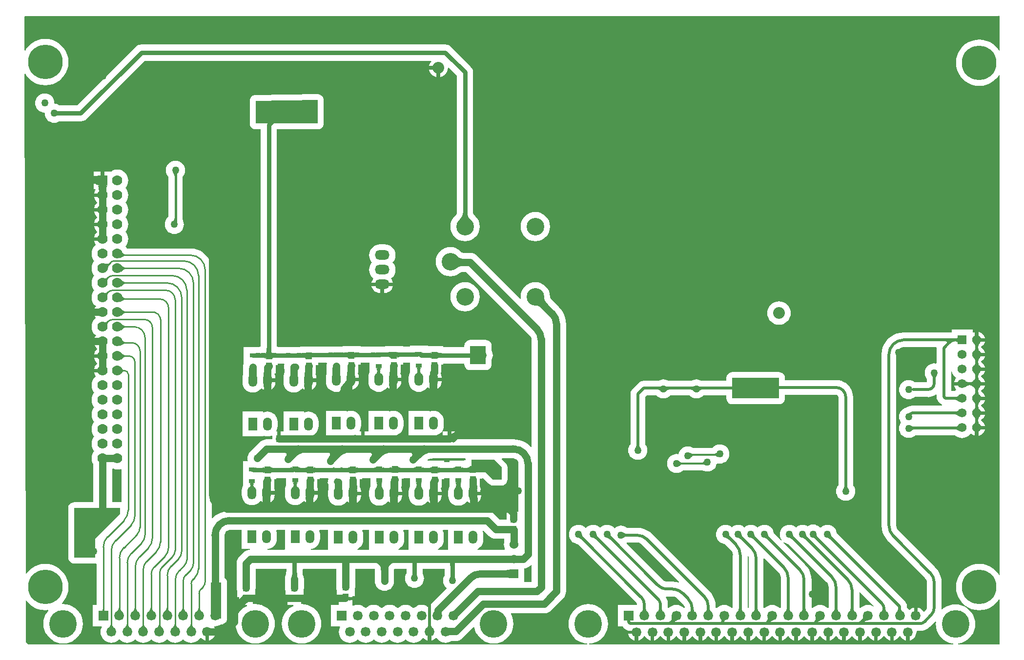
<source format=gbl>
G04*
G04 #@! TF.GenerationSoftware,Altium Limited,Altium Designer,20.0.13 (296)*
G04*
G04 Layer_Physical_Order=2*
G04 Layer_Color=16711680*
%FSTAX24Y24*%
%MOIN*%
G70*
G01*
G75*
%ADD16C,0.0150*%
%ADD19C,0.0100*%
%ADD23R,0.0433X0.0472*%
%ADD25R,0.0433X0.0315*%
%ADD69C,0.0700*%
%ADD70R,0.0700X0.0700*%
%ADD77C,0.0500*%
%ADD78C,0.0200*%
%ADD79C,0.0200*%
%ADD80C,0.0100*%
%ADD82C,0.0120*%
%ADD83C,0.0300*%
%ADD87C,0.1890*%
%ADD88C,0.0665*%
%ADD89R,0.0665X0.0665*%
%ADD90C,0.1200*%
%ADD91O,0.0600X0.0900*%
%ADD92R,0.0600X0.0900*%
%ADD93C,0.0620*%
%ADD94R,0.0620X0.0620*%
%ADD95C,0.0800*%
%ADD96R,0.0600X0.0600*%
%ADD97C,0.0600*%
%ADD98O,0.1000X0.0660*%
%ADD99C,0.0500*%
%ADD100C,0.2362*%
G36*
X077758Y070237D02*
Y067891D01*
X07771Y067877D01*
X077646Y067982D01*
X077484Y068171D01*
X077295Y068333D01*
X077083Y068463D01*
X076853Y068558D01*
X076611Y068616D01*
X076363Y068636D01*
X076114Y068616D01*
X075873Y068558D01*
X075643Y068463D01*
X07543Y068333D01*
X075241Y068171D01*
X075079Y067982D01*
X074949Y06777D01*
X074854Y06754D01*
X074796Y067298D01*
X074777Y06705D01*
X074796Y066802D01*
X074854Y06656D01*
X074949Y06633D01*
X075079Y066118D01*
X075241Y065929D01*
X07543Y065767D01*
X075643Y065637D01*
X075873Y065542D01*
X076114Y065484D01*
X076363Y065464D01*
X076611Y065484D01*
X076853Y065542D01*
X077083Y065637D01*
X077295Y065767D01*
X077484Y065929D01*
X077646Y066118D01*
X07771Y066223D01*
X077758Y066209D01*
Y032041D01*
X07771Y032027D01*
X077646Y032132D01*
X077484Y032321D01*
X077295Y032483D01*
X077083Y032613D01*
X076853Y032708D01*
X076611Y032766D01*
X076363Y032786D01*
X076114Y032766D01*
X075873Y032708D01*
X075643Y032613D01*
X07543Y032483D01*
X075241Y032321D01*
X075079Y032132D01*
X074949Y03192D01*
X074854Y03169D01*
X074796Y031448D01*
X074777Y0312D01*
X074796Y030952D01*
X074854Y03071D01*
X074949Y03048D01*
X075079Y030268D01*
X075241Y030079D01*
X07543Y029917D01*
X075643Y029787D01*
X075873Y029692D01*
X076114Y029634D01*
X076363Y029614D01*
X076611Y029634D01*
X076853Y029692D01*
X077083Y029787D01*
X077295Y029917D01*
X077484Y030079D01*
X077646Y030268D01*
X07771Y030373D01*
X077758Y030359D01*
Y027287D01*
X074915D01*
X074913Y027337D01*
X074958Y02734D01*
X075164Y02739D01*
X07536Y027471D01*
X07554Y027581D01*
X075701Y027719D01*
X075839Y02788D01*
X075949Y02806D01*
X07603Y028256D01*
X07608Y028462D01*
X076096Y028673D01*
X07608Y028884D01*
X07603Y02909D01*
X075949Y029285D01*
X075839Y029466D01*
X075701Y029627D01*
X07554Y029764D01*
X07536Y029875D01*
X075164Y029956D01*
X074958Y030005D01*
X074747Y030022D01*
X074536Y030005D01*
X07433Y029956D01*
X074135Y029875D01*
X073954Y029764D01*
X073842Y029668D01*
X073794Y029693D01*
X073803Y029817D01*
X073804Y029823D01*
Y031486D01*
X073805D01*
X073786Y031721D01*
X073731Y031951D01*
X073641Y032169D01*
X073517Y03237D01*
X073364Y03255D01*
X073364Y03255D01*
X070849Y035064D01*
X070839Y035072D01*
X070768Y035165D01*
X070718Y035285D01*
X070703Y035401D01*
X070704Y035414D01*
Y0471D01*
X070703Y047114D01*
X070718Y047229D01*
X070768Y04735D01*
X070847Y047453D01*
X07095Y047532D01*
X071071Y047582D01*
X071186Y047597D01*
X0712Y047596D01*
X073414D01*
X073447Y047558D01*
X073446Y04755D01*
Y046533D01*
X073396Y046494D01*
X0733Y046503D01*
X073173Y046491D01*
X07305Y046453D01*
X072937Y046393D01*
X072838Y046312D01*
X072757Y046213D01*
X072697Y0461D01*
X072659Y045977D01*
X072647Y04585D01*
X072659Y045723D01*
X072697Y0456D01*
X072757Y045487D01*
X072796Y04544D01*
Y045204D01*
X07196D01*
X071913Y045243D01*
X0718Y045303D01*
X071677Y045341D01*
X07155Y045353D01*
X071423Y045341D01*
X0713Y045303D01*
X071187Y045243D01*
X071088Y045162D01*
X071007Y045063D01*
X070947Y04495D01*
X070909Y044827D01*
X070897Y0447D01*
X070909Y044573D01*
X070947Y04445D01*
X071007Y044337D01*
X071088Y044238D01*
X071187Y044157D01*
X0713Y044097D01*
X071423Y044059D01*
X07155Y044047D01*
X071677Y044059D01*
X0718Y044097D01*
X071913Y044157D01*
X07196Y044196D01*
X07285D01*
Y044195D01*
X073036Y044214D01*
X073215Y044268D01*
X073262Y044293D01*
X073296Y044307D01*
X073314Y044321D01*
X07338Y044356D01*
X0734Y044373D01*
X073446Y044351D01*
Y044217D01*
X073463Y044087D01*
X073513Y043965D01*
X073593Y043861D01*
X073711Y043743D01*
X073815Y043663D01*
X073837Y043654D01*
X073827Y043604D01*
X0718D01*
X071779Y043602D01*
X071653Y043589D01*
X071512Y043546D01*
X071388Y04348D01*
X0713Y043453D01*
X071187Y043393D01*
X071088Y043312D01*
X071007Y043213D01*
X070947Y0431D01*
X070909Y042977D01*
X070897Y04285D01*
X070909Y042723D01*
X070947Y0426D01*
X071007Y042487D01*
X071037Y04245D01*
X071007Y042413D01*
X070947Y0423D01*
X070909Y042177D01*
X070897Y04205D01*
X070909Y041923D01*
X070947Y0418D01*
X071007Y041687D01*
X071088Y041588D01*
X071187Y041507D01*
X0713Y041447D01*
X071423Y041409D01*
X07155Y041397D01*
X071677Y041409D01*
X0718Y041447D01*
X071913Y041507D01*
X071991Y041571D01*
X07472D01*
X074725Y041567D01*
X074741Y041554D01*
X074763Y04154D01*
X074804Y041507D01*
X074927Y041441D01*
X075061Y0414D01*
X0752Y041387D01*
X075339Y0414D01*
X075473Y041441D01*
X075596Y041507D01*
X075704Y041596D01*
X075764Y041668D01*
X075799Y041699D01*
X075833Y041676D01*
X075918Y041611D01*
X076054Y041554D01*
X076075Y041552D01*
Y0421D01*
X0762D01*
Y042225D01*
X076748D01*
X076746Y042246D01*
X076689Y042382D01*
X076599Y042499D01*
X076508Y04257D01*
Y04263D01*
X076599Y042701D01*
X076689Y042818D01*
X076746Y042954D01*
X076748Y042975D01*
X0762D01*
Y043225D01*
X076748D01*
X076746Y043246D01*
X076689Y043382D01*
X076599Y043499D01*
X076508Y04357D01*
Y04363D01*
X076599Y043701D01*
X076689Y043818D01*
X076746Y043954D01*
X076748Y043975D01*
X0762D01*
Y044225D01*
X076748D01*
X076746Y044246D01*
X076689Y044382D01*
X076599Y044499D01*
X076508Y04457D01*
Y04463D01*
X076599Y044701D01*
X076689Y044818D01*
X076746Y044954D01*
X076748Y044975D01*
X0762D01*
Y045225D01*
X076748D01*
X076746Y045246D01*
X076689Y045382D01*
X076599Y045499D01*
X076508Y04557D01*
Y04563D01*
X076599Y045701D01*
X076689Y045818D01*
X076746Y045954D01*
X076748Y045975D01*
X0762D01*
Y046225D01*
X076748D01*
X076746Y046246D01*
X076689Y046382D01*
X076599Y046499D01*
X076508Y04657D01*
Y04663D01*
X076599Y046701D01*
X076689Y046818D01*
X076746Y046954D01*
X076748Y046975D01*
X0762D01*
Y047225D01*
X076748D01*
X076746Y047246D01*
X076689Y047382D01*
X076599Y047499D01*
X076508Y04757D01*
Y04763D01*
X076599Y047701D01*
X076689Y047818D01*
X076746Y047954D01*
X076748Y047975D01*
X0762D01*
Y0481D01*
X076075D01*
Y048648D01*
X076054Y048646D01*
X07596Y048607D01*
X07591Y04864D01*
Y04881D01*
X07449D01*
Y048604D01*
X0712D01*
Y048605D01*
X070965Y048586D01*
X070735Y048531D01*
X070517Y048441D01*
X070316Y048317D01*
X070136Y048164D01*
X069983Y047984D01*
X069859Y047783D01*
X069769Y047565D01*
X069714Y047335D01*
X069695Y0471D01*
X069696D01*
Y035414D01*
X069695D01*
X069714Y035179D01*
X069769Y034949D01*
X069859Y034731D01*
X069983Y03453D01*
X070136Y03435D01*
X070136Y034351D01*
X07265Y031836D01*
X072661Y031828D01*
X072732Y031735D01*
X072782Y031615D01*
X072797Y031499D01*
X072796Y031486D01*
Y029823D01*
X072797Y029817D01*
X072788Y029751D01*
X07276Y029684D01*
X07272Y029632D01*
X072715Y029628D01*
X072602Y029515D01*
X072552Y029522D01*
X072528Y029567D01*
X072455Y029656D01*
X072367Y029729D01*
X072265Y029783D01*
X072166Y029813D01*
Y029242D01*
X071916D01*
Y029813D01*
X071817Y029783D01*
X071716Y029729D01*
X071627Y029656D01*
X071615Y029641D01*
X071571Y029645D01*
X071561Y029653D01*
X071471Y029762D01*
X071446Y029783D01*
X071435Y029796D01*
X07143Y029801D01*
Y029874D01*
X071413Y030005D01*
X071362Y030127D01*
X071282Y030231D01*
X071282Y030231D01*
X066647Y034867D01*
X066641Y034927D01*
X066603Y03505D01*
X066543Y035163D01*
X066462Y035262D01*
X066363Y035343D01*
X06625Y035403D01*
X066127Y035441D01*
X066Y035453D01*
X065873Y035441D01*
X06575Y035403D01*
X065637Y035343D01*
X065552Y035273D01*
X065494Y035278D01*
X065487Y035287D01*
X065388Y035368D01*
X065275Y035428D01*
X065152Y035466D01*
X065025Y035478D01*
X064898Y035466D01*
X064775Y035428D01*
X064662Y035368D01*
X064644Y035353D01*
X06455Y035403D01*
X064427Y035441D01*
X0643Y035453D01*
X064173Y035441D01*
X06405Y035403D01*
X063937Y035343D01*
X06385Y035272D01*
X063763Y035343D01*
X06365Y035403D01*
X063527Y035441D01*
X0634Y035453D01*
X063273Y035441D01*
X06315Y035403D01*
X063037Y035343D01*
X062938Y035262D01*
X062857Y035163D01*
X062797Y03505D01*
X062759Y034927D01*
X062747Y0348D01*
X062759Y034673D01*
X062797Y03455D01*
X062857Y034437D01*
X062869Y034422D01*
X062832Y034389D01*
X062346Y034875D01*
X062341Y034927D01*
X062303Y03505D01*
X062243Y035163D01*
X062162Y035262D01*
X062063Y035343D01*
X06195Y035403D01*
X061827Y035441D01*
X0617Y035453D01*
X061573Y035441D01*
X06145Y035403D01*
X061337Y035343D01*
X061238Y035262D01*
X06123D01*
X061131Y035343D01*
X061018Y035403D01*
X060896Y035441D01*
X060768Y035453D01*
X060641Y035441D01*
X060518Y035403D01*
X060405Y035343D01*
X060334Y035285D01*
X060263Y035343D01*
X06015Y035403D01*
X060027Y035441D01*
X0599Y035453D01*
X059773Y035441D01*
X05965Y035403D01*
X059537Y035343D01*
X059475Y035292D01*
X059413Y035343D01*
X0593Y035403D01*
X059177Y035441D01*
X05905Y035453D01*
X058923Y035441D01*
X0588Y035403D01*
X058687Y035343D01*
X058588Y035262D01*
X058507Y035163D01*
X058447Y03505D01*
X058409Y034927D01*
X058397Y0348D01*
X058409Y034673D01*
X058447Y03455D01*
X058507Y034437D01*
X058588Y034338D01*
X058687Y034257D01*
X0588Y034197D01*
X058923Y034159D01*
X058983Y034153D01*
X059396Y033741D01*
X059407Y033733D01*
X059478Y03364D01*
X059528Y03352D01*
X059543Y033404D01*
X059541Y033391D01*
Y02978D01*
X059538Y029776D01*
X059533Y029771D01*
X059487Y029764D01*
X059466Y02977D01*
X059364Y029854D01*
X059236Y029922D01*
X059098Y029964D01*
X058955Y029978D01*
X058811Y029964D01*
X058673Y029922D01*
X058546Y029854D01*
X058443Y02977D01*
X058422Y029764D01*
X058376Y029771D01*
X058371Y029776D01*
X058368Y02978D01*
Y029872D01*
X058369D01*
X05835Y030107D01*
X058295Y030337D01*
X058205Y030555D01*
X058081Y030756D01*
X057928Y030936D01*
X057928Y030935D01*
X05405Y034814D01*
X05405Y034814D01*
X05387Y034967D01*
X053669Y035091D01*
X053451Y035181D01*
X053221Y035236D01*
X052986Y035255D01*
Y035254D01*
X05231D01*
X052263Y035293D01*
X05215Y035353D01*
X052027Y035391D01*
X0519Y035403D01*
X051773Y035391D01*
X05165Y035353D01*
X051537Y035293D01*
X051447Y035219D01*
X051412Y035262D01*
X051313Y035343D01*
X0512Y035403D01*
X051077Y035441D01*
X05095Y035453D01*
X050823Y035441D01*
X0507Y035403D01*
X050587Y035343D01*
X050488Y035262D01*
X050462D01*
X050363Y035343D01*
X05025Y035403D01*
X050127Y035441D01*
X05Y035453D01*
X049873Y035441D01*
X04975Y035403D01*
X049637Y035343D01*
X049538Y035262D01*
X049525Y035246D01*
X049475D01*
X049462Y035262D01*
X049363Y035343D01*
X04925Y035403D01*
X049127Y035441D01*
X049Y035453D01*
X048873Y035441D01*
X04875Y035403D01*
X048637Y035343D01*
X048538Y035262D01*
X048457Y035163D01*
X048397Y03505D01*
X048359Y034927D01*
X048347Y0348D01*
X048359Y034673D01*
X048397Y03455D01*
X048457Y034437D01*
X048538Y034338D01*
X048637Y034257D01*
X04875Y034197D01*
X048873Y034159D01*
X048933Y034153D01*
X052918Y030168D01*
X052918Y030168D01*
X052919Y030168D01*
X052923Y030164D01*
X052963Y030113D01*
X05299Y030048D01*
X052993Y030024D01*
X05295Y029974D01*
X051679D01*
Y028509D01*
X052018D01*
X052055Y028461D01*
X052172Y028343D01*
X052276Y028263D01*
X052381Y02822D01*
X052381Y02822D01*
X052398Y028213D01*
X052529Y028196D01*
X052957D01*
Y028124D01*
X053082D01*
Y027553D01*
X053181Y027583D01*
X053282Y027637D01*
X053371Y02771D01*
X053444Y027798D01*
X053474Y027855D01*
X05353D01*
X05356Y027798D01*
X053633Y02771D01*
X053722Y027637D01*
X053823Y027583D01*
X053922Y027553D01*
Y028124D01*
X054172D01*
Y027553D01*
X054271Y027583D01*
X054373Y027637D01*
X054461Y02771D01*
X054534Y027798D01*
X054564Y027855D01*
X054621D01*
X054651Y027798D01*
X054724Y02771D01*
X054813Y027637D01*
X054914Y027583D01*
X055013Y027553D01*
Y028124D01*
X055263D01*
Y027553D01*
X055362Y027583D01*
X055463Y027637D01*
X055552Y02771D01*
X055625Y027798D01*
X055655Y027855D01*
X055711D01*
X055742Y027798D01*
X055814Y02771D01*
X055903Y027637D01*
X056004Y027583D01*
X056103Y027553D01*
Y028124D01*
X056353D01*
Y027553D01*
X056452Y027583D01*
X056554Y027637D01*
X056642Y02771D01*
X056715Y027798D01*
X056745Y027855D01*
X056802D01*
X056832Y027798D01*
X056905Y02771D01*
X056994Y027637D01*
X057095Y027583D01*
X057194Y027553D01*
Y028124D01*
X057444D01*
Y027553D01*
X057543Y027583D01*
X057644Y027637D01*
X057733Y02771D01*
X057806Y027798D01*
X057836Y027855D01*
X057893D01*
X057923Y027798D01*
X057995Y02771D01*
X058084Y027637D01*
X058185Y027583D01*
X058284Y027553D01*
Y028124D01*
X058534D01*
Y027553D01*
X058634Y027583D01*
X058735Y027637D01*
X058823Y02771D01*
X058896Y027798D01*
X058926Y027855D01*
X058983D01*
X059013Y027798D01*
X059086Y02771D01*
X059175Y027637D01*
X059276Y027583D01*
X059375Y027553D01*
Y028124D01*
X059625D01*
Y027553D01*
X059724Y027583D01*
X059825Y027637D01*
X059914Y02771D01*
X059987Y027798D01*
X060017Y027855D01*
X060074D01*
X060104Y027798D01*
X060177Y02771D01*
X060265Y027637D01*
X060366Y027583D01*
X060466Y027553D01*
Y028124D01*
X060716D01*
Y027553D01*
X060815Y027583D01*
X060916Y027637D01*
X061005Y02771D01*
X061077Y027798D01*
X061107Y027855D01*
X061164D01*
X061194Y027798D01*
X061267Y02771D01*
X061356Y027637D01*
X061457Y027583D01*
X061556Y027553D01*
Y028124D01*
X061806D01*
Y027553D01*
X061905Y027583D01*
X062006Y027637D01*
X062095Y02771D01*
X062168Y027798D01*
X062198Y027855D01*
X062255D01*
X062285Y027798D01*
X062358Y02771D01*
X062446Y027637D01*
X062548Y027583D01*
X062647Y027553D01*
Y028124D01*
X062897D01*
Y027553D01*
X062996Y027583D01*
X063097Y027637D01*
X063186Y02771D01*
X063258Y027798D01*
X063289Y027855D01*
X063345D01*
X063375Y027798D01*
X063448Y02771D01*
X063537Y027637D01*
X063638Y027583D01*
X063737Y027553D01*
Y028124D01*
X063987D01*
Y027553D01*
X064086Y027583D01*
X064187Y027637D01*
X064276Y02771D01*
X064349Y027798D01*
X064379Y027855D01*
X064436D01*
X064466Y027798D01*
X064539Y02771D01*
X064627Y027637D01*
X064729Y027583D01*
X064828Y027553D01*
Y028124D01*
X065078D01*
Y027553D01*
X065177Y027583D01*
X065278Y027637D01*
X065367Y02771D01*
X06544Y027798D01*
X06547Y027855D01*
X065526D01*
X065556Y027798D01*
X065629Y02771D01*
X065718Y027637D01*
X065819Y027583D01*
X065918Y027553D01*
Y028124D01*
X066168D01*
Y027553D01*
X066267Y027583D01*
X066369Y027637D01*
X066457Y02771D01*
X06653Y027798D01*
X06656Y027855D01*
X066617D01*
X066647Y027798D01*
X06672Y02771D01*
X066809Y027637D01*
X06691Y027583D01*
X067009Y027553D01*
Y028124D01*
X067259D01*
Y027553D01*
X067358Y027583D01*
X067459Y027637D01*
X067548Y02771D01*
X067621Y027798D01*
X067651Y027855D01*
X067707D01*
X067738Y027798D01*
X06781Y02771D01*
X067899Y027637D01*
X068Y027583D01*
X068099Y027553D01*
Y028124D01*
X068349D01*
Y027553D01*
X068448Y027583D01*
X06855Y027637D01*
X068638Y02771D01*
X068711Y027798D01*
X068741Y027855D01*
X068798D01*
X068828Y027798D01*
X068901Y02771D01*
X06899Y027637D01*
X069091Y027583D01*
X06919Y027553D01*
Y028124D01*
X06944D01*
Y027553D01*
X069539Y027583D01*
X06964Y027637D01*
X069729Y02771D01*
X069802Y027798D01*
X069832Y027855D01*
X069889D01*
X069919Y027798D01*
X069991Y02771D01*
X07008Y027637D01*
X070181Y027583D01*
X07028Y027553D01*
Y028124D01*
X070531D01*
Y027553D01*
X07063Y027583D01*
X070731Y027637D01*
X07082Y02771D01*
X070892Y027798D01*
X070922Y027855D01*
X070979D01*
X071009Y027798D01*
X071082Y02771D01*
X071171Y027637D01*
X071272Y027583D01*
X071371Y027553D01*
Y028124D01*
X071621D01*
Y027553D01*
X07172Y027583D01*
X071821Y027637D01*
X07191Y02771D01*
X071983Y027798D01*
X072037Y0279D01*
X07207Y028009D01*
X072082Y028124D01*
X072078Y028159D01*
X072112Y028196D01*
X072323D01*
Y028196D01*
X072505Y028213D01*
X07268Y028266D01*
X072841Y028352D01*
X072982Y028468D01*
X072982Y028468D01*
X073362Y028849D01*
X07341Y028826D01*
X073398Y028673D01*
X073415Y028462D01*
X073464Y028256D01*
X073545Y02806D01*
X073656Y02788D01*
X073793Y027719D01*
X073954Y027581D01*
X074135Y027471D01*
X07433Y02739D01*
X074536Y02734D01*
X074582Y027337D01*
X07458Y027287D01*
X049741D01*
X049739Y027337D01*
X049879Y027348D01*
X050085Y027397D01*
X050281Y027478D01*
X050461Y027589D01*
X050622Y027726D01*
X05076Y027887D01*
X05087Y028068D01*
X050951Y028263D01*
X051001Y028469D01*
X051017Y02868D01*
X051001Y028891D01*
X050951Y029097D01*
X05087Y029293D01*
X05076Y029473D01*
X050622Y029634D01*
X050461Y029772D01*
X050281Y029882D01*
X050085Y029963D01*
X049879Y030013D01*
X049668Y030029D01*
X049457Y030013D01*
X049251Y029963D01*
X049056Y029882D01*
X048875Y029772D01*
X048714Y029634D01*
X048577Y029473D01*
X048466Y029293D01*
X048385Y029097D01*
X048336Y028891D01*
X048319Y02868D01*
X048336Y028469D01*
X048385Y028263D01*
X048466Y028068D01*
X048577Y027887D01*
X048714Y027726D01*
X048875Y027589D01*
X049056Y027478D01*
X049251Y027397D01*
X049457Y027348D01*
X049598Y027337D01*
X049596Y027287D01*
X011408D01*
X011258Y027437D01*
X011252Y030262D01*
X0113Y030275D01*
X011304Y030268D01*
X011466Y030079D01*
X011655Y029917D01*
X011867Y029787D01*
X012097Y029692D01*
X012339Y029634D01*
X012587Y029614D01*
X012775Y029629D01*
X0128Y029581D01*
X012716Y029483D01*
X012606Y029303D01*
X012525Y029107D01*
X012475Y028901D01*
X012459Y02869D01*
X012475Y028479D01*
X012525Y028273D01*
X012606Y028078D01*
X012716Y027897D01*
X012854Y027736D01*
X013015Y027599D01*
X013195Y027488D01*
X013391Y027407D01*
X013597Y027358D01*
X013808Y027341D01*
X014019Y027358D01*
X014225Y027407D01*
X01442Y027488D01*
X014601Y027599D01*
X014762Y027736D01*
X014899Y027897D01*
X01501Y028078D01*
X015091Y028273D01*
X01514Y028479D01*
X015157Y02869D01*
X01514Y028901D01*
X015091Y029107D01*
X01501Y029303D01*
X014899Y029483D01*
X014762Y029644D01*
X014601Y029782D01*
X01442Y029892D01*
X014225Y029973D01*
X014019Y030023D01*
X013808Y030039D01*
X013728Y030033D01*
X013714Y030065D01*
X013712Y030082D01*
X013871Y030268D01*
X014001Y03048D01*
X014096Y03071D01*
X014154Y030952D01*
X014173Y0312D01*
X014154Y031448D01*
X014096Y03169D01*
X014001Y03192D01*
X013871Y032132D01*
X013709Y032321D01*
X01352Y032483D01*
X013307Y032613D01*
X013077Y032708D01*
X012836Y032766D01*
X012587Y032786D01*
X012339Y032766D01*
X012097Y032708D01*
X011867Y032613D01*
X011655Y032483D01*
X011466Y032321D01*
X011304Y032132D01*
X011295Y032118D01*
X011247Y032131D01*
X011167Y066295D01*
X011217Y06631D01*
X011304Y066168D01*
X011466Y065979D01*
X011655Y065817D01*
X011867Y065687D01*
X012097Y065592D01*
X012339Y065534D01*
X012587Y065514D01*
X012836Y065534D01*
X013077Y065592D01*
X013307Y065687D01*
X01352Y065817D01*
X013709Y065979D01*
X013871Y066168D01*
X014001Y06638D01*
X014096Y06661D01*
X014154Y066852D01*
X014173Y0671D01*
X014154Y067348D01*
X014096Y06759D01*
X014001Y06782D01*
X013871Y068032D01*
X013709Y068221D01*
X01352Y068383D01*
X013307Y068513D01*
X013077Y068608D01*
X012836Y068666D01*
X012587Y068686D01*
X012339Y068666D01*
X012097Y068608D01*
X011867Y068513D01*
X011655Y068383D01*
X011466Y068221D01*
X011304Y068032D01*
X011214Y067884D01*
X011164Y067898D01*
X011158Y070201D01*
X011194Y070237D01*
X077658D01*
X077708Y070287D01*
X077758Y070237D01*
D02*
G37*
G36*
X074892Y0479D02*
X07489Y047919D01*
X074884Y047936D01*
X074874Y047951D01*
X07486Y047964D01*
X074842Y047975D01*
X07482Y047984D01*
X074794Y047991D01*
X074764Y047996D01*
X074729Y047999D01*
X07472Y047999D01*
X074702Y047999D01*
X074664Y047994D01*
X074627Y047987D01*
X074591Y047977D01*
X074556Y047965D01*
X074523Y047949D01*
X07449Y047931D01*
X074459Y047909D01*
X074429Y047885D01*
X0744Y047859D01*
X074117D01*
X074142Y047885D01*
X07416Y047909D01*
X074171Y047931D01*
X074176Y047949D01*
X074173Y047965D01*
X074164Y047977D01*
X074148Y047987D01*
X074125Y047994D01*
X074095Y047999D01*
X074059Y048D01*
X0745Y0482D01*
X074691Y048042D01*
Y0482D01*
X074729Y048201D01*
X074764Y048204D01*
X074794Y048209D01*
X07482Y048216D01*
X074842Y048225D01*
X07486Y048236D01*
X074874Y048249D01*
X074884Y048264D01*
X07489Y048281D01*
X074892Y0483D01*
Y0479D01*
D02*
G37*
G36*
X076395Y047855D02*
X076375Y047832D01*
X076357Y047807D01*
X076342Y047782D01*
X076329Y047757D01*
X076319Y047731D01*
X076311Y047704D01*
X076305Y047677D01*
X076301Y047649D01*
X0763Y047621D01*
X0761D01*
X076099Y047649D01*
X076095Y047677D01*
X076089Y047704D01*
X076081Y047731D01*
X076071Y047757D01*
X076058Y047782D01*
X076043Y047807D01*
X076025Y047832D01*
X076005Y047855D01*
X075983Y047879D01*
X076417D01*
X076395Y047855D01*
D02*
G37*
G36*
X076301Y047551D02*
X076305Y047523D01*
X076311Y047496D01*
X076319Y047469D01*
X076329Y047443D01*
X076342Y047418D01*
X076357Y047393D01*
X076375Y047368D01*
X076395Y047345D01*
X076417Y047321D01*
X075983D01*
X076005Y047345D01*
X076025Y047368D01*
X076043Y047393D01*
X076058Y047418D01*
X076071Y047443D01*
X076081Y047469D01*
X076089Y047496D01*
X076095Y047523D01*
X076099Y047551D01*
X0761Y047579D01*
X0763D01*
X076301Y047551D01*
D02*
G37*
G36*
X076395Y046855D02*
X076375Y046832D01*
X076357Y046807D01*
X076342Y046782D01*
X076329Y046757D01*
X076319Y046731D01*
X076311Y046704D01*
X076305Y046677D01*
X076301Y046649D01*
X0763Y046621D01*
X0761D01*
X076099Y046649D01*
X076095Y046677D01*
X076089Y046704D01*
X076081Y046731D01*
X076071Y046757D01*
X076058Y046782D01*
X076043Y046807D01*
X076025Y046832D01*
X076005Y046855D01*
X075983Y046879D01*
X076417D01*
X076395Y046855D01*
D02*
G37*
G36*
X076301Y046551D02*
X076305Y046523D01*
X076311Y046496D01*
X076319Y046469D01*
X076329Y046443D01*
X076342Y046418D01*
X076357Y046393D01*
X076375Y046368D01*
X076395Y046345D01*
X076417Y046321D01*
X075983D01*
X076005Y046345D01*
X076025Y046368D01*
X076043Y046393D01*
X076058Y046418D01*
X076071Y046443D01*
X076081Y046469D01*
X076089Y046496D01*
X076095Y046523D01*
X076099Y046551D01*
X0761Y046579D01*
X0763D01*
X076301Y046551D01*
D02*
G37*
G36*
X076395Y045855D02*
X076375Y045832D01*
X076357Y045807D01*
X076342Y045782D01*
X076329Y045757D01*
X076319Y045731D01*
X076311Y045704D01*
X076305Y045677D01*
X076301Y045649D01*
X0763Y045621D01*
X0761D01*
X076099Y045649D01*
X076095Y045677D01*
X076089Y045704D01*
X076081Y045731D01*
X076071Y045757D01*
X076058Y045782D01*
X076043Y045807D01*
X076025Y045832D01*
X076005Y045855D01*
X075983Y045879D01*
X076417D01*
X076395Y045855D01*
D02*
G37*
G36*
X073461Y045656D02*
X073448Y04564D01*
X073437Y045623D01*
X073427Y045604D01*
X073419Y045585D01*
X073412Y045564D01*
X073407Y045542D01*
X073403Y04552D01*
X073401Y045496D01*
X0734Y045471D01*
X0732D01*
X073199Y045496D01*
X073197Y04552D01*
X073193Y045542D01*
X073188Y045564D01*
X073181Y045585D01*
X073173Y045604D01*
X073163Y045623D01*
X073152Y04564D01*
X073139Y045656D01*
X073125Y045671D01*
X073475D01*
X073461Y045656D01*
D02*
G37*
G36*
X076301Y045551D02*
X076305Y045523D01*
X076311Y045496D01*
X076319Y045469D01*
X076329Y045443D01*
X076342Y045418D01*
X076357Y045393D01*
X076375Y045368D01*
X076395Y045345D01*
X076417Y045321D01*
X075983D01*
X076005Y045345D01*
X076025Y045368D01*
X076043Y045393D01*
X076058Y045418D01*
X076071Y045443D01*
X076081Y045469D01*
X076089Y045496D01*
X076095Y045523D01*
X076099Y045551D01*
X0761Y045579D01*
X0763D01*
X076301Y045551D01*
D02*
G37*
G36*
X075979Y044883D02*
X075955Y044905D01*
X075932Y044925D01*
X075907Y044943D01*
X075882Y044958D01*
X075857Y044971D01*
X075831Y044981D01*
X075804Y044989D01*
X075777Y044995D01*
X075749Y044999D01*
X075721Y045D01*
Y0452D01*
X075749Y045201D01*
X075777Y045205D01*
X075804Y045211D01*
X075831Y045219D01*
X075857Y045229D01*
X075882Y045242D01*
X075907Y045257D01*
X075932Y045275D01*
X075955Y045295D01*
X075979Y045317D01*
Y044883D01*
D02*
G37*
G36*
X075445Y045295D02*
X075468Y045275D01*
X075493Y045257D01*
X075518Y045242D01*
X075543Y045229D01*
X075569Y045219D01*
X075596Y045211D01*
X075623Y045205D01*
X075651Y045201D01*
X075679Y0452D01*
Y045D01*
X075651Y044999D01*
X075623Y044995D01*
X075596Y044989D01*
X075569Y044981D01*
X075543Y044971D01*
X075518Y044958D01*
X075493Y044943D01*
X075468Y044925D01*
X075445Y044905D01*
X075421Y044883D01*
Y045317D01*
X075445Y045295D01*
D02*
G37*
G36*
X076395Y044855D02*
X076375Y044832D01*
X076357Y044807D01*
X076342Y044782D01*
X076329Y044757D01*
X076319Y044731D01*
X076311Y044704D01*
X076305Y044677D01*
X076301Y044649D01*
X0763Y044621D01*
X0761D01*
X076099Y044649D01*
X076095Y044677D01*
X076089Y044704D01*
X076081Y044731D01*
X076071Y044757D01*
X076058Y044782D01*
X076043Y044807D01*
X076025Y044832D01*
X076005Y044855D01*
X075983Y044879D01*
X076417D01*
X076395Y044855D01*
D02*
G37*
G36*
X074541Y045827D02*
X074607Y045704D01*
X074696Y045596D01*
X074768Y045536D01*
X074799Y045501D01*
X074776Y045468D01*
X074711Y045382D01*
X074654Y045246D01*
X074652Y045225D01*
X0752D01*
Y044975D01*
X074652D01*
X074654Y044954D01*
X074711Y044818D01*
X074776Y044732D01*
X074799Y044699D01*
X074768Y044664D01*
X074707Y044613D01*
X0747Y044608D01*
X074695Y044604D01*
X074454D01*
Y04594D01*
X074504Y045947D01*
X074541Y045827D01*
D02*
G37*
G36*
X076301Y044551D02*
X076305Y044523D01*
X076311Y044496D01*
X076319Y044469D01*
X076329Y044443D01*
X076342Y044418D01*
X076357Y044393D01*
X076375Y044368D01*
X076395Y044345D01*
X076417Y044321D01*
X075983D01*
X076005Y044345D01*
X076025Y044368D01*
X076043Y044393D01*
X076058Y044418D01*
X076071Y044443D01*
X076081Y044469D01*
X076089Y044496D01*
X076095Y044523D01*
X076099Y044551D01*
X0761Y044579D01*
X0763D01*
X076301Y044551D01*
D02*
G37*
G36*
X074979Y043883D02*
X074955Y043905D01*
X074932Y043925D01*
X074907Y043943D01*
X074882Y043958D01*
X074857Y043971D01*
X074831Y043981D01*
X074804Y043989D01*
X074777Y043995D01*
X074749Y043999D01*
X074721Y044D01*
Y0442D01*
X074749Y044201D01*
X074777Y044205D01*
X074804Y044211D01*
X074831Y044219D01*
X074857Y044229D01*
X074882Y044242D01*
X074907Y044257D01*
X074932Y044275D01*
X074955Y044295D01*
X074979Y044317D01*
Y043883D01*
D02*
G37*
G36*
X076395Y043855D02*
X076375Y043832D01*
X076357Y043807D01*
X076342Y043782D01*
X076329Y043757D01*
X076319Y043731D01*
X076311Y043704D01*
X076305Y043677D01*
X076301Y043649D01*
X0763Y043621D01*
X0761D01*
X076099Y043649D01*
X076095Y043677D01*
X076089Y043704D01*
X076081Y043731D01*
X076071Y043757D01*
X076058Y043782D01*
X076043Y043807D01*
X076025Y043832D01*
X076005Y043855D01*
X075983Y043879D01*
X076417D01*
X076395Y043855D01*
D02*
G37*
G36*
X076301Y043551D02*
X076305Y043523D01*
X076311Y043496D01*
X076319Y043469D01*
X076329Y043443D01*
X076342Y043418D01*
X076357Y043393D01*
X076375Y043368D01*
X076395Y043345D01*
X076417Y043321D01*
X075983D01*
X076005Y043345D01*
X076025Y043368D01*
X076043Y043393D01*
X076058Y043418D01*
X076071Y043443D01*
X076081Y043469D01*
X076089Y043496D01*
X076095Y043523D01*
X076099Y043551D01*
X0761Y043579D01*
X0763D01*
X076301Y043551D01*
D02*
G37*
G36*
X074979Y042883D02*
X074955Y042905D01*
X074932Y042925D01*
X074907Y042943D01*
X074882Y042958D01*
X074857Y042971D01*
X074831Y042981D01*
X074804Y042989D01*
X074777Y042995D01*
X074749Y042999D01*
X074721Y043D01*
Y0432D01*
X074749Y043201D01*
X074777Y043205D01*
X074804Y043211D01*
X074831Y043219D01*
X074857Y043229D01*
X074882Y043242D01*
X074907Y043257D01*
X074932Y043275D01*
X074955Y043295D01*
X074979Y043317D01*
Y042883D01*
D02*
G37*
G36*
X076395Y042855D02*
X076375Y042832D01*
X076357Y042807D01*
X076342Y042782D01*
X076329Y042757D01*
X076319Y042731D01*
X076311Y042704D01*
X076305Y042677D01*
X076301Y042649D01*
X0763Y042621D01*
X0761D01*
X076099Y042649D01*
X076095Y042677D01*
X076089Y042704D01*
X076081Y042731D01*
X076071Y042757D01*
X076058Y042782D01*
X076043Y042807D01*
X076025Y042832D01*
X076005Y042855D01*
X075983Y042879D01*
X076417D01*
X076395Y042855D01*
D02*
G37*
G36*
X076301Y042551D02*
X076305Y042523D01*
X076311Y042496D01*
X076319Y042469D01*
X076329Y042443D01*
X076342Y042418D01*
X076357Y042393D01*
X076375Y042368D01*
X076395Y042345D01*
X076417Y042321D01*
X075983D01*
X076005Y042345D01*
X076025Y042368D01*
X076043Y042393D01*
X076058Y042418D01*
X076071Y042443D01*
X076081Y042469D01*
X076089Y042496D01*
X076095Y042523D01*
X076099Y042551D01*
X0761Y042579D01*
X0763D01*
X076301Y042551D01*
D02*
G37*
G36*
X071727Y042229D02*
X071744Y042218D01*
X071762Y042208D01*
X071782Y042199D01*
X071802Y042192D01*
X071823Y042186D01*
X071845Y042181D01*
X071868Y042178D01*
X071892Y042176D01*
X071917Y042175D01*
X071938Y041975D01*
X071913Y041974D01*
X07189Y041972D01*
X071867Y041968D01*
X071846Y041962D01*
X071826Y041955D01*
X071807Y041946D01*
X07179Y041935D01*
X071774Y041923D01*
X071759Y041909D01*
X071745Y041894D01*
X07171Y042242D01*
X071727Y042229D01*
D02*
G37*
G36*
X074997Y041866D02*
X074972Y041887D01*
X074946Y041905D01*
X07492Y041922D01*
X074894Y041936D01*
X074867Y041948D01*
X074841Y041958D01*
X074813Y041965D01*
X074786Y041971D01*
X074758Y041974D01*
X07473Y041975D01*
X074713Y042175D01*
X074742Y042176D01*
X07477Y04218D01*
X074797Y042186D01*
X074823Y042195D01*
X074848Y042206D01*
X074873Y042219D01*
X074896Y042235D01*
X074919Y042254D01*
X074941Y042275D01*
X074962Y042298D01*
X074997Y041866D01*
D02*
G37*
G36*
X052094Y034911D02*
X05211Y034898D01*
X052127Y034887D01*
X052146Y034877D01*
X052165Y034869D01*
X052186Y034862D01*
X052208Y034857D01*
X05223Y034853D01*
X052254Y034851D01*
X052279Y03485D01*
Y03465D01*
X052254Y034649D01*
X05223Y034647D01*
X052208Y034643D01*
X052186Y034638D01*
X052165Y034631D01*
X052146Y034623D01*
X052127Y034613D01*
X05211Y034602D01*
X052094Y034589D01*
X052079Y034575D01*
Y034925D01*
X052094Y034911D01*
D02*
G37*
G36*
X06527Y034767D02*
X06527Y034747D01*
X065272Y034727D01*
X065277Y034707D01*
X065283Y034688D01*
X065292Y034669D01*
X065303Y03465D01*
X065315Y034631D01*
X06533Y034612D01*
X065348Y034594D01*
X065184Y034475D01*
X065166Y034492D01*
X065148Y034507D01*
X065129Y034521D01*
X065111Y034534D01*
X065092Y034545D01*
X065072Y034554D01*
X065053Y034562D01*
X065033Y034569D01*
X065013Y034574D01*
X064992Y034577D01*
X065272Y034787D01*
X06527Y034767D01*
D02*
G37*
G36*
X061951Y034782D02*
X061954Y034761D01*
X061959Y034741D01*
X061965Y034721D01*
X061973Y034702D01*
X061983Y034682D01*
X061995Y034663D01*
X062009Y034645D01*
X062024Y034626D01*
X062041Y034608D01*
X061903Y034463D01*
X061885Y03448D01*
X061866Y034496D01*
X061847Y034509D01*
X061828Y03452D01*
X061809Y03453D01*
X061789Y034538D01*
X061769Y034544D01*
X061749Y034548D01*
X061729Y03455D01*
X061708Y03455D01*
X06195Y034803D01*
X061951Y034782D01*
D02*
G37*
G36*
X066251Y034777D02*
X066253Y034756D01*
X066258Y034736D01*
X066264Y034716D01*
X066272Y034696D01*
X066281Y034677D01*
X066293Y034658D01*
X066306Y034639D01*
X066322Y034621D01*
X066339Y034603D01*
X066197Y034461D01*
X066179Y034478D01*
X066161Y034494D01*
X066142Y034507D01*
X066123Y034519D01*
X066104Y034528D01*
X066084Y034536D01*
X066064Y034542D01*
X066044Y034547D01*
X066023Y034549D01*
X066002Y03455D01*
X06625Y034797D01*
X066251Y034777D01*
D02*
G37*
G36*
X064551D02*
X064553Y034756D01*
X064558Y034736D01*
X064564Y034716D01*
X064572Y034696D01*
X064581Y034677D01*
X064593Y034658D01*
X064606Y034639D01*
X064622Y034621D01*
X064639Y034603D01*
X064497Y034461D01*
X064479Y034478D01*
X064461Y034494D01*
X064442Y034507D01*
X064423Y034519D01*
X064404Y034528D01*
X064384Y034536D01*
X064364Y034542D01*
X064344Y034547D01*
X064323Y034549D01*
X064303Y03455D01*
X06455Y034797D01*
X064551Y034777D01*
D02*
G37*
G36*
X063651D02*
X063653Y034756D01*
X063658Y034736D01*
X063664Y034716D01*
X063672Y034696D01*
X063681Y034677D01*
X063693Y034658D01*
X063706Y034639D01*
X063722Y034621D01*
X063739Y034603D01*
X063597Y034461D01*
X063579Y034478D01*
X063561Y034494D01*
X063542Y034507D01*
X063523Y034519D01*
X063504Y034528D01*
X063484Y034536D01*
X063464Y034542D01*
X063444Y034547D01*
X063423Y034549D01*
X063403Y03455D01*
X06365Y034797D01*
X063651Y034777D01*
D02*
G37*
G36*
X061019D02*
X061021Y034756D01*
X061026Y034736D01*
X061032Y034716D01*
X06104Y034696D01*
X06105Y034677D01*
X061061Y034658D01*
X061075Y034639D01*
X06109Y034621D01*
X061107Y034603D01*
X060966Y034461D01*
X060947Y034478D01*
X060929Y034494D01*
X06091Y034507D01*
X060891Y034519D01*
X060872Y034528D01*
X060852Y034536D01*
X060832Y034542D01*
X060812Y034547D01*
X060792Y034549D01*
X060771Y03455D01*
X061018Y034797D01*
X061019Y034777D01*
D02*
G37*
G36*
X060151D02*
X060153Y034756D01*
X060158Y034736D01*
X060164Y034716D01*
X060172Y034696D01*
X060181Y034677D01*
X060193Y034658D01*
X060206Y034639D01*
X060222Y034621D01*
X060239Y034603D01*
X060097Y034461D01*
X060079Y034478D01*
X060061Y034494D01*
X060042Y034507D01*
X060023Y034519D01*
X060004Y034528D01*
X059984Y034536D01*
X059964Y034542D01*
X059944Y034547D01*
X059923Y034549D01*
X059903Y03455D01*
X06015Y034797D01*
X060151Y034777D01*
D02*
G37*
G36*
X059301D02*
X059303Y034756D01*
X059308Y034736D01*
X059314Y034716D01*
X059322Y034696D01*
X059331Y034677D01*
X059343Y034658D01*
X059356Y034639D01*
X059372Y034621D01*
X059389Y034603D01*
X059247Y034461D01*
X059229Y034478D01*
X059211Y034494D01*
X059192Y034507D01*
X059173Y034519D01*
X059154Y034528D01*
X059134Y034536D01*
X059114Y034542D01*
X059094Y034547D01*
X059073Y034549D01*
X059053Y03455D01*
X0593Y034797D01*
X059301Y034777D01*
D02*
G37*
G36*
X051201D02*
X051203Y034756D01*
X051208Y034736D01*
X051214Y034716D01*
X051222Y034696D01*
X051231Y034677D01*
X051243Y034658D01*
X051256Y034639D01*
X051272Y034621D01*
X051289Y034603D01*
X051147Y034461D01*
X051129Y034478D01*
X051111Y034494D01*
X051092Y034507D01*
X051073Y034519D01*
X051054Y034528D01*
X051034Y034536D01*
X051014Y034542D01*
X050994Y034547D01*
X050973Y034549D01*
X050953Y03455D01*
X0512Y034797D01*
X051201Y034777D01*
D02*
G37*
G36*
X050251D02*
X050253Y034756D01*
X050258Y034736D01*
X050264Y034716D01*
X050272Y034696D01*
X050281Y034677D01*
X050293Y034658D01*
X050306Y034639D01*
X050322Y034621D01*
X050339Y034603D01*
X050197Y034461D01*
X050179Y034478D01*
X050161Y034494D01*
X050142Y034507D01*
X050123Y034519D01*
X050104Y034528D01*
X050084Y034536D01*
X050064Y034542D01*
X050044Y034547D01*
X050023Y034549D01*
X050002Y03455D01*
X05025Y034797D01*
X050251Y034777D01*
D02*
G37*
G36*
X049251D02*
X049253Y034756D01*
X049258Y034736D01*
X049264Y034716D01*
X049272Y034696D01*
X049281Y034677D01*
X049293Y034658D01*
X049306Y034639D01*
X049322Y034621D01*
X049339Y034603D01*
X049197Y034461D01*
X049179Y034478D01*
X049161Y034494D01*
X049142Y034507D01*
X049123Y034519D01*
X049104Y034528D01*
X049084Y034536D01*
X049064Y034542D01*
X049044Y034547D01*
X049023Y034549D01*
X049002Y03455D01*
X04925Y034797D01*
X049251Y034777D01*
D02*
G37*
G36*
X053115Y034232D02*
X053235Y034182D01*
X053328Y034111D01*
X053336Y0341D01*
X055875Y031562D01*
X055874Y031546D01*
X055821Y031508D01*
X055714Y031533D01*
X055705Y031537D01*
X055691Y031539D01*
X055648Y031549D01*
X055413Y031568D01*
Y031568D01*
X054987D01*
X054985Y031568D01*
X054865Y031618D01*
X054772Y031689D01*
X054764Y0317D01*
X052295Y034168D01*
X052298Y034236D01*
X05231Y034246D01*
X052986D01*
X052999Y034247D01*
X053115Y034232D01*
D02*
G37*
G36*
X069173Y029914D02*
X069143Y029873D01*
X069051Y029922D01*
X068913Y029964D01*
X06877Y029978D01*
X068626Y029964D01*
X068488Y029922D01*
X068361Y029854D01*
X068258Y02977D01*
X068237Y029764D01*
X068191Y029771D01*
X068186Y029776D01*
X068183Y02978D01*
Y030838D01*
X06823Y030857D01*
X069173Y029914D01*
D02*
G37*
G36*
X055542Y030545D02*
X055662Y030496D01*
X055755Y030425D01*
X055763Y030414D01*
X056124Y030053D01*
X056135Y030044D01*
X056206Y029952D01*
X056256Y029832D01*
X05626Y029799D01*
X056214Y029767D01*
X056195Y02977D01*
X056092Y029854D01*
X055965Y029922D01*
X055827Y029964D01*
X055683Y029978D01*
X055539Y029964D01*
X055401Y029922D01*
X055274Y029854D01*
X055172Y02977D01*
X055151Y029764D01*
X055105Y029771D01*
X0551Y029776D01*
X055097Y02978D01*
Y030077D01*
X055095Y030088D01*
X055081Y030237D01*
X055034Y03039D01*
X054971Y030509D01*
X054998Y030559D01*
X055413D01*
X055426Y030561D01*
X055542Y030545D01*
D02*
G37*
G36*
X062667Y032188D02*
X062677Y03218D01*
X062748Y032088D01*
X062798Y031967D01*
X062814Y031852D01*
X062812Y031838D01*
Y02978D01*
X062809Y029776D01*
X062804Y029771D01*
X062758Y029764D01*
X062737Y02977D01*
X062635Y029854D01*
X062508Y029922D01*
X06237Y029964D01*
X062226Y029978D01*
X062083Y029964D01*
X061945Y029922D01*
X061817Y029854D01*
X061715Y02977D01*
X061694Y029764D01*
X061648Y029771D01*
X061643Y029776D01*
X06164Y02978D01*
Y033144D01*
X061657Y033158D01*
X061685Y03317D01*
X062667Y032188D01*
D02*
G37*
G36*
X063037Y034257D02*
X06315Y034197D01*
X063273Y034159D01*
X063333Y034153D01*
X065939Y031548D01*
X06595Y031539D01*
X066021Y031447D01*
X066071Y031326D01*
X066086Y031211D01*
X066084Y031197D01*
Y02978D01*
X066082Y029776D01*
X066076Y029771D01*
X066031Y029764D01*
X066009Y02977D01*
X065907Y029854D01*
X06578Y029922D01*
X065642Y029964D01*
X065498Y029978D01*
X065354Y029964D01*
X065216Y029922D01*
X065089Y029854D01*
X064987Y02977D01*
X064965Y029764D01*
X06492Y029771D01*
X064915Y029776D01*
X064912Y02978D01*
Y031686D01*
X064912D01*
X064894Y031921D01*
X064838Y032151D01*
X064748Y032369D01*
X064625Y03257D01*
X064471Y03275D01*
X064471Y03275D01*
X062989Y034232D01*
X063022Y034269D01*
X063037Y034257D01*
D02*
G37*
G36*
X060618Y033279D02*
X060633Y033164D01*
X060632Y03315D01*
Y029787D01*
X060591Y029764D01*
X06055Y029787D01*
Y033314D01*
X0606Y033324D01*
X060618Y033279D01*
D02*
G37*
G36*
X056874Y029676D02*
X056878Y029629D01*
X056881Y02961D01*
X056886Y029592D01*
X056891Y029577D01*
X056898Y029564D01*
X056905Y029554D01*
X056913Y029545D01*
X056923Y029539D01*
X056624D01*
X056634Y029545D01*
X056642Y029554D01*
X05665Y029564D01*
X056656Y029577D01*
X056661Y029592D01*
X056666Y02961D01*
X056669Y029629D01*
X056672Y029651D01*
X056674Y029702D01*
X056874D01*
X056874Y029676D01*
D02*
G37*
G36*
X069961Y029718D02*
X069964Y029688D01*
X06997Y029659D01*
X069977Y029632D01*
X069986Y029606D01*
X069998Y029583D01*
X070012Y02956D01*
X070027Y02954D01*
X070045Y029521D01*
X070065Y029504D01*
X069655D01*
X069675Y029521D01*
X069693Y02954D01*
X069709Y02956D01*
X069722Y029583D01*
X069734Y029606D01*
X069743Y029632D01*
X069751Y029659D01*
X069756Y029688D01*
X069759Y029718D01*
X06976Y02975D01*
X06996D01*
X069961Y029718D01*
D02*
G37*
G36*
X06778Y029729D02*
X067784Y0297D01*
X067791Y029671D01*
X0678Y029642D01*
X067812Y029614D01*
X067827Y029587D01*
X067844Y029559D01*
X067864Y029532D01*
X067887Y029506D01*
X067912Y029479D01*
X067446D01*
X067471Y029506D01*
X067494Y029532D01*
X067514Y029559D01*
X067531Y029587D01*
X067546Y029614D01*
X067558Y029642D01*
X067567Y029671D01*
X067574Y0297D01*
X067578Y029729D01*
X067579Y029759D01*
X067779D01*
X06778Y029729D01*
D02*
G37*
G36*
X06669D02*
X066694Y0297D01*
X066701Y029671D01*
X06671Y029642D01*
X066722Y029614D01*
X066736Y029587D01*
X066754Y029559D01*
X066774Y029532D01*
X066796Y029506D01*
X066821Y029479D01*
X066356D01*
X066381Y029506D01*
X066404Y029532D01*
X066423Y029559D01*
X066441Y029587D01*
X066455Y029614D01*
X066467Y029642D01*
X066477Y029671D01*
X066483Y0297D01*
X066487Y029729D01*
X066489Y029759D01*
X066689D01*
X06669Y029729D01*
D02*
G37*
G36*
X064509D02*
X064513Y0297D01*
X064519Y029671D01*
X064529Y029642D01*
X064541Y029614D01*
X064555Y029587D01*
X064573Y029559D01*
X064593Y029532D01*
X064615Y029506D01*
X06464Y029479D01*
X064175D01*
X0642Y029506D01*
X064222Y029532D01*
X064242Y029559D01*
X06426Y029587D01*
X064274Y029614D01*
X064286Y029642D01*
X064296Y029671D01*
X064302Y0297D01*
X064306Y029729D01*
X064307Y029759D01*
X064507D01*
X064509Y029729D01*
D02*
G37*
G36*
X063417D02*
X063421Y0297D01*
X063428Y029671D01*
X063437Y029642D01*
X063449Y029614D01*
X063464Y029587D01*
X063481Y029559D01*
X063501Y029532D01*
X063524Y029506D01*
X063549Y029479D01*
X063083D01*
X063108Y029506D01*
X063131Y029532D01*
X063151Y029559D01*
X063168Y029587D01*
X063183Y029614D01*
X063195Y029642D01*
X063204Y029671D01*
X063211Y0297D01*
X063215Y029729D01*
X063216Y029759D01*
X063416D01*
X063417Y029729D01*
D02*
G37*
G36*
X061237D02*
X061241Y0297D01*
X061248Y029671D01*
X061257Y029642D01*
X061269Y029614D01*
X061284Y029587D01*
X061301Y029559D01*
X061321Y029532D01*
X061343Y029506D01*
X061369Y029479D01*
X060903D01*
X060928Y029506D01*
X060951Y029532D01*
X060971Y029559D01*
X060988Y029587D01*
X061003Y029614D01*
X061015Y029642D01*
X061024Y029671D01*
X061031Y0297D01*
X061034Y029729D01*
X061036Y029759D01*
X061236D01*
X061237Y029729D01*
D02*
G37*
G36*
X060147D02*
X060151Y0297D01*
X060157Y029671D01*
X060167Y029642D01*
X060178Y029614D01*
X060193Y029587D01*
X06021Y029559D01*
X06023Y029532D01*
X060253Y029506D01*
X060278Y029479D01*
X059812D01*
X059838Y029506D01*
X05986Y029532D01*
X05988Y029559D01*
X059897Y029587D01*
X059912Y029614D01*
X059924Y029642D01*
X059933Y029671D01*
X05994Y0297D01*
X059944Y029729D01*
X059945Y029759D01*
X060145D01*
X060147Y029729D01*
D02*
G37*
G36*
X057966Y029729D02*
X057969Y0297D01*
X057976Y029671D01*
X057985Y029642D01*
X057997Y029614D01*
X058012Y029587D01*
X058029Y029559D01*
X058049Y029532D01*
X058072Y029506D01*
X058097Y029479D01*
X057631D01*
X057657Y029506D01*
X057679Y029532D01*
X057699Y029559D01*
X057716Y029587D01*
X057731Y029614D01*
X057743Y029642D01*
X057752Y029671D01*
X057759Y0297D01*
X057763Y029729D01*
X057764Y029759D01*
X057964D01*
X057966Y029729D01*
D02*
G37*
G36*
X054694D02*
X054698Y0297D01*
X054704Y029671D01*
X054714Y029642D01*
X054726Y029614D01*
X05474Y029587D01*
X054758Y029559D01*
X054778Y029532D01*
X0548Y029506D01*
X054825Y029479D01*
X05436D01*
X054385Y029506D01*
X054407Y029532D01*
X054427Y029559D01*
X054445Y029587D01*
X054459Y029614D01*
X054471Y029642D01*
X054481Y029671D01*
X054487Y0297D01*
X054491Y029729D01*
X054493Y029759D01*
X054693D01*
X054694Y029729D01*
D02*
G37*
G36*
X053603D02*
X053607Y0297D01*
X053614Y029671D01*
X053623Y029642D01*
X053635Y029614D01*
X05365Y029587D01*
X053667Y029559D01*
X053687Y029532D01*
X05371Y029506D01*
X053735Y029479D01*
X053269D01*
X053294Y029506D01*
X053317Y029532D01*
X053337Y029559D01*
X053354Y029587D01*
X053369Y029614D01*
X053381Y029642D01*
X05339Y029671D01*
X053397Y0297D01*
X053401Y029729D01*
X053402Y029759D01*
X053602D01*
X053603Y029729D01*
D02*
G37*
G36*
X071027Y029736D02*
X071031Y029706D01*
X071038Y029678D01*
X071048Y02965D01*
X07106Y029622D01*
X071076Y029596D01*
X071094Y02957D01*
X071115Y029545D01*
X071138Y02952D01*
X071165Y029496D01*
X070701Y029461D01*
X070724Y02949D01*
X070746Y029518D01*
X070764Y029547D01*
X070781Y029576D01*
X070794Y029604D01*
X070806Y029633D01*
X070814Y029662D01*
X070821Y029691D01*
X070824Y02972D01*
X070826Y02975D01*
X071026Y029766D01*
X071027Y029736D01*
D02*
G37*
G36*
X058991Y028911D02*
X058986Y02891D01*
X058982Y028906D01*
X058978Y028901D01*
X058975Y028895D01*
X058972Y028886D01*
X05897Y028875D01*
X058968Y028863D01*
X058967Y028849D01*
X058966Y028816D01*
X058766D01*
X058766Y028845D01*
X058758Y028968D01*
X058756Y028974D01*
X058753Y028977D01*
X058991Y028911D01*
D02*
G37*
G36*
X065569Y028917D02*
X065537Y028909D01*
X065475Y028889D01*
X065446Y028877D01*
X065419Y028863D01*
X065392Y028848D01*
X065367Y028831D01*
X065342Y028814D01*
X065319Y028794D01*
X065297Y028773D01*
X065129Y028889D01*
X065148Y028909D01*
X065164Y028931D01*
X065177Y028954D01*
X065187Y028977D01*
X065194Y029001D01*
X065198Y029026D01*
X065199Y029052D01*
X065196Y029079D01*
X065191Y029107D01*
X065183Y029135D01*
X065569Y028917D01*
D02*
G37*
G36*
X062312Y02892D02*
X062275Y02891D01*
X062206Y028886D01*
X062175Y028872D01*
X062117Y028843D01*
X062091Y028827D01*
X062068Y02881D01*
X062045Y028792D01*
X062025Y028773D01*
X061842Y028873D01*
X061863Y028896D01*
X061881Y02892D01*
X061895Y028945D01*
X061906Y028971D01*
X061914Y028998D01*
X061919Y029026D01*
X061921Y029056D01*
X061919Y029086D01*
X061915Y029117D01*
X061907Y02915D01*
X062312Y02892D01*
D02*
G37*
G36*
X068766Y028909D02*
X06873Y028908D01*
X068695Y028906D01*
X068662Y028901D01*
X06863Y028893D01*
X0686Y028884D01*
X068572Y028873D01*
X068555Y028864D01*
X068552Y028851D01*
X068555Y028835D01*
X068564Y028823D01*
X06858Y028813D01*
X068603Y028806D01*
X068633Y028801D01*
X068669Y0288D01*
X068228Y0286D01*
X067986Y0288D01*
X068026Y028801D01*
X068064Y028806D01*
X068101Y028813D01*
X068137Y028823D01*
X068172Y028835D01*
X068205Y028851D01*
X068238Y028869D01*
X068269Y028891D01*
X068299Y028915D01*
X068328Y028941D01*
X068339D01*
X068333Y028947D01*
X068353Y028969D01*
X068371Y028992D01*
X068387Y029018D01*
X068401Y029044D01*
X068412Y029073D01*
X068421Y029103D01*
X068428Y029134D01*
X068433Y029167D01*
X068436Y029202D01*
X068437Y029238D01*
X068766Y028909D01*
D02*
G37*
G36*
X055757Y028917D02*
X055719Y028908D01*
X05565Y028886D01*
X055619Y028874D01*
X055575Y028853D01*
X055574Y028851D01*
X055577Y028835D01*
X055586Y028823D01*
X055602Y028813D01*
X055625Y028806D01*
X055655Y028801D01*
X055691Y0288D01*
X05525Y0286D01*
X055009Y0288D01*
X055048Y028801D01*
X055086Y028806D01*
X055123Y028813D01*
X055159Y028823D01*
X055194Y028835D01*
X055227Y028851D01*
X05526Y028869D01*
X055291Y028891D01*
X055315Y02891D01*
X055329Y028929D01*
X055344Y028954D01*
X055355Y02898D01*
X055364Y029008D01*
X055369Y029036D01*
X055371Y029066D01*
X055371Y029097D01*
X055367Y029129D01*
X05536Y029162D01*
X055757Y028917D01*
D02*
G37*
%LPC*%
G36*
X039308Y066585D02*
X038792D01*
X038792Y066583D01*
X038829Y06646D01*
X03889Y066348D01*
X038971Y066249D01*
X03907Y066167D01*
X039183Y066107D01*
X039305Y06607D01*
X039308Y06607D01*
Y066585D01*
D02*
G37*
G36*
X0312Y064903D02*
X031198Y064903D01*
X031195Y064903D01*
X026945Y064853D01*
X026895Y064846D01*
X026846Y06484D01*
X026843Y064839D01*
X026841Y064838D01*
X026795Y064819D01*
X026748Y064799D01*
X026746Y064798D01*
X026744Y064797D01*
X026705Y064766D01*
X026665Y064735D01*
X026663Y064733D01*
X026661Y064732D01*
X026631Y064692D01*
X026601Y064652D01*
X0266Y06465D01*
X026598Y064648D01*
X02658Y064601D01*
X02656Y064554D01*
X02656Y064552D01*
X026559Y06455D01*
X026553Y0645D01*
X026547Y06445D01*
Y0629D01*
X02656Y062796D01*
X026601Y062698D01*
X026665Y062615D01*
X026748Y062551D01*
X026846Y06251D01*
X02695Y062497D01*
X027295D01*
Y047636D01*
X027233D01*
Y047607D01*
X026982D01*
X026965Y04761D01*
X026948Y047607D01*
X026133D01*
Y046457D01*
X026109Y046377D01*
X026097Y04625D01*
Y046175D01*
X026097Y046173D01*
X02609Y045796D01*
X026085Y045726D01*
X026085Y045724D01*
X026083Y045719D01*
X026081Y045707D01*
X02606Y045637D01*
X026047Y0455D01*
Y0452D01*
X02606Y045063D01*
X0261Y044931D01*
X026165Y044809D01*
X026253Y044703D01*
X026359Y044615D01*
X026481Y04455D01*
X026613Y04451D01*
X02675Y044497D01*
X026887Y04451D01*
X027019Y04455D01*
X027141Y044615D01*
X027247Y044703D01*
X027314Y044783D01*
X027349Y044803D01*
X027381Y04479D01*
X027473Y04472D01*
X027512Y044703D01*
X027489Y045034D01*
X027481Y045064D01*
X027473Y045085D01*
X027625D01*
Y04535D01*
X02775D01*
Y045475D01*
X028305D01*
Y0455D01*
X028286Y045644D01*
X028236Y045764D01*
X028259Y045814D01*
X028317D01*
Y046364D01*
X028467D01*
Y046495D01*
X028905D01*
X02893Y046445D01*
X028909Y046377D01*
X028897Y04625D01*
X028909Y046123D01*
X028915Y046104D01*
X028913Y04587D01*
X028909Y045786D01*
X0289Y045769D01*
X02886Y045637D01*
X028847Y0455D01*
Y0452D01*
X02886Y045063D01*
X0289Y044931D01*
X028965Y044809D01*
X029053Y044703D01*
X029159Y044615D01*
X029281Y04455D01*
X029413Y04451D01*
X02955Y044497D01*
X029687Y04451D01*
X029819Y04455D01*
X029941Y044615D01*
X030047Y044703D01*
X030114Y044783D01*
X030149Y044803D01*
X030181Y04479D01*
X030273Y04472D01*
X030278Y044717D01*
X030273Y045085D01*
X030425D01*
Y04535D01*
X03055D01*
Y045475D01*
X031105D01*
Y0455D01*
X031086Y045644D01*
X031036Y045764D01*
X031059Y045814D01*
X031067D01*
Y046364D01*
X031217D01*
Y046538D01*
X031799D01*
X031828Y046488D01*
X031809Y046427D01*
X031797Y0463D01*
Y046225D01*
X031797Y046223D01*
X03179Y045846D01*
X031785Y045776D01*
X031785Y045774D01*
X031783Y045769D01*
X031781Y045757D01*
X03176Y045687D01*
X031747Y04555D01*
Y04525D01*
X03176Y045113D01*
X0318Y044981D01*
X031865Y044859D01*
X031953Y044753D01*
X032059Y044665D01*
X032181Y0446D01*
X032313Y04456D01*
X03245Y044547D01*
X032587Y04456D01*
X032691Y044592D01*
X032705Y044608D01*
X03273Y044657D01*
X032745Y044712D01*
X03275Y044773D01*
X032964D01*
X032987Y044801D01*
X032823Y04495D01*
X032898Y045026D01*
X033067Y045218D01*
X033105Y045269D01*
X033133Y045314D01*
X033152Y045352D01*
X033161Y045383D01*
X033161Y045409D01*
X033151Y045428D01*
X033325Y045236D01*
Y0454D01*
X03345D01*
Y045525D01*
X034005D01*
Y04555D01*
X033986Y045694D01*
X033936Y045814D01*
X033959Y045864D01*
X033967D01*
Y046414D01*
X034117D01*
Y046538D01*
X034733D01*
Y045881D01*
X0347Y045819D01*
X03466Y045687D01*
X034647Y04555D01*
Y04525D01*
X03466Y045113D01*
X0347Y044981D01*
X034765Y044859D01*
X034853Y044753D01*
X034959Y044665D01*
X035081Y0446D01*
X035213Y04456D01*
X03535Y044547D01*
X035487Y04456D01*
X035619Y0446D01*
X035741Y044665D01*
X035847Y044753D01*
X035914Y044833D01*
X035949Y044853D01*
X035981Y04484D01*
X036073Y04477D01*
X036079Y044767D01*
X036073Y045135D01*
X036225Y04512D01*
Y0454D01*
X03635D01*
Y045525D01*
X036905D01*
Y04555D01*
X036886Y045694D01*
X036836Y045814D01*
X036859Y045864D01*
X036867D01*
Y046414D01*
X037017D01*
Y046545D01*
X037483D01*
Y045881D01*
X03745Y045819D01*
X03741Y045687D01*
X037397Y04555D01*
Y04525D01*
X03741Y045113D01*
X03745Y044981D01*
X037515Y044859D01*
X037603Y044753D01*
X037709Y044665D01*
X037831Y0446D01*
X037963Y04456D01*
X0381Y044547D01*
X038237Y04456D01*
X038369Y0446D01*
X038491Y044665D01*
X038597Y044753D01*
X038664Y044833D01*
X038699Y044853D01*
X038731Y04484D01*
X038823Y04477D01*
X038829Y044767D01*
X03883Y04477D01*
X038838Y044818D01*
X038823Y045135D01*
X038975D01*
Y0454D01*
X0391D01*
Y045525D01*
X039655D01*
Y04555D01*
X039636Y045694D01*
X039586Y045814D01*
X039609Y045864D01*
X039617D01*
Y046414D01*
X039767D01*
Y046495D01*
X041197D01*
Y046444D01*
X04121Y046339D01*
X041251Y046242D01*
X041315Y046159D01*
X041398Y046094D01*
X041496Y046054D01*
X0416Y04604D01*
X042661D01*
X042765Y046054D01*
X042862Y046094D01*
X042946Y046159D01*
X04301Y046242D01*
X04305Y046339D01*
X043064Y046444D01*
Y046726D01*
X043103Y0468D01*
X043141Y046923D01*
X043153Y04705D01*
X043141Y047177D01*
X043103Y0473D01*
X043064Y047374D01*
Y047694D01*
X04305Y047798D01*
X04301Y047896D01*
X042946Y047979D01*
X042862Y048043D01*
X042765Y048084D01*
X042661Y048097D01*
X04206D01*
X042Y048103D01*
X04194Y048097D01*
X0416D01*
X041496Y048084D01*
X041398Y048043D01*
X041315Y047979D01*
X041251Y047896D01*
X04121Y047798D01*
X041197Y047694D01*
Y047605D01*
X039767D01*
Y047686D01*
X039402D01*
X039397Y047687D01*
X039381Y047686D01*
X039365Y047688D01*
X039348Y047686D01*
X038952D01*
X038935Y047688D01*
X038919Y047686D01*
X038903Y047687D01*
X038898Y047686D01*
X038717D01*
Y047707D01*
X038332D01*
X038315Y04771D01*
X038298Y047707D01*
X037905D01*
X037889Y04771D01*
X037887Y047709D01*
X037885Y04771D01*
X037868Y047707D01*
X037483D01*
Y047655D01*
X037017D01*
Y047686D01*
X036657D01*
X036656Y047686D01*
X036648Y047686D01*
X036632D01*
X036615Y047688D01*
X036598Y047686D01*
X036202D01*
X036185Y047688D01*
X036168Y047686D01*
X036152D01*
X036144Y047686D01*
X036143Y047686D01*
X035783D01*
Y047657D01*
X035582D01*
X035565Y04766D01*
X035548Y047657D01*
X035152D01*
X035135Y04766D01*
X035125Y047659D01*
X035116Y047659D01*
X035076Y047657D01*
X034733D01*
Y047647D01*
X034117D01*
Y047686D01*
X033732D01*
X033715Y047688D01*
X033698Y047686D01*
X03369D01*
X033677Y047687D01*
X033675Y047686D01*
X033325D01*
X033323Y047687D01*
X03331Y047686D01*
X033302D01*
X033285Y047688D01*
X033268Y047686D01*
X032883D01*
Y047657D01*
X032682D01*
X032665Y04766D01*
X032652Y047658D01*
X032638Y047659D01*
X032631Y047657D01*
X032252D01*
X032235Y04766D01*
X032225Y047659D01*
X032216Y047659D01*
X032176Y047657D01*
X031833D01*
Y047647D01*
X030842D01*
X030842Y047647D01*
X030794Y047641D01*
X030667D01*
X03063Y047636D01*
X030402D01*
X030385Y047638D01*
X030368Y047636D01*
X030352D01*
X030344Y047636D01*
X030343Y047636D01*
X029983D01*
Y047607D01*
X029782D01*
X029765Y04761D01*
X029748Y047607D01*
X029352D01*
X029335Y04761D01*
X02933Y047609D01*
X029326Y04761D01*
X029223Y047607D01*
X028933D01*
Y047605D01*
X028467D01*
Y047636D01*
X028405D01*
Y062497D01*
X0312D01*
X031304Y06251D01*
X031402Y062551D01*
X031485Y062615D01*
X031549Y062698D01*
X03159Y062796D01*
X031603Y0629D01*
Y0645D01*
X031603Y064502D01*
X031603Y064505D01*
X031596Y064555D01*
X03159Y064604D01*
X031589Y064607D01*
X031588Y064609D01*
X031569Y064655D01*
X031549Y064702D01*
X031548Y064704D01*
X031547Y064706D01*
X031516Y064745D01*
X031485Y064785D01*
X031483Y064787D01*
X031482Y064789D01*
X031442Y064819D01*
X031402Y064849D01*
X0314Y06485D01*
X031398Y064852D01*
X031351Y06487D01*
X031304Y06489D01*
X031302Y06489D01*
X0313Y064891D01*
X03125Y064897D01*
X0312Y064903D01*
D02*
G37*
G36*
X016375Y0596D02*
X0159D01*
Y05931D01*
X016106Y059324D01*
X016131Y059331D01*
X016146Y05934D01*
X016151Y059349D01*
Y059125D01*
X016375D01*
Y0596D01*
D02*
G37*
G36*
X0175Y059754D02*
X017353Y059739D01*
X017212Y059696D01*
X017081Y059627D01*
X017049Y0596D01*
X016625D01*
Y059D01*
X0165D01*
Y058875D01*
X016151D01*
Y058651D01*
X016849D01*
X01683Y058646D01*
X016813Y058631D01*
X016798Y058606D01*
X016786Y058571D01*
X016775Y058526D01*
X016766Y058471D01*
X016759Y058406D01*
X016751Y058246D01*
X01675Y058151D01*
X01625D01*
X016249Y058246D01*
X016234Y058471D01*
X016225Y058526D01*
X016214Y058571D01*
X016202Y058606D01*
X016187Y058631D01*
X01617Y058646D01*
X016151Y058651D01*
X016146Y058679D01*
X016131Y058705D01*
X016106Y058727D01*
X016071Y058746D01*
X016026Y058763D01*
X015971Y058776D01*
X015906Y058787D01*
X0159Y058787D01*
Y0584D01*
X015994D01*
X016015Y058355D01*
X015999Y058335D01*
X015943Y058231D01*
X015911Y058125D01*
X0165D01*
Y057875D01*
X015911D01*
X015943Y057769D01*
X015999Y057665D01*
X016074Y057574D01*
X016133Y057525D01*
Y057475D01*
X016074Y057426D01*
X015999Y057335D01*
X015943Y057231D01*
X015911Y057125D01*
X0165D01*
Y056875D01*
X015911D01*
X015943Y056769D01*
X015999Y056665D01*
X016074Y056574D01*
X016133Y056525D01*
Y056475D01*
X016074Y056426D01*
X015999Y056335D01*
X015943Y056231D01*
X015911Y056125D01*
X0165D01*
Y055875D01*
X015911D01*
X015943Y055769D01*
X015999Y055665D01*
X016074Y055574D01*
X016133Y055525D01*
Y055475D01*
X016074Y055426D01*
X015999Y055335D01*
X015943Y055231D01*
X015911Y055125D01*
X0165D01*
Y054875D01*
X015911D01*
X015943Y054769D01*
X015999Y054665D01*
X016051Y054602D01*
X015967Y054533D01*
X015873Y054419D01*
X015804Y054288D01*
X015761Y054147D01*
X015746Y054D01*
X015761Y053853D01*
X015804Y053712D01*
X015873Y053581D01*
X01594Y0535D01*
X015873Y053419D01*
X015804Y053288D01*
X015761Y053147D01*
X015746Y053D01*
X015761Y052853D01*
X015804Y052712D01*
X015873Y052581D01*
X01594Y0525D01*
X015873Y052419D01*
X015804Y052288D01*
X015761Y052147D01*
X015746Y052D01*
X015761Y051853D01*
X015804Y051712D01*
X015873Y051581D01*
X01594Y0515D01*
X015873Y051419D01*
X015804Y051288D01*
X015761Y051147D01*
X015746Y051D01*
X015761Y050853D01*
X015804Y050712D01*
X015873Y050581D01*
X015967Y050467D01*
X016051Y050398D01*
X015999Y050335D01*
X015943Y050231D01*
X015911Y050125D01*
X0165D01*
Y049875D01*
X015911D01*
X015943Y049769D01*
X015999Y049665D01*
X016051Y049602D01*
X015967Y049533D01*
X015873Y049419D01*
X015804Y049288D01*
X015761Y049147D01*
X015746Y049D01*
X015761Y048853D01*
X015804Y048712D01*
X015873Y048581D01*
X015967Y048467D01*
X016051Y048398D01*
X015999Y048335D01*
X015943Y048231D01*
X015911Y048125D01*
X0165D01*
Y047875D01*
X015911D01*
X015943Y047769D01*
X015999Y047665D01*
X016074Y047574D01*
X016133Y047525D01*
Y047475D01*
X016074Y047426D01*
X015999Y047335D01*
X015943Y047231D01*
X015911Y047125D01*
X0165D01*
Y046875D01*
X015911D01*
X015943Y046769D01*
X015999Y046665D01*
X016074Y046574D01*
X016133Y046525D01*
Y046475D01*
X016074Y046426D01*
X015999Y046335D01*
X015943Y046231D01*
X015911Y046125D01*
X0165D01*
Y045875D01*
X015911D01*
X015943Y045769D01*
X015999Y045665D01*
X016051Y045602D01*
X015967Y045533D01*
X015873Y045419D01*
X015804Y045288D01*
X015761Y045147D01*
X015746Y045D01*
X015761Y044853D01*
X015804Y044712D01*
X015873Y044581D01*
X01594Y0445D01*
X015873Y044419D01*
X015804Y044288D01*
X015761Y044147D01*
X015746Y044D01*
X015761Y043853D01*
X015804Y043712D01*
X015873Y043581D01*
X01594Y0435D01*
X015873Y043419D01*
X015804Y043288D01*
X015761Y043147D01*
X015746Y043D01*
X015761Y042853D01*
X015804Y042712D01*
X015873Y042581D01*
X01594Y0425D01*
X015873Y042419D01*
X015804Y042288D01*
X015761Y042147D01*
X015746Y042D01*
X015761Y041853D01*
X015804Y041712D01*
X015873Y041581D01*
X01594Y0415D01*
X015873Y041419D01*
X015804Y041288D01*
X015761Y041147D01*
X015746Y041D01*
X015761Y040853D01*
X015804Y040712D01*
X015873Y040581D01*
X01594Y0405D01*
X015873Y040419D01*
X015804Y040288D01*
X015761Y040147D01*
X015746Y04D01*
X015761Y039853D01*
X015804Y039712D01*
X015847Y039631D01*
Y037003D01*
X01455D01*
X014446Y03699D01*
X014348Y036949D01*
X014265Y036885D01*
X014201Y036802D01*
X01416Y036704D01*
X014147Y0366D01*
Y03325D01*
X014147Y03325D01*
X01416Y033146D01*
X014201Y033048D01*
X014265Y032965D01*
X014265Y032965D01*
X014315Y032915D01*
X014398Y032851D01*
X014496Y03281D01*
X0146Y032797D01*
X0146Y032797D01*
X016D01*
X016059Y032804D01*
X016096Y032771D01*
Y029982D01*
X015817D01*
Y028517D01*
X016422D01*
X016448Y028474D01*
X016415Y028413D01*
X016373Y028275D01*
X016359Y028131D01*
X016373Y027987D01*
X016415Y027849D01*
X016483Y027722D01*
X016575Y027611D01*
X016686Y027519D01*
X016814Y027451D01*
X016952Y027409D01*
X017095Y027395D01*
X017239Y027409D01*
X017377Y027451D01*
X017504Y027519D01*
X017607Y027603D01*
X017641Y027609D01*
X017674Y027603D01*
X017777Y027519D01*
X017904Y027451D01*
X018042Y027409D01*
X018186Y027395D01*
X018329Y027409D01*
X018468Y027451D01*
X018595Y027519D01*
X018697Y027603D01*
X018731Y027609D01*
X018765Y027603D01*
X018867Y027519D01*
X018995Y027451D01*
X019133Y027409D01*
X019276Y027395D01*
X01942Y027409D01*
X019558Y027451D01*
X019685Y027519D01*
X019788Y027603D01*
X019822Y027609D01*
X019855Y027603D01*
X019958Y027519D01*
X020085Y027451D01*
X020223Y027409D01*
X020367Y027395D01*
X020511Y027409D01*
X020649Y027451D01*
X020776Y027519D01*
X020888Y027611D01*
X020937D01*
X021048Y027519D01*
X021176Y027451D01*
X021314Y027409D01*
X021457Y027395D01*
X021601Y027409D01*
X021739Y027451D01*
X021867Y027519D01*
X021969Y027603D01*
X022003Y027609D01*
X022037Y027603D01*
X022139Y027519D01*
X022266Y027451D01*
X022404Y027409D01*
X022548Y027395D01*
X022692Y027409D01*
X02283Y027451D01*
X022957Y027519D01*
X023069Y027611D01*
X023158Y027719D01*
X023168Y027727D01*
X023212Y027732D01*
X023225Y027717D01*
X023313Y027644D01*
X023415Y02759D01*
X023514Y02756D01*
Y028131D01*
X023639D01*
Y028256D01*
X02421D01*
X02418Y028355D01*
X024125Y028456D01*
X02411Y028475D01*
X024133Y028519D01*
X024179Y028515D01*
X024323Y028529D01*
X024461Y028571D01*
X024588Y028639D01*
X024597Y028647D01*
X0246D01*
X024704Y02866D01*
X024802Y028701D01*
X024885Y028765D01*
X024949Y028848D01*
X02499Y028946D01*
X025003Y02905D01*
Y0315D01*
X02499Y031604D01*
X024949Y031702D01*
X024885Y031785D01*
X024832Y031826D01*
Y03475D01*
X024832Y034755D01*
X024843Y03484D01*
X024878Y034924D01*
X024933Y034996D01*
X025005Y035051D01*
X025089Y035086D01*
X025174Y035097D01*
X025179Y035097D01*
X026D01*
Y0338D01*
X026559D01*
X026561Y03375D01*
X026465Y033741D01*
X026343Y033703D01*
X02623Y033643D01*
X026131Y033562D01*
X025838Y033269D01*
X025757Y03317D01*
X025697Y033057D01*
X025659Y032935D01*
X025647Y032807D01*
Y0318D01*
Y03115D01*
X025659Y031023D01*
X025683Y030943D01*
Y030514D01*
X025833D01*
Y030343D01*
X026028Y030566D01*
X026053Y030604D01*
X026071Y030636D01*
X026081Y030663D01*
X026085Y030685D01*
X026515Y030215D01*
X026493Y030211D01*
X026466Y030201D01*
X026434Y030183D01*
X026397Y030158D01*
X026354Y030127D01*
X026254Y030042D01*
X026172Y029964D01*
X026358D01*
X026368Y029915D01*
X026314Y029892D01*
X026133Y029782D01*
X025972Y029644D01*
X025835Y029483D01*
X025724Y029303D01*
X025643Y029107D01*
X025594Y028901D01*
X025577Y02869D01*
X025594Y028479D01*
X025643Y028273D01*
X025724Y028078D01*
X025835Y027897D01*
X025972Y027736D01*
X026133Y027599D01*
X026314Y027488D01*
X026509Y027407D01*
X026715Y027358D01*
X026926Y027341D01*
X027137Y027358D01*
X027343Y027407D01*
X027538Y027488D01*
X027719Y027599D01*
X02788Y027736D01*
X028017Y027897D01*
X028128Y028078D01*
X028209Y028273D01*
X028258Y028479D01*
X028275Y02869D01*
X028258Y028901D01*
X028209Y029107D01*
X028128Y029303D01*
X028017Y029483D01*
X02788Y029644D01*
X027719Y029782D01*
X027538Y029892D01*
X027343Y029973D01*
X027137Y030023D01*
X026926Y030039D01*
X026803Y03003D01*
X026767Y030063D01*
Y030514D01*
X026917D01*
Y030943D01*
X026941Y031023D01*
X026953Y03115D01*
Y0318D01*
Y032447D01*
X029045D01*
Y032381D01*
X02904Y03209D01*
X029039Y03208D01*
X028997Y032D01*
X028959Y031877D01*
X028947Y03175D01*
Y03115D01*
X028959Y031023D01*
X028983Y030943D01*
Y030514D01*
X029133D01*
Y029964D01*
X029523D01*
X029533Y029915D01*
X029478Y029892D01*
X029298Y029782D01*
X029137Y029644D01*
X029Y029483D01*
X028889Y029303D01*
X028808Y029107D01*
X028759Y028901D01*
X028742Y02869D01*
X028759Y028479D01*
X028808Y028273D01*
X028889Y028078D01*
X029Y027897D01*
X029137Y027736D01*
X029298Y027599D01*
X029478Y027488D01*
X029674Y027407D01*
X02988Y027358D01*
X030091Y027341D01*
X030302Y027358D01*
X030508Y027407D01*
X030703Y027488D01*
X030884Y027599D01*
X031045Y027736D01*
X031182Y027897D01*
X031293Y028078D01*
X031374Y028273D01*
X031423Y028479D01*
X03144Y02869D01*
X031423Y028901D01*
X031374Y029107D01*
X031293Y029303D01*
X031182Y029483D01*
X031045Y029644D01*
X030884Y029782D01*
X030703Y029892D01*
X030508Y029973D01*
X030302Y030023D01*
X030091Y030039D01*
X030067Y030062D01*
Y030514D01*
X030217D01*
Y030943D01*
X030241Y031023D01*
X030253Y03115D01*
Y03175D01*
X030241Y031877D01*
X030203Y032D01*
X030174Y032054D01*
X030157Y032397D01*
X0302Y032447D01*
X032447D01*
Y0319D01*
Y0312D01*
X032459Y031073D01*
X032483Y030993D01*
Y030564D01*
X032633D01*
Y030014D01*
X032597Y029982D01*
X0321D01*
Y028517D01*
X032705D01*
X032731Y028474D01*
X032698Y028413D01*
X032656Y028275D01*
X032642Y028131D01*
X032656Y027987D01*
X032698Y027849D01*
X032766Y027722D01*
X032858Y027611D01*
X032969Y027519D01*
X033097Y027451D01*
X033235Y027409D01*
X033378Y027395D01*
X033522Y027409D01*
X03366Y027451D01*
X033787Y027519D01*
X03389Y027603D01*
X033924Y027609D01*
X033957Y027603D01*
X03406Y027519D01*
X034187Y027451D01*
X034325Y027409D01*
X034469Y027395D01*
X034613Y027409D01*
X034751Y027451D01*
X034878Y027519D01*
X03498Y027603D01*
X035014Y027609D01*
X035048Y027603D01*
X03515Y027519D01*
X035278Y027451D01*
X035416Y027409D01*
X035559Y027395D01*
X035703Y027409D01*
X035841Y027451D01*
X035968Y027519D01*
X036071Y027603D01*
X036105Y027609D01*
X036139Y027603D01*
X036241Y027519D01*
X036368Y027451D01*
X036506Y027409D01*
X03665Y027395D01*
X036794Y027409D01*
X036932Y027451D01*
X037059Y027519D01*
X037161Y027603D01*
X037195Y027609D01*
X037229Y027603D01*
X037332Y027519D01*
X037459Y027451D01*
X037597Y027409D01*
X037741Y027395D01*
X037884Y027409D01*
X038022Y027451D01*
X03815Y027519D01*
X038261Y027611D01*
X038351Y027719D01*
X038361Y027727D01*
X038405Y027732D01*
X038417Y027717D01*
X038506Y027644D01*
X038607Y02759D01*
X038706Y02756D01*
Y028131D01*
X038956D01*
Y02756D01*
X039055Y02759D01*
X039156Y027644D01*
X039245Y027717D01*
X039257Y027732D01*
X039301Y027727D01*
X039312Y027719D01*
X039401Y027611D01*
X039513Y027519D01*
X03964Y027451D01*
X039778Y027409D01*
X039922Y027395D01*
X040065Y027409D01*
X040203Y027451D01*
X040313Y02751D01*
X040613D01*
X04074Y027522D01*
X040863Y027559D01*
X040976Y02762D01*
X041075Y027701D01*
X041831Y028457D01*
X041886Y028441D01*
X041926Y028273D01*
X042007Y028078D01*
X042118Y027897D01*
X042255Y027736D01*
X042416Y027599D01*
X042597Y027488D01*
X042792Y027407D01*
X042998Y027358D01*
X043209Y027341D01*
X04342Y027358D01*
X043626Y027407D01*
X043822Y027488D01*
X044002Y027599D01*
X044163Y027736D01*
X0443Y027897D01*
X044411Y028078D01*
X044492Y028273D01*
X044541Y028479D01*
X044558Y02869D01*
X044541Y028901D01*
X044492Y029107D01*
X044411Y029303D01*
X04438Y029353D01*
X044404Y029397D01*
X04665D01*
X046777Y029409D01*
X0469Y029447D01*
X047013Y029507D01*
X047112Y029588D01*
X047962Y030438D01*
X048043Y030537D01*
X048103Y03065D01*
X048141Y030773D01*
X048153Y0309D01*
Y049186D01*
X048154D01*
X048139Y049402D01*
X048097Y049614D01*
X048028Y049819D01*
X047932Y050013D01*
X047812Y050192D01*
X047669Y050355D01*
X047669Y050355D01*
X047669Y050355D01*
X047161Y050863D01*
X04716Y050864D01*
X047127Y050899D01*
X047106Y050924D01*
X047089Y050947D01*
X047077Y050966D01*
X047068Y050983D01*
X047062Y050998D01*
X047058Y05101D01*
X047055Y051021D01*
X047054Y05103D01*
X047054Y05104D01*
X047055Y05105D01*
X047036Y051246D01*
X046978Y051435D01*
X046885Y051608D01*
X046761Y051761D01*
X046608Y051885D01*
X046435Y051978D01*
X046246Y052036D01*
X04605Y052055D01*
X045854Y052036D01*
X045665Y051978D01*
X045492Y051885D01*
X045339Y051761D01*
X045215Y051608D01*
X045122Y051435D01*
X045064Y051246D01*
X045045Y05105D01*
X045057Y050934D01*
X045011Y050912D01*
X042062Y053862D01*
X041963Y053943D01*
X04185Y054003D01*
X041727Y054041D01*
X0416Y054053D01*
X041189D01*
X041188Y054053D01*
X04114Y054055D01*
X04111Y054058D01*
X041085Y054062D01*
X041066Y054066D01*
X041052Y054071D01*
X041042Y054076D01*
X041035Y05408D01*
X041031Y054083D01*
X041027Y054086D01*
X041009Y054106D01*
X040997Y054116D01*
X040961Y054161D01*
X040808Y054285D01*
X040635Y054378D01*
X040446Y054436D01*
X04025Y054455D01*
X040054Y054436D01*
X039865Y054378D01*
X039692Y054285D01*
X039539Y054161D01*
X039415Y054008D01*
X039322Y053835D01*
X039264Y053646D01*
X039245Y05345D01*
X039264Y053254D01*
X039322Y053065D01*
X039415Y052892D01*
X039539Y052739D01*
X039692Y052615D01*
X039865Y052522D01*
X040054Y052464D01*
X04025Y052445D01*
X040446Y052464D01*
X040635Y052522D01*
X040808Y052615D01*
X040874Y052668D01*
X040892Y052679D01*
X040916Y052698D01*
X040927Y052705D01*
X04094Y052713D01*
X040956Y05272D01*
X040975Y052727D01*
X040998Y052733D01*
X041024Y052738D01*
X041055Y052743D01*
X04109Y052745D01*
X04114Y052747D01*
X041141Y052747D01*
X041329D01*
X045695Y048381D01*
X045699Y048378D01*
X045751Y04831D01*
X045786Y048226D01*
X045797Y048141D01*
X045797Y048136D01*
Y040802D01*
X04575Y040784D01*
X045719Y040819D01*
X045557Y040962D01*
X045377Y041082D01*
X045183Y041178D01*
X044978Y041247D01*
X044766Y041289D01*
X04455Y041304D01*
Y041303D01*
X040765D01*
X040762Y041301D01*
X040522Y041118D01*
X040484Y041098D01*
X040454Y041087D01*
X040432Y041086D01*
X04042Y041096D01*
X040415Y041115D01*
X0402Y04135D01*
X040075D01*
Y041486D01*
X039985Y041585D01*
X040045Y041587D01*
X040075Y041591D01*
Y041836D01*
X039733D01*
Y041303D01*
X034742D01*
Y04155D01*
X03605D01*
Y041566D01*
X0361Y041594D01*
X036213Y04156D01*
X03635Y041547D01*
X036487Y04156D01*
X036619Y0416D01*
X036741Y041665D01*
X036847Y041753D01*
X036935Y041859D01*
X037Y041981D01*
X03704Y042113D01*
X037053Y04225D01*
Y04255D01*
X03704Y042687D01*
X037Y042819D01*
X036935Y042941D01*
X036847Y043047D01*
X036741Y043135D01*
X036619Y0432D01*
X036487Y04324D01*
X03635Y043253D01*
X036213Y04324D01*
X0361Y043206D01*
X03605Y043234D01*
Y04325D01*
X03465D01*
Y041836D01*
X0344D01*
Y04135D01*
X03415D01*
Y041836D01*
X034079D01*
X034049Y041886D01*
X0341Y041981D01*
X03414Y042113D01*
X034153Y04225D01*
Y04255D01*
X03414Y042687D01*
X0341Y042819D01*
X034035Y042941D01*
X033947Y043047D01*
X033841Y043135D01*
X033719Y0432D01*
X033587Y04324D01*
X03345Y043253D01*
X033313Y04324D01*
X0332Y043206D01*
X03315Y043234D01*
Y04325D01*
X03175D01*
Y04155D01*
X03315D01*
Y041566D01*
X0332Y041594D01*
X033313Y04156D01*
X03345Y041547D01*
X033587Y04156D01*
X033719Y0416D01*
X033766Y041625D01*
X033808Y041599D01*
Y041303D01*
X029017D01*
Y0415D01*
X03025D01*
Y041516D01*
X0303Y041544D01*
X030413Y04151D01*
X03055Y041497D01*
X030687Y04151D01*
X030819Y04155D01*
X030941Y041615D01*
X031047Y041703D01*
X031135Y041809D01*
X0312Y041931D01*
X03124Y042063D01*
X031253Y0422D01*
Y0425D01*
X03124Y042637D01*
X0312Y042769D01*
X031135Y042891D01*
X031047Y042997D01*
X030941Y043085D01*
X030819Y04315D01*
X030687Y04319D01*
X03055Y043203D01*
X030413Y04319D01*
X0303Y043156D01*
X03025Y043184D01*
Y0432D01*
X02885D01*
Y041836D01*
X028675D01*
Y04135D01*
X028425D01*
Y041836D01*
X028398D01*
X028372Y041879D01*
X0284Y041931D01*
X02844Y042063D01*
X028453Y0422D01*
Y0425D01*
X02844Y042637D01*
X0284Y042769D01*
X028335Y042891D01*
X028247Y042997D01*
X028141Y043085D01*
X028019Y04315D01*
X027887Y04319D01*
X02775Y043203D01*
X027613Y04319D01*
X0275Y043156D01*
X02745Y043184D01*
Y0432D01*
X02605D01*
Y0415D01*
X02745D01*
Y041516D01*
X0275Y041544D01*
X027613Y04151D01*
X02775Y041497D01*
X027887Y04151D01*
X028019Y04155D01*
X028041Y041562D01*
X028083Y041536D01*
Y041303D01*
X0277D01*
X027573Y041291D01*
X02745Y041253D01*
X027337Y041193D01*
X027238Y041112D01*
X026588Y040462D01*
X026507Y040363D01*
X026447Y04025D01*
X026409Y040127D01*
X026397Y04D01*
X026409Y039873D01*
X026417Y039848D01*
X026387Y039807D01*
X026083D01*
Y038693D01*
Y038131D01*
X02605Y038069D01*
X02601Y037937D01*
X025997Y0378D01*
Y0375D01*
X02601Y037363D01*
X02605Y037231D01*
X026115Y037109D01*
X026203Y037003D01*
X026309Y036915D01*
X026431Y03685D01*
X026563Y03681D01*
X0267Y036797D01*
X026837Y03681D01*
X026969Y03685D01*
X027091Y036915D01*
X027197Y037003D01*
X027264Y037083D01*
X027299Y037103D01*
X027331Y03709D01*
X027423Y03702D01*
X027441Y037012D01*
X027423Y037385D01*
X027575D01*
Y03765D01*
X0277D01*
Y037775D01*
X028255D01*
Y0378D01*
X028236Y037944D01*
X02821Y038005D01*
X028217Y038014D01*
X028217D01*
Y038564D01*
X028367D01*
Y038645D01*
X029033D01*
Y038131D01*
X029Y038069D01*
X02896Y037937D01*
X028947Y0378D01*
Y0375D01*
X02896Y037363D01*
X029Y037231D01*
X029065Y037109D01*
X029153Y037003D01*
X029259Y036915D01*
X029381Y03685D01*
X029513Y03681D01*
X02965Y036797D01*
X029787Y03681D01*
X029919Y03685D01*
X030041Y036915D01*
X030147Y037003D01*
X030214Y037083D01*
X030249Y037103D01*
X030281Y03709D01*
X030373Y03702D01*
X030378Y037017D01*
X030373Y037385D01*
X030525D01*
Y03765D01*
X03065D01*
Y037775D01*
X031205D01*
Y0378D01*
X031186Y037944D01*
X031161Y038005D01*
X031167Y038014D01*
X031167D01*
Y038564D01*
X031317D01*
Y038645D01*
X031905D01*
X03193Y038595D01*
X031909Y038527D01*
X031898Y038409D01*
X031874Y038369D01*
X031874Y038369D01*
X031908Y038289D01*
X031909Y038273D01*
X031928Y038212D01*
X031928Y038212D01*
X031928Y038194D01*
Y037945D01*
X03191Y037887D01*
X031897Y03775D01*
Y03745D01*
X03191Y037313D01*
X03195Y037181D01*
X032015Y037059D01*
X032103Y036953D01*
X032209Y036865D01*
X032331Y0368D01*
X032463Y03676D01*
X0326Y036747D01*
X032737Y03676D01*
X032869Y0368D01*
X032991Y036865D01*
X033097Y036953D01*
X033164Y037033D01*
X033199Y037053D01*
X033231Y03704D01*
X033323Y03697D01*
X033329Y036967D01*
X033323Y037335D01*
X033475Y03732D01*
Y0376D01*
X0336D01*
Y037725D01*
X034155D01*
Y03775D01*
X034136Y037894D01*
X03408Y038027D01*
X034067Y038045D01*
Y038564D01*
X034217D01*
Y038645D01*
X034783D01*
Y038361D01*
X034781Y038344D01*
X034782Y038339D01*
X034781Y038334D01*
X034783Y03832D01*
Y038081D01*
X03475Y038019D01*
X03471Y037887D01*
X034697Y03775D01*
Y03745D01*
X03471Y037313D01*
X03475Y037181D01*
X034815Y037059D01*
X034903Y036953D01*
X035009Y036865D01*
X035131Y0368D01*
X035263Y03676D01*
X0354Y036747D01*
X035537Y03676D01*
X035669Y0368D01*
X035791Y036865D01*
X035897Y036953D01*
X035964Y037033D01*
X035999Y037053D01*
X036031Y03704D01*
X036123Y03697D01*
X036128Y036967D01*
X036123Y037335D01*
X036275Y03732D01*
Y0376D01*
X0364D01*
Y037725D01*
X036955D01*
Y03775D01*
X036936Y037894D01*
X036886Y038014D01*
X036909Y038064D01*
X036917D01*
Y038614D01*
X037067D01*
Y038645D01*
X037483D01*
Y038361D01*
X037481Y038344D01*
X037482Y038339D01*
X037481Y038334D01*
X037483Y03832D01*
Y038081D01*
X03745Y038019D01*
X03741Y037887D01*
X037397Y03775D01*
Y03745D01*
X03741Y037313D01*
X03745Y037181D01*
X037515Y037059D01*
X037603Y036953D01*
X037709Y036865D01*
X037831Y0368D01*
X037963Y03676D01*
X0381Y036747D01*
X038237Y03676D01*
X038369Y0368D01*
X038491Y036865D01*
X038597Y036953D01*
X038664Y037033D01*
X038699Y037053D01*
X038731Y03704D01*
X038823Y03697D01*
X038862Y036953D01*
X038839Y037284D01*
X038831Y037314D01*
X038823Y037335D01*
X038975D01*
Y0376D01*
X0391D01*
Y037725D01*
X039655D01*
Y03775D01*
X039636Y037894D01*
X039603Y037972D01*
X039631Y038014D01*
X039667D01*
Y038564D01*
X039817D01*
Y038645D01*
X040183D01*
Y038361D01*
X040181Y038344D01*
X040182Y038339D01*
X040181Y038334D01*
X040183Y03832D01*
Y038081D01*
X04015Y038019D01*
X04011Y037887D01*
X040097Y03775D01*
Y03745D01*
X04011Y037313D01*
X04015Y037181D01*
X040215Y037059D01*
X040303Y036953D01*
X040409Y036865D01*
X040531Y0368D01*
X040663Y03676D01*
X0408Y036747D01*
X040937Y03676D01*
X041069Y0368D01*
X041191Y036865D01*
X041297Y036953D01*
X041364Y037033D01*
X041399Y037053D01*
X041431Y03704D01*
X041523Y03697D01*
X041598Y036938D01*
X041582Y037184D01*
X041576Y037218D01*
X041568Y037246D01*
X04156Y037268D01*
X04155Y037283D01*
X041675Y037295D01*
Y0376D01*
X0418D01*
Y037725D01*
X042355D01*
Y03775D01*
X042336Y037894D01*
X042284Y038019D01*
X042267Y038064D01*
X042267Y038064D01*
X042267Y038064D01*
Y038614D01*
X042417D01*
Y038647D01*
X042483D01*
X042865Y038265D01*
X042948Y038201D01*
X043046Y03816D01*
X04315Y038147D01*
X04315Y038147D01*
X04375D01*
X043854Y03816D01*
X043952Y038201D01*
X044035Y038265D01*
X044099Y038348D01*
X04414Y038446D01*
X044153Y03855D01*
Y0394D01*
X044153Y0394D01*
X04414Y039504D01*
X044099Y039602D01*
X044035Y039685D01*
X044035Y039685D01*
X04377Y039951D01*
X043789Y039997D01*
X04455D01*
X044555Y039997D01*
X04464Y039986D01*
X044724Y039951D01*
X044796Y039896D01*
X044851Y039824D01*
X044886Y03974D01*
X044897Y039655D01*
X044897Y03965D01*
Y036336D01*
X044675D01*
Y03585D01*
X044425D01*
Y036336D01*
X044083D01*
Y035803D01*
X043621D01*
X043212Y036212D01*
X043113Y036293D01*
X043Y036353D01*
X042877Y036391D01*
X04275Y036403D01*
X025179D01*
Y036404D01*
X024963Y036389D01*
X024751Y036347D01*
X024546Y036278D01*
X024352Y036182D01*
X024173Y036062D01*
X02401Y035919D01*
X024001Y035909D01*
X023954Y035926D01*
Y042904D01*
X02375Y04315D01*
X023954Y0436D01*
Y0529D01*
X023954D01*
X023937Y053128D01*
X023883Y053349D01*
X023796Y05356D01*
X023677Y053755D01*
X023528Y053928D01*
X023355Y054077D01*
X02316Y054196D01*
X022949Y054283D01*
X022728Y054337D01*
X0225Y054354D01*
Y054354D01*
X018165D01*
X018161Y054361D01*
X018148Y054379D01*
X018127Y054419D01*
X01806Y0545D01*
X018127Y054581D01*
X018196Y054712D01*
X018239Y054853D01*
X018254Y055D01*
X018239Y055147D01*
X018196Y055288D01*
X018127Y055419D01*
X01806Y0555D01*
X018127Y055581D01*
X018196Y055712D01*
X018239Y055853D01*
X018254Y056D01*
X018239Y056147D01*
X018196Y056288D01*
X018127Y056419D01*
X01806Y0565D01*
X018127Y056581D01*
X018196Y056712D01*
X018239Y056853D01*
X018254Y057D01*
X018239Y057147D01*
X018196Y057288D01*
X018127Y057419D01*
X01806Y0575D01*
X018127Y057581D01*
X018196Y057712D01*
X018239Y057853D01*
X018254Y058D01*
X018239Y058147D01*
X018196Y058288D01*
X018127Y058419D01*
X01806Y0585D01*
X018127Y058581D01*
X018196Y058712D01*
X018239Y058853D01*
X018254Y059D01*
X018239Y059147D01*
X018196Y059288D01*
X018127Y059419D01*
X018033Y059533D01*
X017919Y059627D01*
X017788Y059696D01*
X017647Y059739D01*
X0175Y059754D01*
D02*
G37*
G36*
X021477Y06036D02*
X02135Y060347D01*
X021227Y06031D01*
X021115Y06025D01*
X021016Y060169D01*
X020934Y06007D01*
X020874Y059957D01*
X020837Y059834D01*
X020824Y059707D01*
X020837Y059579D01*
X020874Y059457D01*
X020934Y059344D01*
X020998Y059266D01*
Y056511D01*
X020938Y056462D01*
X020857Y056363D01*
X020797Y05625D01*
X020759Y056127D01*
X020747Y056D01*
X020759Y055873D01*
X020797Y05575D01*
X020857Y055637D01*
X020938Y055538D01*
X021037Y055457D01*
X02115Y055397D01*
X021273Y055359D01*
X0214Y055347D01*
X021527Y055359D01*
X02165Y055397D01*
X021763Y055457D01*
X021862Y055538D01*
X021943Y055637D01*
X022003Y05575D01*
X022041Y055873D01*
X022053Y056D01*
X022041Y056127D01*
X022003Y05625D01*
X021989Y056276D01*
X021982Y056296D01*
X021974Y056313D01*
X021961Y056344D01*
X02196Y056344D01*
X021957Y056357D01*
Y059266D01*
X022021Y059344D01*
X022081Y059457D01*
X022118Y059579D01*
X022131Y059707D01*
X022118Y059834D01*
X022081Y059957D01*
X022021Y06007D01*
X021939Y060169D01*
X02184Y06025D01*
X021727Y06031D01*
X021605Y060347D01*
X021477Y06036D01*
D02*
G37*
G36*
X04605Y056855D02*
X045854Y056836D01*
X045665Y056778D01*
X045492Y056685D01*
X045339Y056561D01*
X045215Y056408D01*
X045122Y056235D01*
X045064Y056046D01*
X045045Y05585D01*
X045064Y055654D01*
X045122Y055465D01*
X045215Y055292D01*
X045339Y055139D01*
X045492Y055015D01*
X045665Y054922D01*
X045854Y054864D01*
X04605Y054845D01*
X046246Y054864D01*
X046435Y054922D01*
X046608Y055015D01*
X046761Y055139D01*
X046885Y055292D01*
X046978Y055465D01*
X047036Y055654D01*
X047055Y05585D01*
X047036Y056046D01*
X046978Y056235D01*
X046885Y056408D01*
X046761Y056561D01*
X046608Y056685D01*
X046435Y056778D01*
X046246Y056836D01*
X04605Y056855D01*
D02*
G37*
G36*
X0399Y068305D02*
X01915D01*
X019006Y068286D01*
X018873Y06823D01*
X018758Y068142D01*
X018758Y068142D01*
X01477Y064155D01*
X013541D01*
X01345Y064203D01*
X013327Y064241D01*
X013248Y064248D01*
X013203Y0643D01*
X013191Y064427D01*
X013153Y06455D01*
X013093Y064663D01*
X013012Y064762D01*
X012913Y064843D01*
X0128Y064903D01*
X012677Y064941D01*
X01255Y064953D01*
X012423Y064941D01*
X0123Y064903D01*
X012187Y064843D01*
X012088Y064762D01*
X012007Y064663D01*
X011947Y06455D01*
X011909Y064427D01*
X011897Y0643D01*
X011909Y064173D01*
X011947Y06405D01*
X012007Y063937D01*
X012088Y063838D01*
X012187Y063757D01*
X0123Y063697D01*
X012423Y063659D01*
X012502Y063652D01*
X012547Y0636D01*
X012559Y063473D01*
X012597Y06335D01*
X012657Y063237D01*
X012738Y063138D01*
X012837Y063057D01*
X01295Y062997D01*
X013073Y062959D01*
X0132Y062947D01*
X013327Y062959D01*
X01345Y062997D01*
X013541Y063045D01*
X015D01*
X015144Y063064D01*
X015277Y06312D01*
X015392Y063208D01*
X01938Y067195D01*
X038925D01*
X038949Y067145D01*
X03889Y067073D01*
X038829Y06696D01*
X038792Y066838D01*
X038792Y066835D01*
X039433D01*
Y06671D01*
X039558D01*
Y06607D01*
X03956Y06607D01*
X039683Y066107D01*
X039795Y066167D01*
X039894Y066249D01*
X039976Y066348D01*
X040036Y06646D01*
X040073Y066583D01*
X040086Y066709D01*
X040099Y06672D01*
X040131Y066735D01*
X040695Y06617D01*
Y056782D01*
X040694Y056776D01*
X040691Y056764D01*
X040685Y056747D01*
X040675Y056727D01*
X040661Y056702D01*
X040645Y056678D01*
X040581Y056601D01*
X04055Y056569D01*
X040539Y056561D01*
X040415Y056408D01*
X040322Y056235D01*
X040264Y056046D01*
X040245Y05585D01*
X040264Y055654D01*
X040322Y055465D01*
X040415Y055292D01*
X040539Y055139D01*
X040692Y055015D01*
X040865Y054922D01*
X041054Y054864D01*
X04125Y054845D01*
X041446Y054864D01*
X041635Y054922D01*
X041808Y055015D01*
X041961Y055139D01*
X042085Y055292D01*
X042178Y055465D01*
X042236Y055654D01*
X042255Y05585D01*
X042236Y056046D01*
X042178Y056235D01*
X042085Y056408D01*
X041961Y056561D01*
X04195Y056569D01*
X041915Y056605D01*
X041884Y056641D01*
X041859Y056673D01*
X041839Y056702D01*
X041825Y056727D01*
X041815Y056747D01*
X041809Y056764D01*
X041806Y056776D01*
X041805Y056782D01*
Y0664D01*
X041786Y066544D01*
X04173Y066677D01*
X041642Y066792D01*
X041642Y066792D01*
X040292Y068142D01*
X040177Y06823D01*
X040044Y068286D01*
X0399Y068305D01*
D02*
G37*
G36*
X03577Y054634D02*
X03543D01*
X035287Y054619D01*
X035149Y054578D01*
X035022Y05451D01*
X034911Y054419D01*
X03482Y054308D01*
X034752Y054181D01*
X034711Y054043D01*
X034696Y0539D01*
X034711Y053757D01*
X034752Y053619D01*
X03482Y053492D01*
X034896Y0534D01*
X03482Y053308D01*
X034752Y053181D01*
X034711Y053043D01*
X034696Y0529D01*
X034711Y052757D01*
X034752Y052619D01*
X03482Y052492D01*
X034911Y052381D01*
X035009Y052301D01*
X034945Y052224D01*
X034892Y052123D01*
X034862Y052025D01*
X0356D01*
X036338D01*
X036308Y052123D01*
X036255Y052224D01*
X036191Y052301D01*
X036289Y052381D01*
X03638Y052492D01*
X036448Y052619D01*
X036489Y052757D01*
X036504Y0529D01*
X036489Y053043D01*
X036448Y053181D01*
X03638Y053308D01*
X036304Y0534D01*
X03638Y053492D01*
X036448Y053619D01*
X036489Y053757D01*
X036504Y0539D01*
X036489Y054043D01*
X036448Y054181D01*
X03638Y054308D01*
X036289Y054419D01*
X036178Y05451D01*
X036051Y054578D01*
X035913Y054619D01*
X03577Y054634D01*
D02*
G37*
G36*
X036338Y051775D02*
X035725D01*
Y051317D01*
X03577D01*
X035884Y051328D01*
X035993Y051362D01*
X036094Y051415D01*
X036182Y051488D01*
X036255Y051576D01*
X036308Y051677D01*
X036338Y051775D01*
D02*
G37*
G36*
X035475D02*
X034862D01*
X034892Y051677D01*
X034945Y051576D01*
X035018Y051488D01*
X035106Y051415D01*
X035207Y051362D01*
X035316Y051328D01*
X03543Y051317D01*
X035475D01*
Y051775D01*
D02*
G37*
G36*
X04125Y052055D02*
X041054Y052036D01*
X040865Y051978D01*
X040692Y051885D01*
X040539Y051761D01*
X040415Y051608D01*
X040322Y051435D01*
X040264Y051246D01*
X040245Y05105D01*
X040264Y050854D01*
X040322Y050665D01*
X040415Y050492D01*
X040539Y050339D01*
X040692Y050215D01*
X040865Y050122D01*
X041054Y050064D01*
X04125Y050045D01*
X041446Y050064D01*
X041635Y050122D01*
X041808Y050215D01*
X041961Y050339D01*
X042085Y050492D01*
X042178Y050665D01*
X042236Y050854D01*
X042255Y05105D01*
X042236Y051246D01*
X042178Y051435D01*
X042085Y051608D01*
X041961Y051761D01*
X041808Y051885D01*
X041635Y051978D01*
X041446Y052036D01*
X04125Y052055D01*
D02*
G37*
G36*
X062694Y050742D02*
X062537Y050726D01*
X062387Y05068D01*
X062248Y050606D01*
X062126Y050506D01*
X062026Y050384D01*
X061952Y050245D01*
X061906Y050095D01*
X06189Y049938D01*
X061906Y049781D01*
X061952Y04963D01*
X062026Y049491D01*
X062126Y049369D01*
X062248Y049269D01*
X062387Y049195D01*
X062537Y049149D01*
X062694Y049134D01*
X062851Y049149D01*
X063002Y049195D01*
X063141Y049269D01*
X063263Y049369D01*
X063363Y049491D01*
X063437Y04963D01*
X063483Y049781D01*
X063498Y049938D01*
X063483Y050095D01*
X063437Y050245D01*
X063363Y050384D01*
X063263Y050506D01*
X063141Y050606D01*
X063002Y05068D01*
X062851Y050726D01*
X062694Y050742D01*
D02*
G37*
G36*
X076325Y048648D02*
Y048225D01*
X076748D01*
X076746Y048246D01*
X076689Y048382D01*
X076599Y048499D01*
X076482Y048589D01*
X076346Y048646D01*
X076325Y048648D01*
D02*
G37*
G36*
X0627Y045903D02*
X0595D01*
X059396Y04589D01*
X059298Y045849D01*
X059215Y045785D01*
X059151Y045702D01*
X05911Y045604D01*
X059097Y0455D01*
Y045304D01*
X057395D01*
X057395Y045305D01*
X057377Y045312D01*
X0573Y045353D01*
X057177Y045391D01*
X05705Y045403D01*
X056923Y045391D01*
X0568Y045353D01*
X056723Y045312D01*
X056705Y045305D01*
X056705Y045304D01*
X055145D01*
X055145Y045305D01*
X055127Y045312D01*
X05505Y045353D01*
X054927Y045391D01*
X0548Y045403D01*
X054673Y045391D01*
X05455Y045353D01*
X054473Y045312D01*
X054455Y045305D01*
X054455Y045304D01*
X05345D01*
X053319Y045287D01*
X053198Y045237D01*
X053093Y045157D01*
X052693Y044757D01*
X052613Y044652D01*
X052563Y044531D01*
X052546Y0444D01*
Y04096D01*
X052507Y040913D01*
X052447Y0408D01*
X052409Y040677D01*
X052397Y04055D01*
X052409Y040423D01*
X052447Y0403D01*
X052507Y040187D01*
X052588Y040088D01*
X052687Y040007D01*
X0528Y039947D01*
X052923Y039909D01*
X05305Y039897D01*
X053177Y039909D01*
X0533Y039947D01*
X053413Y040007D01*
X053512Y040088D01*
X053593Y040187D01*
X053653Y0403D01*
X053691Y040423D01*
X053703Y04055D01*
X053691Y040677D01*
X053653Y0408D01*
X053593Y040913D01*
X053554Y04096D01*
Y044191D01*
X053659Y044296D01*
X054332D01*
X054338Y044288D01*
X054437Y044207D01*
X05455Y044147D01*
X054673Y044109D01*
X0548Y044097D01*
X054927Y044109D01*
X05505Y044147D01*
X055163Y044207D01*
X055262Y044288D01*
X055268Y044296D01*
X056582D01*
X056588Y044288D01*
X056687Y044207D01*
X0568Y044147D01*
X056923Y044109D01*
X05705Y044097D01*
X057177Y044109D01*
X0573Y044147D01*
X057413Y044207D01*
X057512Y044288D01*
X057518Y044296D01*
X059097D01*
Y0441D01*
X05911Y043996D01*
X059151Y043898D01*
X059215Y043815D01*
X059298Y043751D01*
X059396Y04371D01*
X0595Y043697D01*
X0627D01*
X062804Y04371D01*
X062902Y043751D01*
X062985Y043815D01*
X063049Y043898D01*
X06309Y043996D01*
X063103Y0441D01*
Y044346D01*
X0666D01*
X066607Y044347D01*
X066657Y044337D01*
X066705Y044305D01*
X066737Y044257D01*
X066747Y044207D01*
X066746Y0442D01*
Y03816D01*
X066707Y038113D01*
X066647Y038D01*
X066609Y037877D01*
X066597Y03775D01*
X066609Y037623D01*
X066647Y0375D01*
X066707Y037387D01*
X066788Y037288D01*
X066887Y037207D01*
X067Y037147D01*
X067123Y037109D01*
X06725Y037097D01*
X067377Y037109D01*
X0675Y037147D01*
X067613Y037207D01*
X067712Y037288D01*
X067793Y037387D01*
X067853Y0375D01*
X067891Y037623D01*
X067903Y03775D01*
X067891Y037877D01*
X067853Y038D01*
X067793Y038113D01*
X067754Y03816D01*
Y0442D01*
X067752Y044214D01*
X067739Y04438D01*
X067697Y044556D01*
X067628Y044724D01*
X067533Y044878D01*
X067416Y045016D01*
X067278Y045133D01*
X067124Y045228D01*
X066956Y045297D01*
X06678Y045339D01*
X066614Y045352D01*
X0666Y045354D01*
X063103D01*
Y0455D01*
X06309Y045604D01*
X063049Y045702D01*
X062985Y045785D01*
X062902Y045849D01*
X062804Y04589D01*
X0627Y045903D01*
D02*
G37*
G36*
X039655Y045275D02*
X039225D01*
Y045135D01*
X039377D01*
X039372Y04512D01*
X039368Y045097D01*
X039363Y045064D01*
X039357Y044972D01*
X039355Y044858D01*
X039355Y044855D01*
X03937Y04477D01*
X039371Y044767D01*
X039377Y04477D01*
X039492Y044858D01*
X03958Y044973D01*
X039636Y045106D01*
X039655Y04525D01*
Y045275D01*
D02*
G37*
G36*
X036905D02*
X036475D01*
Y045095D01*
X0366Y045083D01*
X036596Y045074D01*
X036593Y045056D01*
X03659Y045028D01*
X036584Y044891D01*
X036583Y044751D01*
X036627Y04477D01*
X036742Y044858D01*
X03683Y044973D01*
X036886Y045106D01*
X036905Y04525D01*
Y045275D01*
D02*
G37*
G36*
X028305Y045225D02*
X027875D01*
Y045085D01*
X028027D01*
X028026Y045077D01*
X028024Y04506D01*
X02802Y044892D01*
X02802Y044716D01*
X028027Y04472D01*
X028142Y044808D01*
X02823Y044923D01*
X028286Y045056D01*
X028305Y0452D01*
Y045225D01*
D02*
G37*
G36*
X034005Y045275D02*
X033575D01*
Y044712D01*
X033594Y044714D01*
X033727Y04477D01*
X033842Y044858D01*
X03393Y044973D01*
X033986Y045106D01*
X034005Y04525D01*
Y045275D01*
D02*
G37*
G36*
X033325Y044743D02*
X033299Y044717D01*
X033306Y044714D01*
X033325Y044712D01*
Y044743D01*
D02*
G37*
G36*
X031105Y045225D02*
X030675D01*
Y045085D01*
X030827D01*
X030819Y045064D01*
X030811Y045034D01*
X030804Y044997D01*
X030793Y044898D01*
X030785Y044767D01*
X030784Y044702D01*
X030827Y04472D01*
X030942Y044808D01*
X03103Y044923D01*
X031086Y045056D01*
X031105Y0452D01*
Y045225D01*
D02*
G37*
G36*
X0391Y043253D02*
X038963Y04324D01*
X03885Y043206D01*
X0388Y043234D01*
Y04325D01*
X0374D01*
Y04155D01*
X0388D01*
Y041566D01*
X03885Y041594D01*
X038963Y04156D01*
X0391Y041547D01*
X039237Y04156D01*
X039369Y0416D01*
X039491Y041665D01*
X039597Y041753D01*
X039685Y041859D01*
X03975Y041981D01*
X03979Y042113D01*
X039803Y04225D01*
Y04255D01*
X03979Y042687D01*
X03975Y042819D01*
X039685Y042941D01*
X039597Y043047D01*
X039491Y043135D01*
X039369Y0432D01*
X039237Y04324D01*
X0391Y043253D01*
D02*
G37*
G36*
X040667Y041836D02*
X040325D01*
Y041664D01*
X040337Y04167D01*
X040394Y041701D01*
X040449Y041736D01*
X040504Y041776D01*
X040558Y041821D01*
X040667Y04165D01*
Y041836D01*
D02*
G37*
G36*
X076748Y041975D02*
X076325D01*
Y041552D01*
X076346Y041554D01*
X076482Y041611D01*
X076599Y041701D01*
X076689Y041818D01*
X076746Y041954D01*
X076748Y041975D01*
D02*
G37*
G36*
X05865Y040953D02*
X058523Y040941D01*
X0584Y040903D01*
X058287Y040843D01*
X058188Y040762D01*
X058149Y040714D01*
X056839D01*
X056759Y040746D01*
X056736Y040756D01*
X056736Y040756D01*
X056736Y040756D01*
X056724Y04076D01*
X056712Y040766D01*
X05659Y040803D01*
X056462Y040816D01*
X056335Y040803D01*
X056213Y040766D01*
X0561Y040706D01*
X056001Y040624D01*
X055919Y040525D01*
X055859Y040412D01*
X055822Y040291D01*
X0557Y040303D01*
X055573Y040291D01*
X05545Y040253D01*
X055337Y040193D01*
X055238Y040112D01*
X055157Y040013D01*
X055097Y0399D01*
X055059Y039777D01*
X055047Y03965D01*
X055059Y039523D01*
X055097Y0394D01*
X055157Y039287D01*
X055238Y039188D01*
X055337Y039107D01*
X05545Y039047D01*
X055573Y039009D01*
X0557Y038997D01*
X055827Y039009D01*
X05595Y039047D01*
X056063Y039107D01*
X056118Y039152D01*
X056142Y039168D01*
X05615Y039176D01*
X057431D01*
X057458Y039172D01*
X057458Y039172D01*
X057553Y039144D01*
X057575Y039137D01*
X057576Y039136D01*
X057578Y039136D01*
X057606Y039129D01*
X057673Y039109D01*
X0578Y039097D01*
X057927Y039109D01*
X05805Y039147D01*
X058163Y039207D01*
X058262Y039288D01*
X058343Y039387D01*
X058403Y0395D01*
X058441Y039623D01*
X058443Y039643D01*
X058484Y039671D01*
X058523Y039659D01*
X05865Y039647D01*
X058777Y039659D01*
X0589Y039697D01*
X059013Y039757D01*
X059112Y039838D01*
X059193Y039937D01*
X059253Y04005D01*
X059291Y040173D01*
X059303Y0403D01*
X059291Y040427D01*
X059253Y04055D01*
X059193Y040663D01*
X059112Y040762D01*
X059013Y040843D01*
X0589Y040903D01*
X058777Y040941D01*
X05865Y040953D01*
D02*
G37*
G36*
X028255Y037525D02*
X027825D01*
Y037385D01*
X027977D01*
X027972Y03737D01*
X027968Y037347D01*
X027963Y037314D01*
X027957Y037222D01*
X027953Y03701D01*
X027977Y03702D01*
X028092Y037108D01*
X02818Y037223D01*
X028236Y037356D01*
X028255Y0375D01*
Y037525D01*
D02*
G37*
G36*
X031205D02*
X030775D01*
Y037385D01*
X030927D01*
X030919Y037364D01*
X030911Y037334D01*
X030904Y037297D01*
X030893Y037198D01*
X030885Y037067D01*
X030884Y037002D01*
X030927Y03702D01*
X031042Y037108D01*
X03113Y037223D01*
X031186Y037356D01*
X031205Y0375D01*
Y037525D01*
D02*
G37*
G36*
X042355Y037475D02*
X041925D01*
Y03732D01*
X042077Y037335D01*
X042082Y037338D01*
X042086Y037329D01*
X042089Y037309D01*
X042092Y037277D01*
X042098Y037112D01*
X042099Y036986D01*
X042192Y037058D01*
X04228Y037173D01*
X042336Y037306D01*
X042355Y03745D01*
Y037475D01*
D02*
G37*
G36*
X039655D02*
X039225D01*
Y037335D01*
X039377D01*
X039376Y037327D01*
X039374Y03731D01*
X03937Y037142D01*
X03937Y036966D01*
X039377Y03697D01*
X039492Y037058D01*
X03958Y037173D01*
X039636Y037306D01*
X039655Y03745D01*
Y037475D01*
D02*
G37*
G36*
X036955D02*
X036525D01*
Y037295D01*
X03665Y037283D01*
X036646Y037274D01*
X036643Y037256D01*
X03664Y037228D01*
X036634Y037091D01*
X036633Y036951D01*
X036677Y03697D01*
X036792Y037058D01*
X03688Y037173D01*
X036936Y037306D01*
X036955Y03745D01*
Y037475D01*
D02*
G37*
G36*
X034155D02*
X033725D01*
Y037295D01*
X03385Y037283D01*
X033846Y037275D01*
X033843Y037258D01*
X03384Y037233D01*
X033834Y037109D01*
X033832Y036951D01*
X033877Y03697D01*
X033992Y037058D01*
X03408Y037173D01*
X034136Y037306D01*
X034155Y03745D01*
Y037475D01*
D02*
G37*
G36*
X025833Y03012D02*
Y029964D01*
X025973D01*
X025833Y03012D01*
D02*
G37*
G36*
X02421Y028006D02*
X023764D01*
Y02756D01*
X023863Y02759D01*
X023964Y027644D01*
X024053Y027717D01*
X024125Y027806D01*
X02418Y027907D01*
X02421Y028006D01*
D02*
G37*
G36*
X052832Y027999D02*
X052386D01*
X052416Y0279D01*
X05247Y027798D01*
X052543Y02771D01*
X052631Y027637D01*
X052733Y027583D01*
X052832Y027553D01*
Y027999D01*
D02*
G37*
%LPD*%
G36*
X0312Y0629D02*
X02695D01*
Y06445D01*
X0312Y0645D01*
Y0629D01*
D02*
G37*
G36*
X028001Y047478D02*
X02801Y047343D01*
X028016Y04731D01*
X028024Y047283D01*
X028032Y047262D01*
X028042Y047247D01*
X028053Y047238D01*
X028065Y047235D01*
X027635D01*
X027647Y047238D01*
X027658Y047247D01*
X027668Y047262D01*
X027676Y047283D01*
X027684Y04731D01*
X02769Y047343D01*
X027694Y047382D01*
X027699Y047478D01*
X0277Y047535D01*
X028D01*
X028001Y047478D01*
D02*
G37*
G36*
X037885Y046994D02*
X037882Y046985D01*
X037873Y046978D01*
X037858Y046971D01*
X037837Y046966D01*
X03781Y046961D01*
X037777Y046957D01*
X037693Y046952D01*
X037585Y04695D01*
Y04725D01*
X037642Y047251D01*
X037777Y047259D01*
X03781Y047264D01*
X037837Y04727D01*
X037858Y047278D01*
X037873Y047286D01*
X037882Y047296D01*
X037885Y047306D01*
Y046994D01*
D02*
G37*
G36*
X035568Y047255D02*
X035577Y047254D01*
X035592Y047253D01*
X035865Y04725D01*
Y04695D01*
X035565Y046944D01*
Y047256D01*
X035568Y047255D01*
D02*
G37*
G36*
X035135Y046944D02*
X035132Y046943D01*
X035123Y046943D01*
X034835Y046943D01*
Y047243D01*
X035135Y047256D01*
Y046944D01*
D02*
G37*
G36*
X032668Y047254D02*
X032677Y047251D01*
X032692Y047249D01*
X03274Y047246D01*
X032965Y047243D01*
Y046943D01*
X032665Y046944D01*
Y047256D01*
X032668Y047254D01*
D02*
G37*
G36*
X032235Y046944D02*
X032232Y046943D01*
X032223Y046943D01*
X031935Y046943D01*
Y047243D01*
X032235Y047256D01*
Y046944D01*
D02*
G37*
G36*
X038318Y047286D02*
X038327Y047268D01*
X038342Y047252D01*
X038363Y047238D01*
X03839Y047227D01*
X038423Y047217D01*
X038462Y04721D01*
X038507Y047204D01*
X038558Y047201D01*
X038615Y0472D01*
Y0469D01*
X038315Y046994D01*
Y047306D01*
X038318Y047286D01*
D02*
G37*
G36*
X029768Y047205D02*
X029777Y047204D01*
X029792Y047203D01*
X030065Y0472D01*
Y0469D01*
X029765Y046894D01*
Y047206D01*
X029768Y047205D01*
D02*
G37*
G36*
X029335Y046894D02*
X029332Y046895D01*
X029323Y046896D01*
X029308Y046897D01*
X029035Y0469D01*
Y0472D01*
X029335Y047206D01*
Y046894D01*
D02*
G37*
G36*
X026968Y047205D02*
X026977Y047204D01*
X026992Y047203D01*
X027265Y0472D01*
Y0469D01*
X026965Y046894D01*
Y047206D01*
X026968Y047205D01*
D02*
G37*
G36*
X039368Y047269D02*
X039377Y047254D01*
X039392Y047242D01*
X039413Y047231D01*
X03944Y047221D01*
X039473Y047214D01*
X039512Y047208D01*
X039557Y047203D01*
X039665Y0472D01*
Y0469D01*
X039608Y046899D01*
X039512Y046892D01*
X039473Y046886D01*
X03944Y046879D01*
X039413Y046869D01*
X039392Y046858D01*
X039377Y046846D01*
X039368Y046831D01*
X039365Y046815D01*
Y047285D01*
X039368Y047269D01*
D02*
G37*
G36*
X038935Y046815D02*
X038932Y046831D01*
X038923Y046846D01*
X038908Y046858D01*
X038887Y046869D01*
X03886Y046879D01*
X038827Y046886D01*
X038788Y046892D01*
X038743Y046897D01*
X038635Y0469D01*
Y0472D01*
X038692Y047201D01*
X038788Y047208D01*
X038827Y047214D01*
X03886Y047221D01*
X038887Y047231D01*
X038908Y047242D01*
X038923Y047254D01*
X038932Y047269D01*
X038935Y047285D01*
Y046815D01*
D02*
G37*
G36*
X036618Y047278D02*
X036627Y047272D01*
X036642Y047267D01*
X036663Y047263D01*
X03669Y047259D01*
X036762Y047253D01*
X036915Y04725D01*
Y04695D01*
X036858Y046949D01*
X036807Y046945D01*
X036762Y046938D01*
X036723Y046928D01*
X03669Y046916D01*
X036663Y046901D01*
X036642Y046884D01*
X036627Y046864D01*
X036618Y046841D01*
X036615Y046815D01*
Y047285D01*
X036618Y047278D01*
D02*
G37*
G36*
X036185Y046815D02*
X036182Y046841D01*
X036173Y046864D01*
X036158Y046884D01*
X036137Y046901D01*
X03611Y046916D01*
X036077Y046928D01*
X036038Y046938D01*
X035993Y046945D01*
X035942Y046949D01*
X035885Y04695D01*
Y04725D01*
X035942Y04725D01*
X036137Y047263D01*
X036158Y047267D01*
X036173Y047272D01*
X036182Y047278D01*
X036185Y047285D01*
Y046815D01*
D02*
G37*
G36*
X033718Y047277D02*
X033727Y04727D01*
X033742Y047263D01*
X033763Y047258D01*
X03379Y047253D01*
X033823Y047249D01*
X033907Y047244D01*
X034015Y047243D01*
Y046943D01*
X033958Y046941D01*
X033907Y046937D01*
X033862Y046931D01*
X033823Y046922D01*
X03379Y046911D01*
X033763Y046897D01*
X033742Y04688D01*
X033727Y046861D01*
X033718Y046839D01*
X033715Y046815D01*
Y047285D01*
X033718Y047277D01*
D02*
G37*
G36*
X033285Y046815D02*
X033282Y046839D01*
X033273Y046861D01*
X033258Y04688D01*
X033237Y046897D01*
X03321Y046911D01*
X033177Y046922D01*
X033138Y046931D01*
X033093Y046937D01*
X033042Y046941D01*
X032985Y046943D01*
Y047243D01*
X033042Y047243D01*
X03321Y047253D01*
X033237Y047258D01*
X033258Y047263D01*
X033273Y04727D01*
X033282Y047277D01*
X033285Y047285D01*
Y046815D01*
D02*
G37*
G36*
X030385Y046765D02*
X030382Y046791D01*
X030373Y046814D01*
X030358Y046834D01*
X030337Y046851D01*
X03031Y046866D01*
X030277Y046878D01*
X030238Y046888D01*
X030193Y046895D01*
X030142Y046899D01*
X030085Y0469D01*
Y0472D01*
X030142Y0472D01*
X030337Y047213D01*
X030358Y047217D01*
X030373Y047222D01*
X030382Y047228D01*
X030385Y047235D01*
Y046765D01*
D02*
G37*
G36*
X028068Y047228D02*
X028077Y047222D01*
X028092Y047217D01*
X028113Y047213D01*
X02814Y047209D01*
X028212Y047203D01*
X028365Y0472D01*
Y0469D01*
X028308Y046899D01*
X028257Y046895D01*
X028212Y046888D01*
X028173Y046878D01*
X02814Y046866D01*
X028113Y046851D01*
X028092Y046834D01*
X028077Y046814D01*
X028068Y046791D01*
X028065Y046765D01*
Y047235D01*
X028068Y047228D01*
D02*
G37*
G36*
X027635Y046765D02*
X027632Y046791D01*
X027623Y046814D01*
X027608Y046834D01*
X027587Y046851D01*
X02756Y046866D01*
X027527Y046878D01*
X027488Y046888D01*
X027443Y046895D01*
X027392Y046899D01*
X027335Y0469D01*
Y0472D01*
X027392Y0472D01*
X027587Y047213D01*
X027608Y047217D01*
X027623Y047222D01*
X027632Y047228D01*
X027635Y047235D01*
Y046765D01*
D02*
G37*
G36*
X042661Y046444D02*
X0416D01*
Y047694D01*
X042661D01*
Y046444D01*
D02*
G37*
G36*
X038281Y046193D02*
X038264Y046187D01*
X038249Y046177D01*
X038236Y046163D01*
X038225Y046145D01*
X038216Y046122D01*
X038209Y046096D01*
X038204Y046066D01*
X038201Y046032D01*
X0382Y04601D01*
X038201Y045982D01*
X038209Y045899D01*
X038216Y045865D01*
X038225Y045837D01*
X038236Y045813D01*
X038249Y045795D01*
X038264Y045782D01*
X03828Y045774D01*
X038299Y045771D01*
X037901D01*
X03792Y045774D01*
X037936Y045782D01*
X037951Y045795D01*
X037964Y045813D01*
X037975Y045837D01*
X037984Y045865D01*
X037991Y045899D01*
X037996Y045938D01*
X037999Y045982D01*
X038Y04601D01*
X037999Y046032D01*
X037996Y046066D01*
X037991Y046096D01*
X037984Y046122D01*
X037975Y046145D01*
X037964Y046163D01*
X037951Y046177D01*
X037936Y046187D01*
X037919Y046193D01*
X0379Y046195D01*
X0383D01*
X038281Y046193D01*
D02*
G37*
G36*
X035531Y046143D02*
X035514Y046137D01*
X035499Y046127D01*
X035486Y046113D01*
X035475Y046095D01*
X035466Y046072D01*
X035459Y046046D01*
X035454Y046016D01*
X035451Y045982D01*
X035459Y045899D01*
X035466Y045865D01*
X035475Y045837D01*
X035486Y045813D01*
X035499Y045795D01*
X035514Y045782D01*
X03553Y045774D01*
X035549Y045771D01*
X035151D01*
X03517Y045774D01*
X035186Y045782D01*
X035201Y045795D01*
X035214Y045813D01*
X035225Y045837D01*
X035234Y045865D01*
X035241Y045899D01*
X035246Y045938D01*
X035249Y045982D01*
X035246Y046016D01*
X035241Y046046D01*
X035234Y046072D01*
X035225Y046095D01*
X035214Y046113D01*
X035201Y046127D01*
X035186Y046137D01*
X035169Y046143D01*
X03515Y046145D01*
X03555D01*
X035531Y046143D01*
D02*
G37*
G36*
X036619Y04618D02*
X036627Y045665D01*
X036073D01*
X036081Y045686D01*
X036089Y045716D01*
X036096Y045753D01*
X036107Y045852D01*
X036115Y045983D01*
X036119Y04624D01*
X036619Y04618D01*
D02*
G37*
G36*
X033719D02*
X033727Y045665D01*
X033173D01*
X033181Y045686D01*
X033189Y045716D01*
X033196Y045753D01*
X033207Y045852D01*
X033215Y045983D01*
X033219Y04624D01*
X033719Y04618D01*
D02*
G37*
G36*
X032727Y045665D02*
X032173D01*
X032178Y04568D01*
X032182Y045703D01*
X032187Y045736D01*
X032193Y045828D01*
X0322Y046216D01*
X0327D01*
X032727Y045665D01*
D02*
G37*
G36*
X030819Y04613D02*
X030827Y045615D01*
X030273D01*
X030281Y045636D01*
X030289Y045666D01*
X030296Y045703D01*
X030308Y045802D01*
X030315Y045933D01*
X030319Y04619D01*
X030819Y04613D01*
D02*
G37*
G36*
X029819D02*
X029827Y045615D01*
X0293Y045667D01*
X029304Y045676D01*
X029307Y045694D01*
X02931Y045722D01*
X029316Y045859D01*
X029319Y046169D01*
X029819Y04613D01*
D02*
G37*
G36*
X028019D02*
X028027Y045615D01*
X027473D01*
X027481Y045636D01*
X027489Y045666D01*
X027496Y045703D01*
X027508Y045802D01*
X027515Y045933D01*
X027519Y04619D01*
X028019Y04613D01*
D02*
G37*
G36*
X027027Y045615D02*
X026473D01*
X026478Y04563D01*
X026482Y045653D01*
X026487Y045686D01*
X026493Y045778D01*
X0265Y046166D01*
X027D01*
X027027Y045615D01*
D02*
G37*
G36*
X017832Y054123D02*
X017855Y054087D01*
X017879Y054055D01*
X017903Y054027D01*
X017928Y054003D01*
X017952Y053984D01*
X017978Y053969D01*
X018004Y053959D01*
X01803Y053952D01*
X018056Y05395D01*
X018026Y05385D01*
X018009Y053848D01*
X017988Y053844D01*
X017963Y053836D01*
X017933Y053825D01*
X017862Y053794D01*
X017724Y053723D01*
X01767Y053694D01*
X01781Y054163D01*
X017832Y054123D01*
D02*
G37*
G36*
X01698Y05326D02*
X01697Y053247D01*
X016959Y053229D01*
X016946Y053206D01*
X016933Y053178D01*
X016904Y053105D01*
X016853Y052957D01*
X016835Y052897D01*
X016609Y053332D01*
X016654Y053319D01*
X016695Y053309D01*
X016734Y053303D01*
X01677Y0533D01*
X016804Y0533D01*
X016835Y053304D01*
X016863Y053311D01*
X016889Y053322D01*
X016912Y053336D01*
X016932Y053353D01*
X01698Y05326D01*
D02*
G37*
G36*
X040744Y053798D02*
X040779Y053767D01*
X040817Y05374D01*
X040859Y053716D01*
X040904Y053696D01*
X040952Y053679D01*
X041003Y053666D01*
X041057Y053657D01*
X041115Y053652D01*
X041176Y05365D01*
X04113Y05315D01*
X041069Y053148D01*
X041011Y053144D01*
X040956Y053136D01*
X040903Y053125D01*
X040853Y053111D01*
X040806Y053094D01*
X040761Y053074D01*
X040719Y053051D01*
X040679Y053025D01*
X040642Y052996D01*
X040712Y053833D01*
X040744Y053798D01*
D02*
G37*
G36*
X017787Y053208D02*
X017858Y053146D01*
X017891Y05312D01*
X017922Y053099D01*
X017952Y053081D01*
X01798Y053068D01*
X018007Y053058D01*
X018033Y053052D01*
X018056Y05305D01*
Y05295D01*
X018033Y052948D01*
X018007Y052942D01*
X01798Y052932D01*
X017952Y052919D01*
X017922Y052901D01*
X017891Y05288D01*
X017858Y052854D01*
X017787Y052792D01*
X01775Y052755D01*
Y053245D01*
X017787Y053208D01*
D02*
G37*
G36*
X016859Y052288D02*
X016845Y052274D01*
X016834Y052259D01*
X016825Y052245D01*
X016818Y05223D01*
X016813Y052216D01*
X01681Y052201D01*
X016809Y052187D01*
X016811Y052172D01*
X016814Y052157D01*
X01682Y052143D01*
X016643Y05232D01*
X016657Y052314D01*
X016672Y052311D01*
X016687Y052309D01*
X016701Y05231D01*
X016716Y052313D01*
X01673Y052318D01*
X016745Y052325D01*
X016759Y052334D01*
X016774Y052345D01*
X016788Y052359D01*
X016859Y052288D01*
D02*
G37*
G36*
X017787Y052208D02*
X017858Y052146D01*
X017891Y05212D01*
X017922Y052099D01*
X017952Y052081D01*
X01798Y052068D01*
X018007Y052058D01*
X018033Y052052D01*
X018056Y05205D01*
Y05195D01*
X018033Y051948D01*
X018007Y051942D01*
X01798Y051932D01*
X017952Y051919D01*
X017922Y051901D01*
X017891Y05188D01*
X017858Y051854D01*
X017787Y051792D01*
X01775Y051755D01*
Y052245D01*
X017787Y052208D01*
D02*
G37*
G36*
X01686Y05129D02*
X016847Y051275D01*
X016835Y05126D01*
X016826Y051246D01*
X016819Y051231D01*
X016814Y051216D01*
X016811Y051201D01*
X01681Y051186D01*
X016812Y05117D01*
X016815Y051155D01*
X016821Y05114D01*
X01664Y051321D01*
X016655Y051315D01*
X01667Y051312D01*
X016686Y05131D01*
X016701Y051311D01*
X016716Y051314D01*
X016731Y051319D01*
X016746Y051326D01*
X01676Y051335D01*
X016775Y051347D01*
X01679Y05136D01*
X01686Y05129D01*
D02*
G37*
G36*
X017832Y051123D02*
X017855Y051087D01*
X017879Y051055D01*
X017903Y051027D01*
X017928Y051003D01*
X017952Y050984D01*
X017978Y050969D01*
X018004Y050959D01*
X01803Y050952D01*
X018056Y05095D01*
X018026Y05085D01*
X018009Y050848D01*
X017988Y050844D01*
X017963Y050836D01*
X017933Y050825D01*
X017862Y050794D01*
X017724Y050723D01*
X01767Y050694D01*
X01781Y051163D01*
X017832Y051123D01*
D02*
G37*
G36*
X046652Y050997D02*
X046658Y05095D01*
X046669Y050903D01*
X046684Y050857D01*
X046703Y050811D01*
X046727Y050765D01*
X046755Y05072D01*
X046788Y050675D01*
X046825Y050631D01*
X046867Y050587D01*
X046513Y050233D01*
X046469Y050275D01*
X046425Y050312D01*
X04638Y050345D01*
X046335Y050373D01*
X046289Y050397D01*
X046243Y050416D01*
X046197Y050431D01*
X04615Y050442D01*
X046103Y050448D01*
X046056Y05045D01*
X04665Y051044D01*
X046652Y050997D01*
D02*
G37*
G36*
X017787Y050208D02*
X017858Y050146D01*
X017891Y05012D01*
X017922Y050099D01*
X017952Y050081D01*
X01798Y050068D01*
X018007Y050058D01*
X018033Y050052D01*
X018056Y05005D01*
Y04995D01*
X018033Y049948D01*
X018007Y049942D01*
X01798Y049932D01*
X017952Y049919D01*
X017922Y049901D01*
X017891Y04988D01*
X017858Y049854D01*
X017787Y049792D01*
X01775Y049755D01*
Y050245D01*
X017787Y050208D01*
D02*
G37*
G36*
X016859Y049288D02*
X016845Y049274D01*
X016834Y049259D01*
X016825Y049245D01*
X016818Y04923D01*
X016813Y049216D01*
X01681Y049201D01*
X016809Y049187D01*
X016811Y049172D01*
X016814Y049157D01*
X01682Y049143D01*
X016643Y04932D01*
X016657Y049314D01*
X016672Y049311D01*
X016687Y049309D01*
X016701Y04931D01*
X016716Y049313D01*
X01673Y049318D01*
X016745Y049325D01*
X016759Y049334D01*
X016774Y049345D01*
X016788Y049359D01*
X016859Y049288D01*
D02*
G37*
G36*
X017787Y049208D02*
X017858Y049146D01*
X017891Y04912D01*
X017922Y049099D01*
X017952Y049081D01*
X01798Y049068D01*
X018007Y049058D01*
X018033Y049052D01*
X018056Y04905D01*
Y04895D01*
X018033Y048948D01*
X018007Y048942D01*
X01798Y048932D01*
X017952Y048919D01*
X017922Y048901D01*
X017891Y04888D01*
X017858Y048854D01*
X017787Y048792D01*
X01775Y048755D01*
Y049245D01*
X017787Y049208D01*
D02*
G37*
G36*
X017832Y048123D02*
X017855Y048087D01*
X017879Y048055D01*
X017903Y048027D01*
X017928Y048003D01*
X017952Y047984D01*
X017978Y047969D01*
X018004Y047959D01*
X01803Y047952D01*
X018056Y04795D01*
X018026Y04785D01*
X018009Y047848D01*
X017988Y047844D01*
X017963Y047836D01*
X017933Y047825D01*
X017862Y047794D01*
X017724Y047723D01*
X01767Y047694D01*
X01781Y048163D01*
X017832Y048123D01*
D02*
G37*
G36*
X017787Y047208D02*
X017858Y047146D01*
X017891Y04712D01*
X017922Y047099D01*
X017952Y047081D01*
X01798Y047068D01*
X018007Y047058D01*
X018033Y047052D01*
X018056Y04705D01*
Y04695D01*
X018033Y046948D01*
X018007Y046942D01*
X01798Y046932D01*
X017952Y046919D01*
X017922Y046901D01*
X017891Y04688D01*
X017858Y046854D01*
X017787Y046792D01*
X01775Y046755D01*
Y047245D01*
X017787Y047208D01*
D02*
G37*
G36*
X017818Y046151D02*
X017834Y04613D01*
X017851Y046111D01*
X017869Y046095D01*
X017888Y046081D01*
X017909Y04607D01*
X01793Y046061D01*
X017952Y046055D01*
X017976Y046051D01*
X018Y04605D01*
Y04595D01*
X017976Y045949D01*
X017952Y045945D01*
X01793Y045939D01*
X017909Y04593D01*
X017888Y045919D01*
X017869Y045905D01*
X017851Y045889D01*
X017834Y04587D01*
X017818Y045849D01*
X017803Y045825D01*
Y046175D01*
X017818Y046151D01*
D02*
G37*
G36*
X039054Y0404D02*
X038955Y040396D01*
X038859Y040386D01*
X038767Y040368D01*
X038677Y040343D01*
X03859Y040312D01*
X038506Y040273D01*
X038425Y040227D01*
X038347Y040174D01*
X038272Y040114D01*
X0382Y040046D01*
X037523Y040077D01*
X03758Y040138D01*
X03762Y040193D01*
X037643Y040242D01*
X03765Y040284D01*
X037641Y040319D01*
X037615Y040348D01*
X037572Y040371D01*
X037514Y040387D01*
X037438Y040397D01*
X037346Y0404D01*
X03845Y0409D01*
X039054Y0404D01*
D02*
G37*
G36*
X036304D02*
X036205Y040396D01*
X036109Y040386D01*
X036017Y040368D01*
X035927Y040343D01*
X03584Y040312D01*
X035756Y040273D01*
X035675Y040227D01*
X035597Y040174D01*
X035522Y040114D01*
X03545Y040046D01*
X034773Y040077D01*
X03483Y040138D01*
X03487Y040193D01*
X034893Y040242D01*
X0349Y040284D01*
X034891Y040319D01*
X034865Y040348D01*
X034822Y040371D01*
X034764Y040387D01*
X034688Y040397D01*
X034596Y0404D01*
X0357Y0409D01*
X036304Y0404D01*
D02*
G37*
G36*
X033454D02*
X033355Y040396D01*
X033259Y040386D01*
X033167Y040368D01*
X033077Y040343D01*
X03299Y040312D01*
X032906Y040273D01*
X032825Y040227D01*
X032747Y040174D01*
X032672Y040114D01*
X0326Y040046D01*
X031893D01*
X031955Y040114D01*
X032Y040174D01*
X032028Y040227D01*
X032039Y040273D01*
X032033Y040312D01*
X03201Y040343D01*
X03197Y040368D01*
X031912Y040386D01*
X031838Y040396D01*
X031746Y0404D01*
X03285Y0409D01*
X033454Y0404D01*
D02*
G37*
G36*
X030454D02*
X030355Y040396D01*
X030259Y040386D01*
X030167Y040368D01*
X030077Y040343D01*
X02999Y040312D01*
X029906Y040273D01*
X029825Y040227D01*
X029747Y040174D01*
X029672Y040114D01*
X0296Y040046D01*
X028973Y040127D01*
X02902Y040179D01*
X029052Y040225D01*
X029068Y040266D01*
X029068Y040302D01*
X029053Y040332D01*
X029023Y040356D01*
X028977Y040375D01*
X028916Y040389D01*
X028839Y040397D01*
X028746Y0404D01*
X02985Y0409D01*
X030454Y0404D01*
D02*
G37*
G36*
X041304Y039959D02*
X041297Y0399D01*
Y039886D01*
X041183D01*
Y039857D01*
X041032D01*
X041015Y03986D01*
X040998Y039857D01*
X040602D01*
X040585Y03986D01*
X040568Y039857D01*
X040183D01*
Y039755D01*
X039817D01*
Y039836D01*
X039452D01*
X039447Y039837D01*
X039431Y039836D01*
X039415Y039838D01*
X039398Y039836D01*
X039002D01*
X038985Y039838D01*
X038969Y039836D01*
X038953Y039837D01*
X038948Y039836D01*
X038717D01*
Y039857D01*
X038693D01*
X03868Y039907D01*
X038691Y039914D01*
X038745Y039939D01*
X0388Y039959D01*
X038858Y039975D01*
X03892Y039987D01*
X038985Y039994D01*
X039068Y039997D01*
X039068Y039997D01*
X041271D01*
X041304Y039959D01*
D02*
G37*
G36*
X041585Y039015D02*
X041582Y039022D01*
X041573Y039028D01*
X041558Y039033D01*
X041537Y039037D01*
X04151Y039041D01*
X041438Y039047D01*
X041285Y03905D01*
Y03906D01*
X041015Y039144D01*
Y039456D01*
X041018Y039436D01*
X041027Y039418D01*
X041042Y039402D01*
X041063Y039388D01*
X04109Y039377D01*
X041123Y039367D01*
X041162Y03936D01*
X041207Y039354D01*
X041258Y039351D01*
X041298Y03935D01*
X041342Y039351D01*
X041393Y039355D01*
X041438Y039362D01*
X041477Y039372D01*
X04151Y039384D01*
X041537Y039399D01*
X041558Y039416D01*
X041573Y039436D01*
X041582Y039459D01*
X041585Y039485D01*
Y039015D01*
D02*
G37*
G36*
X040585Y039144D02*
X040582Y039126D01*
X040573Y03911D01*
X040558Y039096D01*
X040537Y039084D01*
X04051Y039073D01*
X040477Y039065D01*
X040438Y039058D01*
X040393Y039054D01*
X040285Y03905D01*
Y03935D01*
X040342Y039351D01*
X040438Y03936D01*
X040477Y039367D01*
X04051Y039377D01*
X040537Y039388D01*
X040558Y039402D01*
X040573Y039418D01*
X040582Y039436D01*
X040585Y039456D01*
Y039144D01*
D02*
G37*
G36*
X038318Y039436D02*
X038327Y039418D01*
X038342Y039402D01*
X038363Y039388D01*
X03839Y039377D01*
X038423Y039367D01*
X038462Y03936D01*
X038507Y039354D01*
X038558Y039351D01*
X038615Y03935D01*
Y03905D01*
X038315Y039144D01*
Y039456D01*
X038318Y039436D01*
D02*
G37*
G36*
X037885Y039144D02*
X037882Y039126D01*
X037873Y03911D01*
X037858Y039096D01*
X037837Y039084D01*
X03781Y039073D01*
X037777Y039065D01*
X037738Y039058D01*
X037693Y039054D01*
X037585Y03905D01*
Y03935D01*
X037642Y039351D01*
X037738Y03936D01*
X037777Y039367D01*
X03781Y039377D01*
X037837Y039388D01*
X037858Y039402D01*
X037873Y039418D01*
X037882Y039436D01*
X037885Y039456D01*
Y039144D01*
D02*
G37*
G36*
X035618Y039436D02*
X035627Y039418D01*
X035642Y039402D01*
X035663Y039388D01*
X03569Y039377D01*
X035723Y039367D01*
X035762Y03936D01*
X035807Y039354D01*
X035858Y039351D01*
X035915Y03935D01*
Y03905D01*
X035615Y039144D01*
Y039456D01*
X035618Y039436D01*
D02*
G37*
G36*
X035185Y039144D02*
X035182Y039126D01*
X035173Y03911D01*
X035158Y039096D01*
X035137Y039084D01*
X03511Y039073D01*
X035077Y039065D01*
X035038Y039058D01*
X034993Y039054D01*
X034885Y03905D01*
Y03935D01*
X034942Y039351D01*
X035038Y03936D01*
X035077Y039367D01*
X03511Y039377D01*
X035137Y039388D01*
X035158Y039402D01*
X035173Y039418D01*
X035182Y039436D01*
X035185Y039456D01*
Y039144D01*
D02*
G37*
G36*
X032768Y039436D02*
X032777Y039418D01*
X032792Y039402D01*
X032813Y039388D01*
X03284Y039377D01*
X032873Y039367D01*
X032912Y03936D01*
X032957Y039354D01*
X033008Y039351D01*
X033065Y03935D01*
Y03905D01*
X032765Y039144D01*
Y039456D01*
X032768Y039436D01*
D02*
G37*
G36*
X032335Y039144D02*
X032332Y039126D01*
X032323Y03911D01*
X032308Y039096D01*
X032287Y039084D01*
X03226Y039073D01*
X032227Y039065D01*
X032188Y039058D01*
X032143Y039054D01*
X032035Y03905D01*
Y03935D01*
X032092Y039351D01*
X032188Y03936D01*
X032227Y039367D01*
X03226Y039377D01*
X032287Y039388D01*
X032308Y039402D01*
X032323Y039418D01*
X032332Y039436D01*
X032335Y039456D01*
Y039144D01*
D02*
G37*
G36*
X029868Y039436D02*
X029877Y039418D01*
X029892Y039402D01*
X029913Y039388D01*
X02994Y039377D01*
X029973Y039367D01*
X030012Y03936D01*
X030057Y039354D01*
X030108Y039351D01*
X030165Y03935D01*
Y03905D01*
X029865Y039144D01*
Y039456D01*
X029868Y039436D01*
D02*
G37*
G36*
X029435Y039144D02*
X029432Y039126D01*
X029423Y03911D01*
X029408Y039096D01*
X029387Y039084D01*
X02936Y039073D01*
X029327Y039065D01*
X029288Y039058D01*
X029243Y039054D01*
X029135Y03905D01*
Y03935D01*
X029192Y039351D01*
X029288Y03936D01*
X029327Y039367D01*
X02936Y039377D01*
X029387Y039388D01*
X029408Y039402D01*
X029423Y039418D01*
X029432Y039436D01*
X029435Y039456D01*
Y039144D01*
D02*
G37*
G36*
X026918Y039396D02*
X026927Y039386D01*
X026942Y039378D01*
X026963Y03937D01*
X02699Y039364D01*
X027023Y039359D01*
X027107Y039352D01*
X027215Y03935D01*
Y03905D01*
X026915Y039094D01*
Y039406D01*
X026918Y039396D01*
D02*
G37*
G36*
X036668Y039459D02*
X036677Y039436D01*
X036692Y039416D01*
X036713Y039399D01*
X03674Y039384D01*
X036773Y039372D01*
X036812Y039362D01*
X036857Y039355D01*
X036908Y039351D01*
X036965Y03935D01*
Y03905D01*
X036908Y03905D01*
X036713Y039037D01*
X036692Y039033D01*
X036677Y039028D01*
X036668Y039022D01*
X036665Y039015D01*
Y039485D01*
X036668Y039459D01*
D02*
G37*
G36*
X036235Y039015D02*
X036232Y039022D01*
X036223Y039028D01*
X036208Y039033D01*
X036187Y039037D01*
X03616Y039041D01*
X036088Y039047D01*
X035935Y03905D01*
Y03935D01*
X035992Y039351D01*
X036043Y039355D01*
X036088Y039362D01*
X036127Y039372D01*
X03616Y039384D01*
X036187Y039399D01*
X036208Y039416D01*
X036223Y039436D01*
X036232Y039459D01*
X036235Y039485D01*
Y039015D01*
D02*
G37*
G36*
X039418Y039419D02*
X039427Y039404D01*
X039442Y039392D01*
X039463Y039381D01*
X03949Y039371D01*
X039523Y039364D01*
X039562Y039358D01*
X039607Y039353D01*
X039715Y03935D01*
Y03905D01*
X039658Y039049D01*
X039562Y039042D01*
X039523Y039036D01*
X03949Y039029D01*
X039463Y039019D01*
X039442Y039008D01*
X039427Y038996D01*
X039418Y038981D01*
X039415Y038965D01*
Y039435D01*
X039418Y039419D01*
D02*
G37*
G36*
X038985Y038965D02*
X038982Y038981D01*
X038973Y038996D01*
X038958Y039008D01*
X038937Y039019D01*
X03891Y039029D01*
X038877Y039036D01*
X038838Y039042D01*
X038793Y039047D01*
X038685Y03905D01*
Y03935D01*
X038742Y039351D01*
X038838Y039358D01*
X038877Y039364D01*
X03891Y039371D01*
X038937Y039381D01*
X038958Y039392D01*
X038973Y039404D01*
X038982Y039419D01*
X038985Y039435D01*
Y038965D01*
D02*
G37*
G36*
X033818Y039419D02*
X033827Y039404D01*
X033842Y039392D01*
X033863Y039381D01*
X03389Y039371D01*
X033923Y039364D01*
X033962Y039358D01*
X034007Y039353D01*
X034115Y03935D01*
Y03905D01*
X034058Y039049D01*
X033962Y039042D01*
X033923Y039036D01*
X03389Y039029D01*
X033863Y039019D01*
X033842Y039008D01*
X033827Y038996D01*
X033818Y038981D01*
X033815Y038965D01*
Y039435D01*
X033818Y039419D01*
D02*
G37*
G36*
X033385Y038965D02*
X033382Y038981D01*
X033373Y038996D01*
X033358Y039008D01*
X033337Y039019D01*
X03331Y039029D01*
X033277Y039036D01*
X033238Y039042D01*
X033193Y039047D01*
X033085Y03905D01*
Y03935D01*
X033142Y039351D01*
X033238Y039358D01*
X033277Y039364D01*
X03331Y039371D01*
X033337Y039381D01*
X033358Y039392D01*
X033373Y039404D01*
X033382Y039419D01*
X033385Y039435D01*
Y038965D01*
D02*
G37*
G36*
X030918Y039419D02*
X030927Y039404D01*
X030942Y039392D01*
X030963Y039381D01*
X03099Y039371D01*
X031023Y039364D01*
X031062Y039358D01*
X031107Y039353D01*
X031215Y03935D01*
Y03905D01*
X031158Y039049D01*
X031062Y039042D01*
X031023Y039036D01*
X03099Y039029D01*
X030963Y039019D01*
X030942Y039008D01*
X030927Y038996D01*
X030918Y038981D01*
X030915Y038965D01*
Y039435D01*
X030918Y039419D01*
D02*
G37*
G36*
X030485Y038965D02*
X030482Y038981D01*
X030473Y038996D01*
X030458Y039008D01*
X030437Y039019D01*
X03041Y039029D01*
X030377Y039036D01*
X030338Y039042D01*
X030293Y039047D01*
X030185Y03905D01*
Y03935D01*
X030242Y039351D01*
X030338Y039358D01*
X030377Y039364D01*
X03041Y039371D01*
X030437Y039381D01*
X030458Y039392D01*
X030473Y039404D01*
X030482Y039419D01*
X030485Y039435D01*
Y038965D01*
D02*
G37*
G36*
X027968Y039419D02*
X027977Y039404D01*
X027992Y039392D01*
X028013Y039381D01*
X02804Y039371D01*
X028073Y039364D01*
X028112Y039358D01*
X028157Y039353D01*
X028265Y03935D01*
Y03905D01*
X028208Y039049D01*
X028112Y039042D01*
X028073Y039036D01*
X02804Y039029D01*
X028013Y039019D01*
X027992Y039008D01*
X027977Y038996D01*
X027968Y038981D01*
X027965Y038965D01*
Y039435D01*
X027968Y039419D01*
D02*
G37*
G36*
X027535Y038965D02*
X027532Y038981D01*
X027523Y038996D01*
X027508Y039008D01*
X027487Y039019D01*
X02746Y039029D01*
X027427Y039036D01*
X027388Y039042D01*
X027343Y039047D01*
X027235Y03905D01*
Y03935D01*
X027292Y039351D01*
X027388Y039358D01*
X027427Y039364D01*
X02746Y039371D01*
X027487Y039381D01*
X027508Y039392D01*
X027523Y039404D01*
X027532Y039419D01*
X027535Y039435D01*
Y038965D01*
D02*
G37*
G36*
X04375Y0394D02*
Y03855D01*
X04315D01*
X04265Y03905D01*
X0417D01*
Y0399D01*
X04325D01*
X04375Y0394D01*
D02*
G37*
G36*
X029831Y038343D02*
X029814Y038337D01*
X029799Y038327D01*
X029786Y038313D01*
X029775Y038295D01*
X029766Y038272D01*
X029759Y038246D01*
X029754Y038216D01*
X029753Y038208D01*
X029759Y038149D01*
X029766Y038115D01*
X029775Y038087D01*
X029786Y038063D01*
X029799Y038045D01*
X029814Y038032D01*
X02983Y038024D01*
X029849Y038021D01*
X029451D01*
X02947Y038024D01*
X029486Y038032D01*
X029501Y038045D01*
X029514Y038063D01*
X029525Y038087D01*
X029534Y038115D01*
X029541Y038149D01*
X029546Y038188D01*
X029547Y038204D01*
X029546Y038216D01*
X029541Y038246D01*
X029534Y038272D01*
X029525Y038295D01*
X029514Y038313D01*
X029501Y038327D01*
X029486Y038337D01*
X029469Y038343D01*
X02945Y038345D01*
X02985D01*
X029831Y038343D01*
D02*
G37*
G36*
X026881Y038293D02*
X026864Y038287D01*
X026849Y038277D01*
X026836Y038263D01*
X026825Y038245D01*
X026816Y038222D01*
X026809Y038196D01*
X026806Y038179D01*
X026809Y038149D01*
X026816Y038115D01*
X026825Y038087D01*
X026836Y038063D01*
X026849Y038045D01*
X026864Y038032D01*
X02688Y038024D01*
X026899Y038021D01*
X026501D01*
X02652Y038024D01*
X026536Y038032D01*
X026551Y038045D01*
X026564Y038063D01*
X026575Y038087D01*
X026584Y038115D01*
X026591Y038149D01*
X026594Y038176D01*
X026591Y038196D01*
X026584Y038222D01*
X026575Y038245D01*
X026564Y038263D01*
X026551Y038277D01*
X026536Y038287D01*
X026519Y038293D01*
X0265Y038295D01*
X0269D01*
X026881Y038293D01*
D02*
G37*
G36*
X041003Y038341D02*
X040992Y038332D01*
X040982Y038317D01*
X040974Y038296D01*
X040966Y038269D01*
X04096Y038236D01*
X040956Y038197D01*
X040959Y03816D01*
X040966Y038116D01*
X040975Y038075D01*
X040986Y038038D01*
X040999Y038003D01*
X041014Y037971D01*
X041031Y037943D01*
X04105Y037917D01*
X04055D01*
X040569Y037943D01*
X040586Y037971D01*
X040601Y038003D01*
X040614Y038038D01*
X040625Y038075D01*
X040634Y038116D01*
X040641Y03816D01*
X040643Y038186D01*
X04064Y038236D01*
X040634Y038269D01*
X040626Y038296D01*
X040618Y038317D01*
X040608Y038332D01*
X040597Y038341D01*
X040585Y038344D01*
X041015D01*
X041003Y038341D01*
D02*
G37*
G36*
X038303D02*
X038292Y038332D01*
X038282Y038317D01*
X038274Y038296D01*
X038266Y038269D01*
X03826Y038236D01*
X038256Y038197D01*
X038259Y03816D01*
X038266Y038116D01*
X038275Y038075D01*
X038286Y038038D01*
X038299Y038003D01*
X038314Y037971D01*
X038331Y037943D01*
X03835Y037917D01*
X03785D01*
X037869Y037943D01*
X037886Y037971D01*
X037901Y038003D01*
X037914Y038038D01*
X037925Y038075D01*
X037934Y038116D01*
X037941Y03816D01*
X037943Y038186D01*
X03794Y038236D01*
X037934Y038269D01*
X037926Y038296D01*
X037918Y038317D01*
X037908Y038332D01*
X037897Y038341D01*
X037885Y038344D01*
X038315D01*
X038303Y038341D01*
D02*
G37*
G36*
X035603D02*
X035592Y038332D01*
X035582Y038317D01*
X035574Y038296D01*
X035566Y038269D01*
X03556Y038236D01*
X035556Y038197D01*
X035559Y03816D01*
X035566Y038116D01*
X035575Y038075D01*
X035586Y038038D01*
X035599Y038003D01*
X035614Y037971D01*
X035631Y037943D01*
X03565Y037917D01*
X03515D01*
X035169Y037943D01*
X035186Y037971D01*
X035201Y038003D01*
X035214Y038038D01*
X035225Y038075D01*
X035234Y038116D01*
X035241Y03816D01*
X035243Y038186D01*
X03524Y038236D01*
X035234Y038269D01*
X035226Y038296D01*
X035218Y038317D01*
X035208Y038332D01*
X035197Y038341D01*
X035185Y038344D01*
X035615D01*
X035603Y038341D01*
D02*
G37*
G36*
X030919Y03843D02*
X030927Y037915D01*
X0304Y037967D01*
X030404Y037976D01*
X030407Y037994D01*
X03041Y038022D01*
X030416Y038159D01*
X030419Y038469D01*
X030919Y03843D01*
D02*
G37*
G36*
X027969D02*
X027977Y037915D01*
X02745Y037967D01*
X027454Y037976D01*
X027457Y037994D01*
X02746Y038022D01*
X027466Y038159D01*
X027469Y038469D01*
X027969Y03843D01*
D02*
G37*
G36*
X042077Y037865D02*
X041523D01*
X041528Y03788D01*
X041532Y037903D01*
X041537Y037936D01*
X041543Y038028D01*
X04155Y038416D01*
X04205D01*
X042077Y037865D01*
D02*
G37*
G36*
X039369Y03838D02*
X039377Y037865D01*
X03885Y037917D01*
X038854Y037926D01*
X038857Y037944D01*
X03886Y037972D01*
X038866Y038109D01*
X038869Y038419D01*
X039369Y03838D01*
D02*
G37*
G36*
X036669D02*
X036677Y037865D01*
X036123D01*
X036131Y037886D01*
X036139Y037916D01*
X036146Y037953D01*
X036158Y038052D01*
X036165Y038183D01*
X036169Y03844D01*
X036669Y03838D01*
D02*
G37*
G36*
X033877Y037865D02*
X033323D01*
X033328Y03788D01*
X033332Y037903D01*
X033337Y037936D01*
X033343Y038028D01*
X03335Y038416D01*
X03385D01*
X033877Y037865D01*
D02*
G37*
G36*
X017212Y039304D02*
X017353Y039261D01*
X0175Y039246D01*
X017647Y039261D01*
X017746Y039291D01*
X017796Y039254D01*
Y037029D01*
X017759Y036996D01*
X0177Y037003D01*
X017153D01*
Y039286D01*
X017196Y039312D01*
X017212Y039304D01*
D02*
G37*
G36*
X042888Y034688D02*
X042987Y034607D01*
X0431Y034547D01*
X043223Y034509D01*
X04335Y034497D01*
X043928D01*
Y034295D01*
X04391Y034237D01*
X043897Y0341D01*
X04391Y033963D01*
X04395Y033831D01*
X043969Y033796D01*
X043943Y033753D01*
X042101D01*
X042098Y033759D01*
X042116Y033825D01*
X042191Y033865D01*
X042297Y033953D01*
X042385Y034059D01*
X04245Y034181D01*
X04249Y034313D01*
X042503Y03445D01*
Y03475D01*
X04249Y034887D01*
X04245Y035019D01*
X042449Y03502D01*
X042478Y035073D01*
X042501Y035076D01*
X042888Y034688D01*
D02*
G37*
G36*
X0401Y033753D02*
X039401D01*
X039398Y033759D01*
X039416Y033825D01*
X039491Y033865D01*
X039597Y033953D01*
X039685Y034059D01*
X03975Y034181D01*
X03979Y034313D01*
X039803Y03445D01*
Y03475D01*
X03979Y034887D01*
X03975Y035019D01*
X039731Y035054D01*
X039757Y035097D01*
X0401D01*
Y033753D01*
D02*
G37*
G36*
X0374D02*
X036701D01*
X036698Y033759D01*
X036716Y033825D01*
X036791Y033865D01*
X036897Y033953D01*
X036985Y034059D01*
X03705Y034181D01*
X03709Y034313D01*
X037103Y03445D01*
Y03475D01*
X03709Y034887D01*
X03705Y035019D01*
X037031Y035054D01*
X037057Y035097D01*
X0374D01*
Y033753D01*
D02*
G37*
G36*
X0347D02*
X033901D01*
X033898Y033759D01*
X033916Y033825D01*
X033991Y033865D01*
X034097Y033953D01*
X034185Y034059D01*
X03425Y034181D01*
X03429Y034313D01*
X034303Y03445D01*
Y03475D01*
X03429Y034887D01*
X03425Y035019D01*
X034231Y035054D01*
X034257Y035097D01*
X0347D01*
Y033753D01*
D02*
G37*
G36*
X0319D02*
X030719D01*
X030716Y033803D01*
X030787Y03381D01*
X030919Y03385D01*
X031041Y033915D01*
X031147Y034003D01*
X031235Y034109D01*
X0313Y034231D01*
X03134Y034363D01*
X031353Y0345D01*
Y0348D01*
X03134Y034937D01*
X031307Y035047D01*
X031337Y035097D01*
X0319D01*
Y033753D01*
D02*
G37*
G36*
X02895Y0338D02*
X02895D01*
X028942Y033753D01*
X027769D01*
X027766Y033803D01*
X027837Y03381D01*
X027969Y03385D01*
X028091Y033915D01*
X028197Y034003D01*
X028285Y034109D01*
X02835Y034231D01*
X02839Y034363D01*
X028403Y0345D01*
Y0348D01*
X02839Y034937D01*
X028357Y035047D01*
X028387Y035097D01*
X02895D01*
Y0338D01*
D02*
G37*
G36*
X0177Y0362D02*
X016Y0345D01*
Y0332D01*
X0146D01*
X01455Y03325D01*
Y0366D01*
X0177D01*
Y0362D01*
D02*
G37*
G36*
X040572Y032913D02*
X040567Y032894D01*
X040563Y032865D01*
X040557Y032779D01*
X04055Y0324D01*
X04025D01*
X040223Y032923D01*
X040577D01*
X040572Y032913D01*
D02*
G37*
G36*
X0365Y03285D02*
X036405Y032845D01*
X03632Y03283D01*
X036245Y032805D01*
X03618Y03277D01*
X036125Y032725D01*
X03608Y03267D01*
X036045Y032605D01*
X03602Y03253D01*
X036005Y032445D01*
X036Y03235D01*
X0355D01*
X035495Y032445D01*
X03548Y03253D01*
X035455Y032605D01*
X03542Y03267D01*
X035375Y032725D01*
X03532Y03277D01*
X035255Y032805D01*
X03518Y03283D01*
X035095Y032845D01*
X035Y03285D01*
X03575Y03335D01*
X0365Y03285D01*
D02*
G37*
G36*
X03795Y032122D02*
X037956Y032034D01*
X037959Y032018D01*
X037962Y032004D01*
X037966Y031993D01*
X03797Y031985D01*
X037975Y031979D01*
X037625D01*
X03763Y031985D01*
X037634Y031993D01*
X037638Y032004D01*
X037641Y032018D01*
X037644Y032034D01*
X037648Y032073D01*
X03765Y032122D01*
X03765Y03215D01*
X03795D01*
X03795Y032122D01*
D02*
G37*
G36*
X029777Y031927D02*
X029423D01*
X029428Y031937D01*
X029433Y031956D01*
X029437Y031985D01*
X029443Y032071D01*
X02945Y03245D01*
X02975D01*
X029777Y031927D01*
D02*
G37*
G36*
X04055Y031972D02*
X040556Y031884D01*
X040559Y031868D01*
X040562Y031854D01*
X040566Y031843D01*
X04057Y031835D01*
X040575Y031829D01*
X040225D01*
X04023Y031835D01*
X040234Y031843D01*
X040238Y031854D01*
X040241Y031868D01*
X040244Y031884D01*
X040248Y031923D01*
X04025Y031972D01*
X04025Y032D01*
X04055D01*
X04055Y031972D01*
D02*
G37*
G36*
X044301Y031801D02*
X044296Y03181D01*
X044281Y031819D01*
X044256Y031826D01*
X044221Y031832D01*
X044176Y031838D01*
X044056Y031846D01*
X043801Y03185D01*
Y03235D01*
X043896Y03235D01*
X044256Y032374D01*
X044281Y032381D01*
X044296Y03239D01*
X044301Y032399D01*
Y031801D01*
D02*
G37*
G36*
X045797Y032708D02*
Y031553D01*
X0453D01*
Y032474D01*
X045347Y032479D01*
X045469Y032516D01*
X045582Y032576D01*
X045681Y032657D01*
X045751Y032727D01*
X045797Y032708D01*
D02*
G37*
G36*
X039845Y032415D02*
Y031991D01*
X039797Y0319D01*
X039759Y031777D01*
X039747Y03165D01*
X039759Y031523D01*
X039797Y0314D01*
X039857Y031287D01*
X039938Y031188D01*
X039979Y031155D01*
X039981Y031105D01*
X038946Y03007D01*
X038865Y029971D01*
X038805Y029858D01*
X038797Y029832D01*
X038749Y029817D01*
X038695Y029861D01*
X038568Y029929D01*
X038429Y029971D01*
X038286Y029985D01*
X038142Y029971D01*
X038004Y029929D01*
X037877Y029861D01*
X037774Y029777D01*
X037741Y029772D01*
X037707Y029777D01*
X037604Y029861D01*
X037477Y029929D01*
X037339Y029971D01*
X037195Y029985D01*
X037052Y029971D01*
X036914Y029929D01*
X036786Y029861D01*
X036684Y029777D01*
X03665Y029772D01*
X036616Y029777D01*
X036514Y029861D01*
X036386Y029929D01*
X036248Y029971D01*
X036105Y029985D01*
X035961Y029971D01*
X035823Y029929D01*
X035696Y029861D01*
X035584Y02977D01*
X035535D01*
X035423Y029861D01*
X035296Y029929D01*
X035158Y029971D01*
X035014Y029985D01*
X034871Y029971D01*
X034732Y029929D01*
X034605Y029861D01*
X034494Y02977D01*
X034444D01*
X034333Y029861D01*
X034205Y029929D01*
X034067Y029971D01*
X033924Y029985D01*
X03378Y029971D01*
X033642Y029929D01*
X033613Y029914D01*
X033571Y029938D01*
X033566Y029982D01*
X033567Y030014D01*
X033567D01*
X033567Y030032D01*
Y030564D01*
X033717D01*
Y030993D01*
X033741Y031073D01*
X033753Y0312D01*
Y0319D01*
Y032447D01*
X034984D01*
X035049Y032443D01*
X035081Y032438D01*
X035086Y032436D01*
X035088Y032431D01*
X035093Y032399D01*
X035097Y032334D01*
Y0316D01*
X035109Y031473D01*
X035147Y03135D01*
X035207Y031237D01*
X035288Y031138D01*
X035387Y031057D01*
X0355Y030997D01*
X035623Y030959D01*
X03575Y030947D01*
X035877Y030959D01*
X036Y030997D01*
X036113Y031057D01*
X036212Y031138D01*
X036293Y031237D01*
X036353Y03135D01*
X036391Y031473D01*
X036403Y0316D01*
Y032334D01*
X036407Y032399D01*
X036412Y032431D01*
X036414Y032436D01*
X036419Y032438D01*
X036451Y032443D01*
X036516Y032447D01*
X037245D01*
Y032141D01*
X037197Y03205D01*
X037159Y031927D01*
X037147Y0318D01*
X037159Y031673D01*
X037197Y03155D01*
X037257Y031437D01*
X037338Y031338D01*
X037437Y031257D01*
X03755Y031197D01*
X037673Y031159D01*
X0378Y031147D01*
X037927Y031159D01*
X03805Y031197D01*
X038163Y031257D01*
X038262Y031338D01*
X038343Y031437D01*
X038403Y03155D01*
X038441Y031673D01*
X038453Y0318D01*
X038441Y031927D01*
X038403Y03205D01*
X038355Y032141D01*
Y032447D01*
X039844D01*
X039845Y032415D01*
D02*
G37*
G36*
X033316Y030581D02*
X033322Y030564D01*
X033332Y030549D01*
X033347Y030536D01*
X033365Y030525D01*
X033387Y030516D01*
X033413Y030509D01*
X033443Y030504D01*
X033477Y030501D01*
X033515Y0305D01*
Y0303D01*
X033477Y0303D01*
X033365Y030291D01*
X033347Y030287D01*
X033333Y030283D01*
X033323Y030278D01*
X033317Y030272D01*
X033315Y030265D01*
X033314Y0306D01*
X033316Y030581D01*
D02*
G37*
G36*
X016601Y029661D02*
X016602Y029644D01*
X016604Y029629D01*
X016608Y029616D01*
X016612Y029605D01*
X016618Y029596D01*
X016624Y029589D01*
X016632Y029584D01*
X01664Y029581D01*
X01665Y02958D01*
X01645D01*
X016459Y029581D01*
X016468Y029584D01*
X016475Y029589D01*
X016482Y029596D01*
X016487Y029605D01*
X016492Y029616D01*
X016495Y029629D01*
X016498Y029644D01*
X0165Y029661D01*
X0165Y029681D01*
X0166D01*
X016601Y029661D01*
D02*
G37*
G36*
X023145Y029755D02*
X023151Y02973D01*
X02316Y029705D01*
X023173Y029678D01*
X023189Y029649D01*
X023209Y029619D01*
X023233Y029588D01*
X023291Y029522D01*
X023326Y029487D01*
X02286D01*
X022895Y029522D01*
X022954Y029588D01*
X022977Y029619D01*
X022998Y029649D01*
X023014Y029678D01*
X023027Y029705D01*
X023036Y02973D01*
X023041Y029755D01*
X023043Y029778D01*
X023143D01*
X023145Y029755D01*
D02*
G37*
G36*
X022055D02*
X02206Y02973D01*
X022069Y029705D01*
X022082Y029678D01*
X022098Y029649D01*
X022119Y029619D01*
X022142Y029588D01*
X022201Y029522D01*
X022236Y029487D01*
X02177D01*
X021805Y029522D01*
X021863Y029588D01*
X021887Y029619D01*
X021907Y029649D01*
X021923Y029678D01*
X021936Y029705D01*
X021945Y02973D01*
X021951Y029755D01*
X021953Y029778D01*
X022053D01*
X022055Y029755D01*
D02*
G37*
G36*
X020964D02*
X02097Y02973D01*
X020979Y029705D01*
X020991Y029678D01*
X021008Y029649D01*
X021028Y029619D01*
X021052Y029588D01*
X02111Y029522D01*
X021145Y029487D01*
X020679D01*
X020714Y029522D01*
X020773Y029588D01*
X020796Y029619D01*
X020816Y029649D01*
X020833Y029678D01*
X020846Y029705D01*
X020855Y02973D01*
X02086Y029755D01*
X020862Y029778D01*
X020962D01*
X020964Y029755D01*
D02*
G37*
G36*
X019873D02*
X019879Y02973D01*
X019888Y029705D01*
X019901Y029678D01*
X019917Y029649D01*
X019937Y029619D01*
X019961Y029588D01*
X02002Y029522D01*
X020055Y029487D01*
X019589D01*
X019624Y029522D01*
X019682Y029588D01*
X019706Y029619D01*
X019726Y029649D01*
X019742Y029678D01*
X019755Y029705D01*
X019764Y02973D01*
X01977Y029755D01*
X019772Y029778D01*
X019872D01*
X019873Y029755D01*
D02*
G37*
G36*
X018783D02*
X018788Y02973D01*
X018798Y029705D01*
X01881Y029678D01*
X018827Y029649D01*
X018847Y029619D01*
X018871Y029588D01*
X018929Y029522D01*
X018964Y029487D01*
X018498D01*
X018533Y029522D01*
X018591Y029588D01*
X018615Y029619D01*
X018635Y029649D01*
X018652Y029678D01*
X018665Y029705D01*
X018674Y02973D01*
X018679Y029755D01*
X018681Y029778D01*
X018781D01*
X018783Y029755D01*
D02*
G37*
G36*
X0177Y029776D02*
X017702Y029754D01*
X017707Y029729D01*
X017716Y029704D01*
X017729Y029676D01*
X017745Y029648D01*
X017765Y029617D01*
X017788Y029585D01*
X017846Y029517D01*
X01788Y02948D01*
X017415Y029493D01*
X01745Y029527D01*
X017509Y029591D01*
X017533Y029621D01*
X017554Y029651D01*
X01757Y029679D01*
X017583Y029705D01*
X017593Y029731D01*
X017598Y029756D01*
X0176Y029779D01*
X0177Y029776D01*
D02*
G37*
G36*
X0246Y02905D02*
X02405D01*
X0239Y02915D01*
Y0315D01*
X0246D01*
Y02905D01*
D02*
G37*
G36*
X038932Y028618D02*
X038936Y028589D01*
X038943Y02856D01*
X038952Y028532D01*
X038964Y028504D01*
X038979Y028476D01*
X038996Y028449D01*
X039016Y028422D01*
X039039Y028395D01*
X039064Y028369D01*
X038598D01*
X038623Y028395D01*
X038646Y028422D01*
X038666Y028449D01*
X038683Y028476D01*
X038698Y028504D01*
X03871Y028532D01*
X038719Y02856D01*
X038726Y028589D01*
X03873Y028618D01*
X038731Y028648D01*
X038931D01*
X038932Y028618D01*
D02*
G37*
G36*
X0226Y028637D02*
X022605Y028612D01*
X022614Y028587D01*
X022627Y028559D01*
X022644Y028531D01*
X022664Y028501D01*
X022688Y02847D01*
X022746Y028404D01*
X022781Y028369D01*
X022315D01*
X02235Y028404D01*
X022408Y02847D01*
X022432Y028501D01*
X022452Y028531D01*
X022469Y028559D01*
X022482Y028587D01*
X022491Y028612D01*
X022496Y028637D01*
X022498Y02866D01*
X022598D01*
X0226Y028637D01*
D02*
G37*
G36*
X021509D02*
X021515Y028612D01*
X021524Y028587D01*
X021537Y028559D01*
X021553Y028531D01*
X021573Y028501D01*
X021597Y02847D01*
X021656Y028404D01*
X02169Y028369D01*
X021225D01*
X021259Y028404D01*
X021318Y02847D01*
X021342Y028501D01*
X021362Y028531D01*
X021378Y028559D01*
X021391Y028587D01*
X0214Y028612D01*
X021406Y028637D01*
X021407Y02866D01*
X021507D01*
X021509Y028637D01*
D02*
G37*
G36*
X019328D02*
X019334Y028612D01*
X019343Y028587D01*
X019356Y028559D01*
X019372Y028531D01*
X019392Y028501D01*
X019416Y02847D01*
X019475Y028404D01*
X019509Y028369D01*
X019044D01*
X019078Y028404D01*
X019137Y02847D01*
X019161Y028501D01*
X019181Y028531D01*
X019197Y028559D01*
X01921Y028587D01*
X019219Y028612D01*
X019225Y028637D01*
X019226Y02866D01*
X019326D01*
X019328Y028637D01*
D02*
G37*
G36*
X018238D02*
X018243Y028612D01*
X018252Y028587D01*
X018265Y028559D01*
X018282Y028531D01*
X018302Y028501D01*
X018325Y02847D01*
X018384Y028404D01*
X018419Y028369D01*
X017953D01*
X017988Y028404D01*
X018046Y02847D01*
X01807Y028501D01*
X01809Y028531D01*
X018107Y028559D01*
X018119Y028587D01*
X018129Y028612D01*
X018134Y028637D01*
X018136Y02866D01*
X018236D01*
X018238Y028637D01*
D02*
G37*
G36*
X017147D02*
X017153Y028612D01*
X017162Y028587D01*
X017175Y028559D01*
X017191Y028531D01*
X017211Y028501D01*
X017235Y02847D01*
X017293Y028404D01*
X017328Y028369D01*
X016862D01*
X016897Y028404D01*
X016956Y02847D01*
X016979Y028501D01*
X017Y028531D01*
X017016Y028559D01*
X017029Y028587D01*
X017038Y028612D01*
X017043Y028637D01*
X017045Y02866D01*
X017145D01*
X017147Y028637D01*
D02*
G37*
G36*
X02045Y028653D02*
X020452Y028631D01*
X020457Y028608D01*
X020466Y028582D01*
X020478Y028554D01*
X020493Y028525D01*
X020512Y028493D01*
X02056Y028423D01*
X020622Y028344D01*
X020159Y028391D01*
X020195Y028421D01*
X020256Y02848D01*
X020281Y028508D01*
X020302Y028535D01*
X020319Y028562D01*
X020333Y028588D01*
X020342Y028614D01*
X020348Y028639D01*
X02035Y028663D01*
X02045Y028653D01*
D02*
G37*
G36*
X021633Y059508D02*
X021616Y059488D01*
X021601Y059468D01*
X021588Y059448D01*
X021577Y059427D01*
X021568Y059406D01*
X021561Y059384D01*
X021556Y059362D01*
X021553Y059341D01*
X021552Y059318D01*
X021402D01*
X021401Y059341D01*
X021398Y059362D01*
X021393Y059384D01*
X021386Y059406D01*
X021377Y059427D01*
X021366Y059448D01*
X021353Y059468D01*
X021338Y059488D01*
X021321Y059508D01*
X021302Y059528D01*
X021652D01*
X021633Y059508D01*
D02*
G37*
G36*
X021552Y056348D02*
X021553Y056328D01*
X021555Y056307D01*
X021559Y056285D01*
X021564Y056263D01*
X021577Y056217D01*
X021586Y056192D01*
X021609Y056142D01*
X021622Y056116D01*
X021289Y056224D01*
X02131Y056236D01*
X02133Y056249D01*
X021347Y056263D01*
X021362Y056279D01*
X021374Y056296D01*
X021384Y056314D01*
X021392Y056334D01*
X021398Y056355D01*
X021401Y056377D01*
X021402Y0564D01*
X021552Y056348D01*
D02*
G37*
G36*
X013385Y06377D02*
X013393Y063766D01*
X013404Y063762D01*
X013418Y063759D01*
X013434Y063756D01*
X013473Y063752D01*
X013522Y06375D01*
X01355Y06375D01*
Y06345D01*
X013522Y06345D01*
X013434Y063444D01*
X013418Y063441D01*
X013404Y063438D01*
X013393Y063434D01*
X013385Y06343D01*
X013379Y063425D01*
Y063775D01*
X013385Y06377D01*
D02*
G37*
G36*
X041403Y056741D02*
X041411Y056691D01*
X041424Y056641D01*
X041443Y05659D01*
X041467Y056539D01*
X041497Y056488D01*
X041532Y056436D01*
X041573Y056384D01*
X041619Y056331D01*
X04167Y056278D01*
X04083D01*
X040881Y056331D01*
X040968Y056436D01*
X041003Y056488D01*
X041033Y056539D01*
X041057Y05659D01*
X041076Y056641D01*
X041089Y056691D01*
X041097Y056741D01*
X0411Y056791D01*
X0414D01*
X041403Y056741D01*
D02*
G37*
G36*
X057207Y044946D02*
X057225Y044937D01*
X057244Y044928D01*
X057264Y044921D01*
X057285Y044914D01*
X057306Y044909D01*
X057328Y044905D01*
X057351Y044902D01*
X0574Y0449D01*
X057445Y0447D01*
X05742Y044699D01*
X057396Y044697D01*
X057374Y044692D01*
X057353Y044686D01*
X057334Y044679D01*
X057316Y044669D01*
X0573Y044658D01*
X057285Y044645D01*
X057272Y044631D01*
X05726Y044614D01*
X05705Y04482D01*
X05684Y044614D01*
X056828Y044631D01*
X056815Y044645D01*
X0568Y044658D01*
X056784Y044669D01*
X056766Y044679D01*
X056747Y044686D01*
X056726Y044692D01*
X056704Y044697D01*
X05668Y044699D01*
X056655Y0447D01*
X0567Y0449D01*
X056749Y044902D01*
X056772Y044905D01*
X056794Y044909D01*
X056815Y044914D01*
X056836Y044921D01*
X056856Y044928D01*
X056875Y044937D01*
X056893Y044946D01*
X05691Y044957D01*
X05705Y04482D01*
X05719Y044957D01*
X057207Y044946D01*
D02*
G37*
G36*
X054957D02*
X054975Y044937D01*
X054994Y044928D01*
X055014Y044921D01*
X055035Y044914D01*
X055056Y044909D01*
X055078Y044905D01*
X055101Y044902D01*
X05515Y0449D01*
X055195Y0447D01*
X05517Y044699D01*
X055146Y044697D01*
X055124Y044692D01*
X055103Y044686D01*
X055084Y044679D01*
X055066Y044669D01*
X05505Y044658D01*
X055035Y044645D01*
X055022Y044631D01*
X05501Y044614D01*
X0548Y04482D01*
X05459Y044614D01*
X054578Y044631D01*
X054565Y044645D01*
X05455Y044658D01*
X054534Y044669D01*
X054516Y044679D01*
X054497Y044686D01*
X054476Y044692D01*
X054454Y044697D01*
X05443Y044699D01*
X054405Y0447D01*
X05445Y0449D01*
X054499Y044902D01*
X054522Y044905D01*
X054544Y044909D01*
X054565Y044914D01*
X054586Y044921D01*
X054606Y044928D01*
X054625Y044937D01*
X054643Y044946D01*
X05466Y044957D01*
X0548Y04482D01*
X05494Y044957D01*
X054957Y044946D01*
D02*
G37*
G36*
X0627Y0441D02*
X0595D01*
Y0455D01*
X0627D01*
Y0441D01*
D02*
G37*
G36*
X053151Y040904D02*
X053153Y04088D01*
X053157Y040858D01*
X053162Y040836D01*
X053169Y040815D01*
X053177Y040796D01*
X053187Y040777D01*
X053198Y04076D01*
X053211Y040744D01*
X053225Y040729D01*
X052875D01*
X052889Y040744D01*
X052902Y04076D01*
X052913Y040777D01*
X052923Y040796D01*
X052931Y040815D01*
X052938Y040836D01*
X052943Y040858D01*
X052947Y04088D01*
X052949Y040904D01*
X05295Y040929D01*
X05315D01*
X053151Y040904D01*
D02*
G37*
G36*
X067351Y038104D02*
X067353Y03808D01*
X067357Y038058D01*
X067362Y038036D01*
X067369Y038015D01*
X067377Y037996D01*
X067387Y037977D01*
X067398Y03796D01*
X067411Y037944D01*
X067425Y037929D01*
X067075D01*
X067089Y037944D01*
X067102Y03796D01*
X067113Y037977D01*
X067123Y037996D01*
X067131Y038015D01*
X067138Y038036D01*
X067143Y038058D01*
X067147Y03808D01*
X067149Y038104D01*
X06715Y038129D01*
X06735D01*
X067351Y038104D01*
D02*
G37*
G36*
X05851Y040093D02*
X058482Y040111D01*
X058403Y040155D01*
X058379Y040166D01*
X058357Y040174D01*
X058335Y040181D01*
X058314Y040186D01*
X058294Y040189D01*
X058275Y04019D01*
X05825Y04031D01*
X058272Y040311D01*
X058293Y040315D01*
X058313Y040321D01*
X058333Y04033D01*
X058352Y040341D01*
X058371Y040355D01*
X058389Y040372D01*
X058406Y04039D01*
X058424Y040412D01*
X05844Y040436D01*
X05851Y040093D01*
D02*
G37*
G36*
X056601Y040374D02*
X056714Y04033D01*
X056738Y040323D01*
X05678Y040313D01*
X056798Y040311D01*
X056814Y04031D01*
X056861Y04019D01*
X056839Y040189D01*
X056818Y040185D01*
X056798Y040178D01*
X05678Y040169D01*
X056762Y040158D01*
X056746Y040144D01*
X05673Y040127D01*
X056716Y040107D01*
X056703Y040086D01*
X056691Y040061D01*
X056568Y040389D01*
X056601Y040374D01*
D02*
G37*
G36*
X057712Y039516D02*
X057679Y039528D01*
X057555Y039564D01*
X057527Y03957D01*
X057474Y039577D01*
X057449Y039579D01*
X057425Y03958D01*
X057405Y0397D01*
X057427Y039701D01*
X057448Y039705D01*
X057468Y039712D01*
X057485Y039721D01*
X057502Y039732D01*
X057517Y039746D01*
X057531Y039763D01*
X057543Y039782D01*
X057553Y039804D01*
X057563Y039829D01*
X057712Y039516D01*
D02*
G37*
G36*
X055907Y039795D02*
X055928Y039775D01*
X055949Y039758D01*
X05597Y039742D01*
X055991Y039729D01*
X056012Y039719D01*
X056033Y039711D01*
X056054Y039705D01*
X056074Y039701D01*
X056095Y0397D01*
X05609Y03958D01*
X05607Y039579D01*
X056049Y039576D01*
X056028Y03957D01*
X056007Y039562D01*
X055986Y039552D01*
X055963Y03954D01*
X055941Y039525D01*
X055918Y039508D01*
X055895Y039489D01*
X055871Y039468D01*
X055885Y039818D01*
X055907Y039795D01*
D02*
G37*
D16*
X021477Y056077D02*
Y059707D01*
X0214Y056D02*
X021477Y056077D01*
D19*
X017291Y0535D02*
G03*
X01705Y0534I0J-000341D01*
G01*
X01725Y0525D02*
G03*
X016823Y052323I0J-000604D01*
G01*
X017247Y0515D02*
G03*
X016825Y051325I0J-000597D01*
G01*
X01725Y0495D02*
G03*
X016823Y049323I0J-000604D01*
G01*
X017943Y033893D02*
G03*
X01765Y033186I000707J-000707D01*
G01*
X01885Y0348D02*
G03*
X01905Y035283I-000483J000483D01*
G01*
X016843Y034643D02*
G03*
X01655Y033936I000707J-000707D01*
G01*
X017388Y034388D02*
G03*
X017095Y033681I000707J-000707D01*
G01*
X01845Y0335D02*
G03*
X018186Y032862I000638J-000638D01*
G01*
X019024Y033274D02*
G03*
X018731Y032567I000707J-000707D01*
G01*
X0195Y03295D02*
G03*
X019276Y03241I00054J-000539D01*
G01*
X020025Y032575D02*
G03*
X019822Y032084I000491J-000491D01*
G01*
X020575Y032575D02*
G03*
X0204Y032153I000423J-000422D01*
G01*
X021175Y032625D02*
G03*
X020912Y031991I000635J-000634D01*
G01*
X02175Y03235D02*
G03*
X021457Y031643I000707J-000707D01*
G01*
X022175Y032025D02*
G03*
X022003Y031609I000416J-000416D01*
G01*
X022675Y031725D02*
G03*
X022548Y031418I000307J-000307D01*
G01*
X02335Y0312D02*
G03*
X0235Y031562I-000362J000362D01*
G01*
X023221Y031071D02*
G03*
X023093Y030762I00031J-00031D01*
G01*
X023222Y031072D02*
G03*
X023221Y031071I00031J-00031D01*
G01*
X022803Y031853D02*
G03*
X02305Y03245I-000598J000597D01*
G01*
X022523Y032373D02*
G03*
X0227Y0328I-000427J000427D01*
G01*
X0221Y0327D02*
G03*
X02225Y033062I-000362J000362D01*
G01*
X0217Y03315D02*
G03*
X0219Y033633I-000483J000483D01*
G01*
X021275Y033275D02*
G03*
X02145Y033697I-000423J000422D01*
G01*
X020775Y033325D02*
G03*
X021Y033868I-000543J000543D01*
G01*
X020175Y033625D02*
G03*
X02045Y034289I-000664J000664D01*
G01*
X019625Y033875D02*
G03*
X0199Y034539I-000664J000664D01*
G01*
X019175Y034225D02*
G03*
X0194Y034768I-000543J000543D01*
G01*
X01845Y03545D02*
G03*
X0187Y036054I-000604J000603D01*
G01*
X017957Y035757D02*
G03*
X01825Y036464I-000707J000707D01*
G01*
Y04575D02*
G03*
X018Y046I-00025J0D01*
G01*
X0187Y0466D02*
G03*
X0183Y047I-0004J0D01*
G01*
X018553Y047897D02*
G03*
X0185Y0479I-000053J-000547D01*
G01*
X019047Y047403D02*
G03*
X018553Y047897I-000547J-000053D01*
G01*
X01905Y04735D02*
G03*
X019047Y047403I-00055J0D01*
G01*
X0194Y04825D02*
G03*
X01865Y049I-00075J0D01*
G01*
X0199Y04895D02*
G03*
X01935Y0495I-00055J0D01*
G01*
X020063Y049987D02*
G03*
X01995Y05I-000113J-000487D01*
G01*
X020437Y049613D02*
G03*
X020063Y049987I-000487J-000113D01*
G01*
X02045Y0495D02*
G03*
X020437Y049613I-0005J0D01*
G01*
X021Y0503D02*
G03*
X0204Y0509I-0006J0D01*
G01*
X02145Y05085D02*
G03*
X0208Y0515I-00065J0D01*
G01*
X0219Y051D02*
G03*
X0209Y052I-001J0D01*
G01*
X02225Y0515D02*
G03*
X02125Y0525I-001J0D01*
G01*
X0227Y052D02*
G03*
X0217Y053I-001J0D01*
G01*
X02305Y0525D02*
G03*
X02205Y0535I-001J0D01*
G01*
X0235Y0529D02*
G03*
X0225Y0539I-001J0D01*
G01*
X0235Y031562D02*
Y0529D01*
X01665Y053D02*
X01705Y0534D01*
X017291Y0535D02*
X02205D01*
X01725Y0525D02*
X02125D01*
X0165Y052D02*
X016823Y052323D01*
X0165Y051D02*
X016825Y051325D01*
X017247Y0515D02*
X0208D01*
X0165Y049D02*
X016823Y049323D01*
X01725Y0495D02*
X01935D01*
X01765Y029259D02*
Y033186D01*
X017943Y033893D02*
X01885Y0348D01*
X01905Y035283D02*
Y04735D01*
X016843Y034643D02*
X017957Y035757D01*
X01655Y029249D02*
Y033936D01*
X017388Y034388D02*
X01845Y03545D01*
X017095Y028131D02*
Y033681D01*
X01845Y0335D02*
X019175Y034225D01*
X018186Y028131D02*
Y032862D01*
X019024Y033274D02*
X019625Y033875D01*
X018731Y029249D02*
Y032567D01*
X0195Y03295D02*
X020175Y033625D01*
X019276Y028131D02*
Y03241D01*
X020025Y032575D02*
X020775Y033325D01*
X019822Y029249D02*
Y032084D01*
X020575Y032575D02*
X021275Y033275D01*
X0204Y028164D02*
Y032153D01*
X021175Y032625D02*
X0217Y03315D01*
X020912Y029249D02*
Y031991D01*
X02175Y03235D02*
X0221Y0327D01*
X021457Y028131D02*
Y031643D01*
X022003Y029249D02*
Y031609D01*
X022175Y032025D02*
X022523Y032373D01*
X022675Y031725D02*
X022803Y031853D01*
X022548Y028131D02*
Y031418D01*
X02335Y0312D02*
X02335Y0312D01*
X023222Y031072D02*
X02335Y0312D01*
X023093Y029249D02*
Y030762D01*
X02305Y03245D02*
Y0525D01*
X0227Y0328D02*
Y052D01*
X02225Y033062D02*
Y0515D01*
X0219Y033633D02*
Y051D01*
X02145Y033697D02*
Y05085D01*
X021Y033868D02*
Y0503D01*
X02045Y034289D02*
Y0495D01*
X0199Y034539D02*
Y04895D01*
X0194Y034768D02*
Y04825D01*
X0187Y036054D02*
Y0466D01*
X01825Y036464D02*
Y04575D01*
X0175Y046D02*
X018D01*
X0175Y047D02*
X0183D01*
X0176Y0479D02*
X0185D01*
X0175Y049D02*
X01865D01*
X0175Y05D02*
X01995D01*
X0176Y0509D02*
X0204D01*
X0175Y052D02*
X0209D01*
X0175Y053D02*
X0217D01*
X0176Y0539D02*
X0225D01*
X0175Y054D02*
X0176Y0539D01*
X0165Y053D02*
X01665D01*
X017641Y029249D02*
X01765Y029259D01*
X020367Y028131D02*
X0204Y028164D01*
X0175Y051D02*
X0176Y0509D01*
X0175Y048D02*
X0176Y0479D01*
D23*
X0331Y0312D02*
D03*
Y0305D02*
D03*
X02855Y04065D02*
D03*
Y04135D02*
D03*
X034275Y04065D02*
D03*
Y04135D02*
D03*
X0402Y04065D02*
D03*
Y04135D02*
D03*
X0296Y03115D02*
D03*
Y03045D02*
D03*
X0263Y03115D02*
D03*
Y03045D02*
D03*
X04455Y03515D02*
D03*
Y03585D02*
D03*
X0364Y04635D02*
D03*
Y04705D02*
D03*
X03645Y03855D02*
D03*
Y03925D02*
D03*
X0335Y04635D02*
D03*
Y04705D02*
D03*
X0336Y0385D02*
D03*
Y0392D02*
D03*
X0306Y0463D02*
D03*
Y047D02*
D03*
X0307Y0385D02*
D03*
Y0392D02*
D03*
X02785Y0463D02*
D03*
Y047D02*
D03*
X0418Y03855D02*
D03*
Y03925D02*
D03*
X03915Y04635D02*
D03*
Y04705D02*
D03*
X0392Y0385D02*
D03*
Y0392D02*
D03*
X02775Y0385D02*
D03*
Y0392D02*
D03*
D25*
X02675Y04625D02*
D03*
Y04705D02*
D03*
X02955Y04625D02*
D03*
Y04705D02*
D03*
X03245Y0463D02*
D03*
Y0471D02*
D03*
X03535Y0463D02*
D03*
Y0471D02*
D03*
X0381Y04635D02*
D03*
Y04715D02*
D03*
X0408Y0385D02*
D03*
Y0393D02*
D03*
X0381Y0385D02*
D03*
Y0393D02*
D03*
X0354Y0385D02*
D03*
Y0393D02*
D03*
X03255Y0384D02*
D03*
Y0392D02*
D03*
X02965Y0385D02*
D03*
Y0393D02*
D03*
X0267Y03845D02*
D03*
Y03925D02*
D03*
D69*
X0175Y056D02*
D03*
X0175Y059D02*
D03*
X0165Y055D02*
D03*
X0175Y055D02*
D03*
X0165Y056D02*
D03*
X0165Y057D02*
D03*
X0165Y058D02*
D03*
X0175Y058D02*
D03*
X0175Y057D02*
D03*
X0175Y054D02*
D03*
X0165Y053D02*
D03*
X0175D02*
D03*
X0165Y052D02*
D03*
X0175D02*
D03*
X0165Y051D02*
D03*
X0175D02*
D03*
X0165Y05D02*
D03*
X0175D02*
D03*
X0165Y049D02*
D03*
X0175D02*
D03*
X0165Y048D02*
D03*
X0175D02*
D03*
X0165Y047D02*
D03*
X0175D02*
D03*
X0165Y054D02*
D03*
Y046D02*
D03*
X0175D02*
D03*
X0165Y045D02*
D03*
X0175D02*
D03*
X0165Y044D02*
D03*
X0175D02*
D03*
X0165Y043D02*
D03*
X0175D02*
D03*
X0165Y042D02*
D03*
X0175D02*
D03*
X0165Y041D02*
D03*
X0175D02*
D03*
X0165Y04D02*
D03*
X0175D02*
D03*
D70*
X0165Y059D02*
D03*
D77*
X032581Y038369D02*
G03*
X03255Y0384I-000031J0D01*
G01*
X024Y03755D02*
G03*
X025Y03655I001J0D01*
G01*
X025179Y03575D02*
G03*
X024179Y03475I0J-001D01*
G01*
X042314Y0321D02*
G03*
X041607Y031807I0J-001D01*
G01*
X03915Y045881D02*
G03*
X0391Y045831I0J-00005D01*
G01*
X04085Y0433D02*
G03*
X03995Y0442I-0009J0D01*
G01*
X0402Y04135D02*
G03*
X04085Y042I0J00065D01*
G01*
X04555Y03965D02*
G03*
X04455Y04065I-001J0D01*
G01*
X0475Y049186D02*
G03*
X047207Y049893I-001J0D01*
G01*
X04645Y048136D02*
G03*
X046157Y048843I-001J0D01*
G01*
X032581Y037619D02*
Y038369D01*
X025Y03655D02*
X0276D01*
X025179Y03575D02*
X04275D01*
X024179Y029251D02*
Y03475D01*
X04275Y03575D02*
X04335Y03515D01*
X0263Y03115D02*
Y0318D01*
Y032807D01*
X026593Y0331D02*
X0297D01*
X0263Y032807D02*
X026593Y0331D01*
X039408Y029608D02*
X041607Y031807D01*
X042314Y0321D02*
X0446D01*
X024Y03755D02*
Y04315D01*
X0391Y0442D02*
X03995D01*
X03595D02*
X0391D01*
Y0454D02*
Y045831D01*
Y0442D02*
Y0454D01*
X03915Y045881D02*
Y04635D01*
X0165Y055D02*
Y057D01*
X03615Y03655D02*
X03915D01*
X0165Y057D02*
Y059D01*
X0304Y03655D02*
X0333D01*
X0303Y0442D02*
X033D01*
X04085Y042D02*
Y0433D01*
X034275Y04135D02*
X0402D01*
Y04065D02*
X04455D01*
X04555Y03345D02*
Y03965D01*
X04605Y05105D02*
X047207Y049893D01*
X0475Y0309D02*
Y049186D01*
X0416Y0534D02*
X046157Y048843D01*
X04645Y031193D02*
Y048136D01*
X03315Y0331D02*
X03575D01*
X0297D02*
X03315D01*
X0331Y0319D02*
Y03305D01*
X03315Y0331D01*
X044581Y034119D02*
Y035119D01*
X04335Y03515D02*
X04455D01*
X044581Y035119D01*
X041557Y03655D02*
X044257D01*
X04455Y03585D02*
Y036257D01*
X044257Y03655D02*
X04455Y036257D01*
X034275Y04065D02*
X0357D01*
X03285D02*
X034275D01*
X02855D02*
X02985D01*
X03845D02*
X0402D01*
X0277D02*
X02855D01*
X024831Y028131D02*
X0255Y0288D01*
Y02965D02*
X0263Y03045D01*
X0255Y0288D02*
Y02965D01*
X0296Y03045D02*
X03305D01*
X0263D02*
X0296D01*
X0331Y0312D02*
Y0319D01*
X0296Y03115D02*
Y03175D01*
X02855Y04135D02*
X034275D01*
X0404Y0331D02*
X0446D01*
X03785D02*
X0404D01*
X03575D02*
X03785D01*
X03575Y0316D02*
Y0331D01*
X0276Y03655D02*
X0304D01*
X0277Y03665D02*
Y03765D01*
X0276Y03655D02*
X0277Y03665D01*
X03915Y03655D02*
X041557D01*
X0391Y0376D02*
X039119Y037581D01*
Y036581D02*
Y037581D01*
Y036581D02*
X03915Y03655D01*
X0418Y0376D02*
X041819Y037581D01*
Y037288D02*
Y037581D01*
Y037288D02*
X04185Y037257D01*
Y036843D02*
Y037257D01*
X041557Y03655D02*
X04185Y036843D01*
X01285Y05905D02*
Y05955D01*
Y05D02*
Y05905D01*
X01645D02*
X0165Y059D01*
X01285Y05905D02*
X01645D01*
X01425Y06095D02*
X0206D01*
X01285Y05955D02*
X01425Y06095D01*
X0165Y055D02*
X0165Y055D01*
X0165Y059D02*
X0165Y059D01*
X01285Y048D02*
Y05D01*
X0165D01*
X01285Y03575D02*
Y048D01*
X0165D01*
Y047D02*
Y048D01*
Y046D02*
Y047D01*
X05345Y04735D02*
X05815D01*
X0206Y06095D02*
X02255D01*
X01285Y03575D02*
X0131Y0355D01*
X044619Y033119D02*
X045219D01*
X0446Y0331D02*
X044619Y033119D01*
X045219D02*
X04555Y03345D01*
X0357Y04065D02*
X03845D01*
X03495Y0399D02*
X0357Y04065D01*
X02985D02*
X03285D01*
X03205Y03985D02*
X03285Y04065D01*
X03205Y0398D02*
Y03985D01*
X02915Y03995D02*
X02985Y04065D01*
X02705Y04D02*
X0277Y04065D01*
X0377Y0399D02*
X03845Y04065D01*
X039953Y028163D02*
X040613D01*
X0425Y03005D02*
X04665D01*
X040613Y028163D02*
X0425Y03005D01*
X04665D02*
X0475Y0309D01*
X042111D02*
X046157D01*
X04645Y031193D01*
X0165Y04D02*
X0175D01*
X029569Y046169D02*
X02965Y04625D01*
X024Y04315D02*
Y0595D01*
X02255Y06095D02*
X024Y0595D01*
X028062Y0442D02*
X0303D01*
X02505D02*
X028062D01*
X024Y04315D02*
X02505Y0442D01*
X023639Y028131D02*
X024831D01*
X030569Y046269D02*
X0306Y0463D01*
X030569Y045369D02*
Y046269D01*
X03055Y04535D02*
X030569Y045369D01*
X029569D02*
Y046169D01*
X02955Y04535D02*
X029569Y045369D01*
X02955Y04625D02*
X02965D01*
X027769Y046219D02*
X02785Y0463D01*
X027769Y045369D02*
Y046219D01*
X02775Y04535D02*
X027769Y045369D01*
X02675Y04535D02*
Y04625D01*
X036369Y046319D02*
X0364Y04635D01*
X036369Y045419D02*
Y046319D01*
X03635Y0454D02*
X036369Y045419D01*
X033469Y046319D02*
X0335Y04635D01*
X033469Y045419D02*
Y046319D01*
X03345Y0454D02*
X033469Y045419D01*
X03245Y0454D02*
Y0463D01*
X032581Y037619D02*
X0326Y0376D01*
X044581Y034119D02*
X0446Y0341D01*
X0418Y0376D02*
Y03855D01*
X039119Y038419D02*
X0392Y0385D01*
X039119Y037619D02*
Y038419D01*
X0391Y0376D02*
X039119Y037619D01*
X036419Y038519D02*
X03645Y03855D01*
X036419Y037619D02*
Y038519D01*
X0364Y0376D02*
X036419Y037619D01*
X0336Y0376D02*
Y0385D01*
X030669Y038469D02*
X0307Y0385D01*
X030669Y037669D02*
Y038469D01*
X03065Y03765D02*
X030669Y037669D01*
X027719Y038469D02*
X02775Y0385D01*
X027719Y037669D02*
Y038469D01*
X0277Y03765D02*
X027719Y037669D01*
X030531Y045331D02*
X03055Y04535D01*
X030531Y044431D02*
Y045331D01*
X0303Y0442D02*
X030531Y044431D01*
X033Y0442D02*
X03595D01*
X03345Y045223D02*
Y0454D01*
X033Y044773D02*
X03345Y045223D01*
X033Y0442D02*
Y044773D01*
X036331Y045381D02*
X03635Y0454D01*
X036331Y044581D02*
Y045381D01*
X03595Y0442D02*
X036331Y044581D01*
X027769Y044493D02*
Y045331D01*
Y044493D02*
X028062Y0442D01*
X02775Y04535D02*
X027769Y045331D01*
X030631Y037631D02*
X03065Y03765D01*
X030631Y036781D02*
Y037631D01*
X0304Y03655D02*
X030631Y036781D01*
X0333Y03655D02*
X03615D01*
X033581Y037581D02*
X0336Y0376D01*
X033581Y036831D02*
Y037581D01*
X0333Y03655D02*
X033581Y036831D01*
X036381Y037581D02*
X0364Y0376D01*
X036381Y036781D02*
Y037581D01*
X03615Y03655D02*
X036381Y036781D01*
X01585Y03575D02*
Y0359D01*
X0165Y03655D01*
Y04D01*
X039376Y029249D02*
X039408Y029281D01*
Y029608D01*
X039922Y028131D02*
X039953Y028163D01*
X04025Y05345D02*
X0403Y0534D01*
X0416D01*
X040462Y029251D02*
X042111Y0309D01*
D78*
X0545Y0303D02*
D03*
X069726Y030074D02*
D03*
X053275Y030525D02*
D03*
D79*
X056774Y029702D02*
G03*
X056481Y030409I-001J0D01*
G01*
X054593Y030077D02*
G03*
X0545Y0303I-000316J0D01*
G01*
X072323Y0287D02*
G03*
X072625Y028825I0J000427D01*
G01*
X073071Y029271D02*
G03*
X0733Y029823I-000552J000552D01*
G01*
Y031486D02*
G03*
X073007Y032193I-001J0D01*
G01*
X0702Y035414D02*
G03*
X070493Y034707I001J0D01*
G01*
X0718Y0431D02*
G03*
X07155Y04285I0J-00025D01*
G01*
X073256Y044956D02*
G03*
X0733Y04515I-000406J000194D01*
G01*
X073044Y044744D02*
G03*
X073256Y044956I-000194J000406D01*
G01*
X07285Y0447D02*
G03*
X073044Y044744I0J00045D01*
G01*
X0712Y0481D02*
G03*
X0702Y0471I0J-001D01*
G01*
X06725Y0442D02*
G03*
X0666Y04485I-00065J0D01*
G01*
X06986Y02975D02*
G03*
X069726Y030074I-000458J0D01*
G01*
X067679Y031007D02*
G03*
X067386Y031714I-001J0D01*
G01*
X066589Y031197D02*
G03*
X066296Y031904I-001J0D01*
G01*
X064407Y031686D02*
G03*
X064115Y032393I-001J0D01*
G01*
X063316Y031838D02*
G03*
X063023Y032545I-001J0D01*
G01*
X061136Y03315D02*
G03*
X060843Y033857I-001J0D01*
G01*
X060045Y033391D02*
G03*
X059752Y034098I-001J0D01*
G01*
X053502Y029977D02*
G03*
X053275Y030525I-000775J0D01*
G01*
X053693Y034457D02*
G03*
X052986Y03475I-000707J-000707D01*
G01*
X057864Y029872D02*
G03*
X057571Y030579I-001J0D01*
G01*
X054407Y031343D02*
G03*
X054952Y031063I000707J000707D01*
G01*
X055575Y03105D02*
G03*
X055413Y031063I-000162J-000987D01*
G01*
X05612Y03077D02*
G03*
X055575Y03105I-000707J-000707D01*
G01*
X05345Y0448D02*
X0625D01*
X05305Y04055D02*
Y0444D01*
X05345Y0448D01*
X061707Y0348D02*
X064115Y032393D01*
X053693Y034457D02*
X057571Y030579D01*
X05612Y03077D02*
X056481Y030409D01*
X056774Y029242D02*
Y029702D01*
X054593Y029242D02*
Y030077D01*
X05Y0348D02*
X0545Y0303D01*
X0545Y0303D01*
X068228Y0287D02*
X072323D01*
X072625Y028825D02*
X073071Y029271D01*
X0733Y029823D02*
Y031486D01*
X070493Y034707D02*
X073007Y032193D01*
X0702Y035414D02*
Y0471D01*
X075175Y042075D02*
X0752Y0421D01*
X071575Y042075D02*
X075175D01*
X07155Y04205D02*
X071575Y042075D01*
X0718Y0431D02*
X0752D01*
X07185Y0447D02*
X07285D01*
X0733Y04515D02*
Y04585D01*
X0623Y0452D02*
X06265Y04485D01*
X0666D01*
X06725Y03775D02*
Y0442D01*
X06986Y029242D02*
Y02975D01*
X065025Y034775D02*
X069726Y030074D01*
X0643Y0348D02*
X067386Y031714D01*
X067679Y029242D02*
Y031007D01*
X0634Y0348D02*
X066296Y031904D01*
X066589Y029242D02*
Y031197D01*
X064407Y029242D02*
Y031686D01*
X0617Y0348D02*
X061707D01*
X060768D02*
X063023Y032545D01*
X063316Y029242D02*
Y031838D01*
X0599Y0348D02*
X060843Y033857D01*
X061136Y029242D02*
Y03315D01*
X05905Y0348D02*
X059752Y034098D01*
X060045Y029242D02*
Y033391D01*
X049Y0348D02*
X053275Y030525D01*
X053502Y029242D02*
Y029977D01*
X0519Y03475D02*
X052986D01*
X057864Y029242D02*
Y029872D01*
X054952Y031063D02*
X055413D01*
X054952D02*
X054952D01*
X03305Y03045D02*
X0331Y0304D01*
X0387D01*
X038831Y028131D02*
Y030269D01*
X0387Y0304D02*
X038831Y030269D01*
X0206Y0647D02*
X0217Y0658D01*
X0206Y06095D02*
Y0647D01*
X065025Y034775D02*
Y034825D01*
X05095Y0348D02*
X054407Y031343D01*
X070926Y029267D02*
X070951Y029242D01*
X070926Y029267D02*
Y029874D01*
X066Y0348D02*
X070926Y029874D01*
X0752Y0451D02*
X0762D01*
Y0471D02*
Y0481D01*
Y0461D02*
Y0471D01*
Y0451D02*
Y0461D01*
Y0441D02*
Y0451D01*
Y0431D02*
Y0441D01*
Y0421D02*
Y0431D01*
X0381Y0454D02*
Y04635D01*
X03535Y0454D02*
Y0463D01*
X0267Y03765D02*
Y03845D01*
X02965Y03765D02*
Y0385D01*
X0652Y0287D02*
X068228D01*
X0619D02*
X0652D01*
X065498Y029116D02*
Y029242D01*
X0652Y028818D02*
X065498Y029116D01*
X0652Y0287D02*
Y028818D01*
X07395Y044217D02*
Y04755D01*
X074067Y0441D02*
X0752D01*
X07395Y044217D02*
X074067Y0441D01*
X0745Y0481D02*
X0752D01*
X0712D02*
X0745D01*
X07395Y04755D02*
X0745Y0481D01*
X05525Y0287D02*
X05875D01*
X052529D02*
X05525D01*
X055683Y029133D02*
Y029242D01*
X05525Y0287D02*
X055683Y029133D01*
X05875Y0287D02*
X0619D01*
X058866Y029153D02*
X058955Y029242D01*
X058866Y028816D02*
Y029153D01*
X05875Y0287D02*
X058866Y028816D01*
X062226Y029116D02*
Y029242D01*
X0619Y02879D02*
X062226Y029116D01*
X0619Y0287D02*
Y02879D01*
X052411Y028817D02*
Y029242D01*
X068228Y0287D02*
X06877Y029242D01*
X052411Y028817D02*
X052529Y0287D01*
D80*
X02335Y0312D02*
D03*
X01705Y0534D02*
D03*
X016825Y051325D02*
D03*
X01845Y03545D02*
D03*
X0195Y03295D02*
D03*
X020025Y032575D02*
D03*
X020575D02*
D03*
X021175Y032625D02*
D03*
X022175Y032025D02*
D03*
X022675Y031725D02*
D03*
X022803Y031853D02*
D03*
X0221Y0327D02*
D03*
X021275Y033275D02*
D03*
X020775Y033325D02*
D03*
X019175Y034225D02*
D03*
D82*
X05655Y04025D02*
X0586D01*
X056462Y040163D02*
X05655Y04025D01*
X05571Y03964D02*
X057587D01*
X0557Y03965D02*
X05571Y03964D01*
X057587D02*
X057697Y03975D01*
X0578D01*
X0586Y04025D02*
X05865Y0403D01*
D83*
X0421Y0392D02*
X04245Y03955D01*
X0296Y03175D02*
Y033D01*
X0297Y0331D01*
X0404Y03165D02*
Y0331D01*
X0378Y0318D02*
Y03305D01*
X03785Y0331D01*
X02785Y062808D02*
X02905Y064008D01*
X02785Y04705D02*
Y062808D01*
X0393Y04705D02*
X0425D01*
X037991Y0471D02*
X038041Y04715D01*
X0381D01*
X038259Y04705D02*
X03915D01*
X038159Y04715D02*
X038259Y04705D01*
X0364D02*
X03645Y0471D01*
X037991D01*
X03635D02*
X0364Y04705D01*
X03535Y0471D02*
X03635D01*
X0335Y04705D02*
X033543Y047093D01*
X035417D01*
X033457D02*
X0335Y04705D01*
X032517Y047093D02*
X033457D01*
X030842D02*
X032443D01*
X03245Y0471D01*
X02785Y04705D02*
X02955D01*
X03055D01*
X0306Y047D01*
X030667Y047086D02*
X030836D01*
X030842Y047093D01*
X0306Y04702D02*
X030667Y047086D01*
X0306Y047D02*
Y04702D01*
X02675Y04705D02*
X02785D01*
Y047D02*
Y04705D01*
X02905Y064008D02*
Y0641D01*
X0392Y0392D02*
X0408D01*
X0132Y0636D02*
X015D01*
X01915Y06775D01*
X0399D01*
X04125Y0664D01*
Y05585D02*
Y0664D01*
X014856Y033662D02*
X015062D01*
X01535Y03395D01*
X029583Y039293D02*
X02965D01*
X026767Y039243D02*
X026809Y0392D01*
X02965D02*
X0307D01*
X0336D02*
X0392D01*
X0267Y03925D02*
X026707Y039243D01*
X0307Y0392D02*
X0336D01*
X026809D02*
X029491D01*
X029583Y039293D01*
X0392Y0392D02*
X0421D01*
X026707Y039243D02*
X026767D01*
X01535Y03525D02*
X01585Y03575D01*
X01535Y03395D02*
Y03525D01*
X0408Y0376D02*
Y0385D01*
X0381Y0376D02*
Y0385D01*
X0354Y0376D02*
Y0385D01*
D87*
X030091Y02869D02*
D03*
X043209D02*
D03*
X013808D02*
D03*
X026926D02*
D03*
X074747Y028673D02*
D03*
X049668Y02868D02*
D03*
D88*
X033378Y028131D02*
D03*
X033924Y029249D02*
D03*
X034469Y028131D02*
D03*
X035014Y029249D02*
D03*
X035559Y028131D02*
D03*
X036105Y029249D02*
D03*
X03665Y028131D02*
D03*
X037195Y029249D02*
D03*
X037741Y028131D02*
D03*
X038286Y029249D02*
D03*
X038831Y028131D02*
D03*
X039376Y029249D02*
D03*
X039922Y028131D02*
D03*
X040462Y029251D02*
D03*
X017095Y028131D02*
D03*
X017641Y029249D02*
D03*
X018186Y028131D02*
D03*
X018731Y029249D02*
D03*
X019276Y028131D02*
D03*
X019822Y029249D02*
D03*
X020367Y028131D02*
D03*
X020912Y029249D02*
D03*
X021457Y028131D02*
D03*
X022003Y029249D02*
D03*
X022548Y028131D02*
D03*
X023093Y029249D02*
D03*
X023639Y028131D02*
D03*
X024179Y029251D02*
D03*
X072041Y029242D02*
D03*
X071496Y028124D02*
D03*
X070951Y029242D02*
D03*
X070406Y028124D02*
D03*
X068224D02*
D03*
X06877Y029242D02*
D03*
X069315Y028124D02*
D03*
X06986Y029242D02*
D03*
X066043Y028124D02*
D03*
X066589Y029242D02*
D03*
X067134Y028124D02*
D03*
X067679Y029242D02*
D03*
X061681Y028124D02*
D03*
X062226Y029242D02*
D03*
X062772Y028124D02*
D03*
X065498Y029242D02*
D03*
X060591Y028124D02*
D03*
X061136Y029242D02*
D03*
X063862Y028124D02*
D03*
X064407Y029242D02*
D03*
X064953Y028124D02*
D03*
X063316Y029242D02*
D03*
X060045D02*
D03*
X0595Y028124D02*
D03*
X058955Y029242D02*
D03*
X058409Y028124D02*
D03*
X057864Y029242D02*
D03*
X057319Y028124D02*
D03*
X056774Y029242D02*
D03*
X056228Y028124D02*
D03*
X055683Y029242D02*
D03*
X055138Y028124D02*
D03*
X054593Y029242D02*
D03*
X054047Y028124D02*
D03*
X053502Y029242D02*
D03*
X052957Y028124D02*
D03*
D89*
X032833Y029249D02*
D03*
X01655D02*
D03*
X052411Y029242D02*
D03*
D90*
X04125Y05105D02*
D03*
X04605Y05585D02*
D03*
X04025Y05345D02*
D03*
X04605Y05105D02*
D03*
X04125Y05585D02*
D03*
D91*
X0408Y0376D02*
D03*
X0418D02*
D03*
Y0346D02*
D03*
X0381Y0454D02*
D03*
X0391D02*
D03*
Y0424D02*
D03*
X0381Y0376D02*
D03*
X0391D02*
D03*
Y0346D02*
D03*
X03535Y0454D02*
D03*
X03635D02*
D03*
Y0424D02*
D03*
X0354Y0376D02*
D03*
X0364D02*
D03*
Y0346D02*
D03*
X03245Y0454D02*
D03*
X03345D02*
D03*
Y0424D02*
D03*
X0326Y0376D02*
D03*
X0336D02*
D03*
Y0346D02*
D03*
X02955Y04535D02*
D03*
X03055D02*
D03*
Y04235D02*
D03*
X02965Y03765D02*
D03*
X03065D02*
D03*
Y03465D02*
D03*
X02675Y04535D02*
D03*
X02775D02*
D03*
Y04235D02*
D03*
X0267Y03765D02*
D03*
X0277D02*
D03*
Y03465D02*
D03*
D92*
X0408Y0346D02*
D03*
X0381Y0424D02*
D03*
Y0346D02*
D03*
X03535Y0424D02*
D03*
X0354Y0346D02*
D03*
X03245Y0424D02*
D03*
X0326Y0346D02*
D03*
X02955Y04235D02*
D03*
X02965Y03465D02*
D03*
X02675Y04235D02*
D03*
X0267Y03465D02*
D03*
D93*
X0762Y0481D02*
D03*
Y0461D02*
D03*
Y0451D02*
D03*
X0752D02*
D03*
X0762Y0441D02*
D03*
X0752D02*
D03*
X0762Y0431D02*
D03*
X0752D02*
D03*
X0762Y0421D02*
D03*
X0752D02*
D03*
X0762Y0471D02*
D03*
X0752Y0461D02*
D03*
Y0471D02*
D03*
D94*
Y0481D02*
D03*
D95*
X039433Y06671D02*
D03*
X062694Y049938D02*
D03*
D96*
X0446Y0321D02*
D03*
D97*
Y0331D02*
D03*
Y0341D02*
D03*
D98*
X0356Y0519D02*
D03*
Y0529D02*
D03*
Y0539D02*
D03*
D99*
X076772Y06378D02*
D03*
X075591Y061417D02*
D03*
X076772Y059055D02*
D03*
X075591Y056693D02*
D03*
X076772Y054331D02*
D03*
X075591Y051969D02*
D03*
X076772Y049606D02*
D03*
Y040157D02*
D03*
Y035433D02*
D03*
X074409Y068504D02*
D03*
X073228Y066142D02*
D03*
X074409Y06378D02*
D03*
X073228Y061417D02*
D03*
X074409Y059055D02*
D03*
X073228Y056693D02*
D03*
X074409Y054331D02*
D03*
X073228Y051969D02*
D03*
X074409Y049606D02*
D03*
Y030709D02*
D03*
X072047Y068504D02*
D03*
X070866Y066142D02*
D03*
X072047Y06378D02*
D03*
X070866Y061417D02*
D03*
X072047Y059055D02*
D03*
X070866Y056693D02*
D03*
X072047Y054331D02*
D03*
X070866Y051969D02*
D03*
X072047Y049606D02*
D03*
X070866Y047244D02*
D03*
X072047Y030709D02*
D03*
X069685Y068504D02*
D03*
X068504Y066142D02*
D03*
X069685Y06378D02*
D03*
X068504Y061417D02*
D03*
X069685Y059055D02*
D03*
X068504Y056693D02*
D03*
X069685Y054331D02*
D03*
X068504Y051969D02*
D03*
X069685Y049606D02*
D03*
X068504Y047244D02*
D03*
X067323Y068504D02*
D03*
X066142Y066142D02*
D03*
X067323Y06378D02*
D03*
X066142Y061417D02*
D03*
X067323Y059055D02*
D03*
X066142Y056693D02*
D03*
X067323Y054331D02*
D03*
X066142Y051969D02*
D03*
X067323Y049606D02*
D03*
X066142Y047244D02*
D03*
Y04252D02*
D03*
X064961Y068504D02*
D03*
X06378Y066142D02*
D03*
X064961Y06378D02*
D03*
X06378Y061417D02*
D03*
X064961Y059055D02*
D03*
X06378Y056693D02*
D03*
X064961Y054331D02*
D03*
X06378Y051969D02*
D03*
X064961Y049606D02*
D03*
X06378Y047244D02*
D03*
Y04252D02*
D03*
X064961Y030709D02*
D03*
X062598Y068504D02*
D03*
X061417Y066142D02*
D03*
X062598Y06378D02*
D03*
X061417Y061417D02*
D03*
X062598Y059055D02*
D03*
X061417Y056693D02*
D03*
X062598Y054331D02*
D03*
X061417Y051969D02*
D03*
X060236Y068504D02*
D03*
X059055Y061417D02*
D03*
Y04252D02*
D03*
X056693Y066142D02*
D03*
X057874Y06378D02*
D03*
X056693Y061417D02*
D03*
X057874Y059055D02*
D03*
X056693Y056693D02*
D03*
X057874Y054331D02*
D03*
Y049606D02*
D03*
X054331Y066142D02*
D03*
X055512Y06378D02*
D03*
X054331Y061417D02*
D03*
X051969Y066142D02*
D03*
X05315Y06378D02*
D03*
X051969Y061417D02*
D03*
Y051969D02*
D03*
X05315Y049606D02*
D03*
X051969Y047244D02*
D03*
X049606Y066142D02*
D03*
X050787Y06378D02*
D03*
X049606Y061417D02*
D03*
Y056693D02*
D03*
X050787Y054331D02*
D03*
X049606Y051969D02*
D03*
X050787Y049606D02*
D03*
X049606Y047244D02*
D03*
X047244Y066142D02*
D03*
X048425Y06378D02*
D03*
X047244Y061417D02*
D03*
Y051969D02*
D03*
X048425Y049606D02*
D03*
Y030709D02*
D03*
X047244Y028346D02*
D03*
X044882Y066142D02*
D03*
X046063Y06378D02*
D03*
X044882Y061417D02*
D03*
X046063Y054331D02*
D03*
X044882Y051969D02*
D03*
Y047244D02*
D03*
Y04252D02*
D03*
Y037795D02*
D03*
Y028346D02*
D03*
X04252Y066142D02*
D03*
X043701Y06378D02*
D03*
X04252Y061417D02*
D03*
X043701Y054331D02*
D03*
Y049606D02*
D03*
Y044882D02*
D03*
X04252Y037795D02*
D03*
X040157Y066142D02*
D03*
Y061417D02*
D03*
X041339Y054331D02*
D03*
Y049606D02*
D03*
X037795Y066142D02*
D03*
X038976Y06378D02*
D03*
X037795Y061417D02*
D03*
X038976Y049606D02*
D03*
X036614Y06378D02*
D03*
X035433Y061417D02*
D03*
X036614Y049606D02*
D03*
X033071Y066142D02*
D03*
Y061417D02*
D03*
X034252Y049606D02*
D03*
X030709Y066142D02*
D03*
Y061417D02*
D03*
X03189Y049606D02*
D03*
X029528D02*
D03*
X025984Y061417D02*
D03*
Y051969D02*
D03*
X024803Y06378D02*
D03*
X023622Y061417D02*
D03*
X024803Y049606D02*
D03*
Y040157D02*
D03*
X022441Y06378D02*
D03*
X02126Y061417D02*
D03*
X018898Y066142D02*
D03*
X020079Y06378D02*
D03*
X018898Y061417D02*
D03*
X016535Y066142D02*
D03*
X017717Y06378D02*
D03*
X016535Y061417D02*
D03*
X015354Y059055D02*
D03*
X014173Y056693D02*
D03*
X015354Y054331D02*
D03*
X014173Y051969D02*
D03*
X015354Y049606D02*
D03*
X014173Y047244D02*
D03*
X015354Y030709D02*
D03*
X011811Y033071D02*
D03*
Y028346D02*
D03*
X0527Y03635D02*
D03*
X05305Y04055D02*
D03*
X0453Y0438D02*
D03*
X04245Y03955D02*
D03*
X02535Y0376D02*
D03*
X0263Y0318D02*
D03*
X0623Y04865D02*
D03*
X0715Y0354D02*
D03*
X05895Y03845D02*
D03*
X058Y0427D02*
D03*
X05395Y0421D02*
D03*
X07155Y04205D02*
D03*
X060768Y0348D02*
D03*
X03575Y0316D02*
D03*
X0601Y04515D02*
D03*
X0618Y04445D02*
D03*
X06105Y04515D02*
D03*
X0623Y0452D02*
D03*
X06725Y03775D02*
D03*
X056462Y040163D02*
D03*
X0429Y0394D02*
D03*
X04345Y0389D02*
D03*
X02285Y0659D02*
D03*
Y06695D02*
D03*
X02175D02*
D03*
X0404Y03165D02*
D03*
X04195Y04675D02*
D03*
X042Y04745D02*
D03*
X0425Y04705D02*
D03*
X02905Y0641D02*
D03*
X0297Y06325D02*
D03*
X03015Y0641D02*
D03*
X02735D02*
D03*
X0308Y06325D02*
D03*
X0276Y0633D02*
D03*
X0132Y0636D02*
D03*
X0217Y0658D02*
D03*
X01255Y0643D02*
D03*
X0125Y03575D02*
D03*
X0136Y03585D02*
D03*
X0131Y0355D02*
D03*
X01375Y03455D02*
D03*
X0125Y0346D02*
D03*
X0159Y0349D02*
D03*
Y03365D02*
D03*
X015062Y033662D02*
D03*
X0151Y0348D02*
D03*
X01505Y0362D02*
D03*
X0171Y03615D02*
D03*
X02415Y0311D02*
D03*
Y03015D02*
D03*
X0733Y04585D02*
D03*
X065025Y034825D02*
D03*
X0519Y03475D02*
D03*
X05095Y0348D02*
D03*
X05D02*
D03*
X049D02*
D03*
X05865Y0403D02*
D03*
X0548Y04475D02*
D03*
X05535Y0474D02*
D03*
X05345Y0473D02*
D03*
X05815Y04735D02*
D03*
X03495Y0399D02*
D03*
X02705Y04D02*
D03*
X0557Y03965D02*
D03*
X0214Y056D02*
D03*
X021477Y059707D02*
D03*
X05705Y04475D02*
D03*
X0578Y03975D02*
D03*
X0378Y0318D02*
D03*
X0331Y0319D02*
D03*
X0296Y03175D02*
D03*
X0377Y0399D02*
D03*
X03205Y0398D02*
D03*
X02915Y03995D02*
D03*
X01585Y03575D02*
D03*
X07155Y04285D02*
D03*
Y0447D02*
D03*
X066Y0348D02*
D03*
X0643D02*
D03*
X0634D02*
D03*
X0617D02*
D03*
X0599D02*
D03*
X05905D02*
D03*
D100*
X012587Y0312D02*
D03*
X076363D02*
D03*
Y06705D02*
D03*
X012587Y0671D02*
D03*
M02*

</source>
